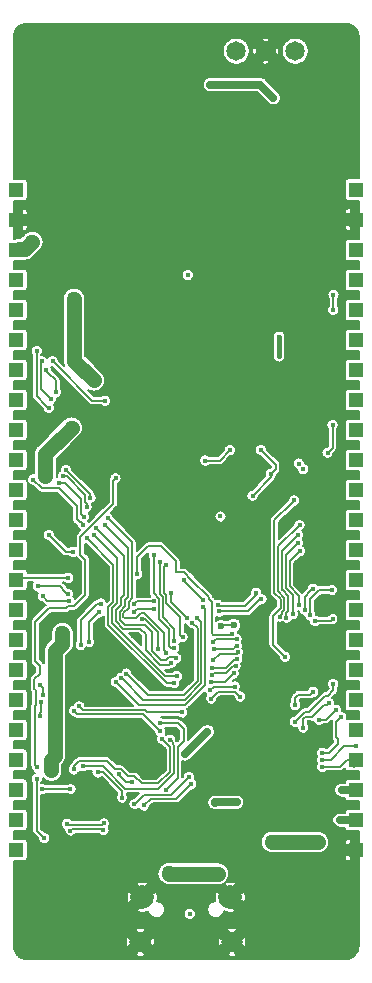
<source format=gbr>
G04 #@! TF.GenerationSoftware,KiCad,Pcbnew,(5.1.4)-1*
G04 #@! TF.CreationDate,2019-10-25T14:32:54-02:30*
G04 #@! TF.ProjectId,GeneralMCU,47656e65-7261-46c4-9d43-552e6b696361,rev?*
G04 #@! TF.SameCoordinates,Original*
G04 #@! TF.FileFunction,Copper,L2,Bot*
G04 #@! TF.FilePolarity,Positive*
%FSLAX46Y46*%
G04 Gerber Fmt 4.6, Leading zero omitted, Abs format (unit mm)*
G04 Created by KiCad (PCBNEW (5.1.4)-1) date 2019-10-25 14:32:54*
%MOMM*%
%LPD*%
G04 APERTURE LIST*
%ADD10R,1.270000X1.270000*%
%ADD11C,1.800000*%
%ADD12C,2.000000*%
%ADD13C,1.650000*%
%ADD14C,1.270000*%
%ADD15C,0.600000*%
%ADD16C,0.400000*%
%ADD17C,0.152400*%
%ADD18C,0.406400*%
%ADD19C,0.635000*%
%ADD20C,1.270000*%
%ADD21C,0.127000*%
G04 APERTURE END LIST*
D10*
X50625000Y-132740000D03*
X50625000Y-135280000D03*
X79375000Y-84480000D03*
X79375000Y-87020000D03*
X50625000Y-120080000D03*
X50625000Y-104840000D03*
X50625000Y-92140000D03*
X79375000Y-102300000D03*
X50625000Y-89600000D03*
X79375000Y-109920000D03*
X79375000Y-104840000D03*
X79375000Y-125160000D03*
X79375000Y-137860000D03*
X50625000Y-125160000D03*
X79375000Y-135320000D03*
X50625000Y-115000000D03*
X50625000Y-112460000D03*
X50625000Y-127700000D03*
X79375000Y-127700000D03*
X50625000Y-117540000D03*
X50625000Y-109920000D03*
X79375000Y-122620000D03*
X79375000Y-120080000D03*
X50625000Y-107380000D03*
X79375000Y-117540000D03*
X79375000Y-115000000D03*
X50625000Y-102300000D03*
X79375000Y-140400000D03*
X79375000Y-112460000D03*
X50625000Y-99760000D03*
X50625000Y-97220000D03*
X50625000Y-130240000D03*
X50625000Y-122620000D03*
X79375000Y-132780000D03*
X79375000Y-130240000D03*
X79375000Y-107380000D03*
X50625000Y-94680000D03*
X79375000Y-89600000D03*
X50625000Y-137860000D03*
X79375000Y-99760000D03*
X50625000Y-87060000D03*
X50625000Y-84520000D03*
X50625000Y-140400000D03*
X79375000Y-92140000D03*
X79375000Y-94680000D03*
X79375000Y-97220000D03*
D11*
X68875000Y-148200000D03*
X61125000Y-148200000D03*
D12*
X68725000Y-144400000D03*
X61275000Y-144400000D03*
D13*
X69250000Y-72750000D03*
X71750000Y-72750000D03*
X74250000Y-72750000D03*
D14*
X55150000Y-72125000D03*
X64225000Y-77400000D03*
X53275000Y-76200000D03*
X57700000Y-80625000D03*
D15*
X63425000Y-89625000D03*
D16*
X66000000Y-145800000D03*
D14*
X70925000Y-144650000D03*
X72775000Y-147550000D03*
X76000000Y-147475000D03*
D16*
X58725000Y-142650000D03*
X65300000Y-138050000D03*
X63625000Y-138475000D03*
X56200000Y-134750000D03*
X58000000Y-136400000D03*
X54950000Y-125450000D03*
X73075000Y-132125000D03*
X74525000Y-133600000D03*
X70250000Y-118025000D03*
X56975000Y-105375000D03*
X60775000Y-101600000D03*
X61625000Y-100950000D03*
X58550000Y-93725000D03*
X57325000Y-96400000D03*
X61175000Y-97000000D03*
X67350000Y-91725000D03*
X68750000Y-93050000D03*
X58760867Y-103516905D03*
X70075000Y-132225000D03*
X74875000Y-127825000D03*
X76449118Y-131455576D03*
X75404450Y-129595639D03*
X67275000Y-133925000D03*
X65850000Y-135325000D03*
X77150000Y-99100000D03*
X75325000Y-96675000D03*
X66200000Y-108700000D03*
X65375000Y-109575000D03*
X72100000Y-105975000D03*
X73675000Y-109900000D03*
X53975000Y-113375000D03*
X58389929Y-119100000D03*
X52683349Y-124132313D03*
X60480939Y-122252683D03*
X71892945Y-116250000D03*
X61250000Y-117825000D03*
X64253019Y-131053019D03*
X55964631Y-118433379D03*
D14*
X52725000Y-146300000D03*
D16*
X54375000Y-97850000D03*
X65500000Y-129725000D03*
X55175000Y-131375000D03*
X57200000Y-118850000D03*
X63500000Y-125250000D03*
D14*
X77300000Y-82150000D03*
D16*
X79350000Y-85825000D03*
X78125000Y-87000000D03*
X78475000Y-88325000D03*
X51650000Y-85800000D03*
X51975000Y-86850000D03*
X50950000Y-88200000D03*
X78250000Y-95800000D03*
X77850000Y-140400000D03*
X79150000Y-142100000D03*
X79200000Y-139125000D03*
X78425000Y-134075000D03*
X77750000Y-123175000D03*
X77550000Y-125125000D03*
X72375000Y-124850000D03*
X65500000Y-122375000D03*
X67825000Y-118800000D03*
X51975000Y-109850000D03*
X51925000Y-107075000D03*
X57650000Y-131700000D03*
X57050000Y-126800000D03*
X59175000Y-123500000D03*
X79375000Y-140400000D03*
X79375000Y-87020000D03*
X50625000Y-87060000D03*
X62775000Y-129650000D03*
X63325000Y-135281379D03*
D15*
X69275000Y-136350000D03*
X67425000Y-136375000D03*
X64875000Y-132275000D03*
X66800000Y-130375000D03*
D16*
X59575000Y-135950000D03*
X57500000Y-133825000D03*
D15*
X78170000Y-135320000D03*
D16*
X79375000Y-135320000D03*
X67900000Y-112150000D03*
X66466244Y-119229688D03*
X64834481Y-117540519D03*
D15*
X67025000Y-75600000D03*
X72375000Y-76700000D03*
D16*
X79375000Y-89600000D03*
X62575561Y-123401650D03*
X61275709Y-120865708D03*
X71375000Y-119150000D03*
X56775000Y-122775000D03*
X57650000Y-120225000D03*
X62275000Y-120025000D03*
X60575000Y-120275000D03*
X67775000Y-120200000D03*
X50625000Y-122620000D03*
X70925000Y-118625000D03*
X62241032Y-119325000D03*
X60571981Y-119578019D03*
X56075000Y-123050000D03*
X57775000Y-119525000D03*
X67672199Y-119639335D03*
X50625000Y-120080000D03*
X72175000Y-108550000D03*
X71325000Y-106525000D03*
X70625000Y-110400000D03*
X65062866Y-120750000D03*
X63714719Y-118614227D03*
X55025000Y-117350000D03*
X65519898Y-121154311D03*
X59938314Y-125453722D03*
X50625000Y-117540000D03*
X65955277Y-120786400D03*
X52425000Y-118075000D03*
X59496583Y-125813981D03*
X54978370Y-118720001D03*
X50625000Y-115000000D03*
X52850000Y-118900000D03*
X59053019Y-126171981D03*
X66397156Y-119795498D03*
X55090921Y-119278790D03*
X50625000Y-112460000D03*
X53975000Y-101650000D03*
X53118621Y-99778441D03*
X69263836Y-122518676D03*
X67271199Y-122821838D03*
X64691340Y-122365401D03*
X63303790Y-116250000D03*
X50625000Y-92140000D03*
X62750000Y-116050000D03*
X53525000Y-102200000D03*
X52796210Y-99025000D03*
X67336956Y-123388044D03*
X63996860Y-122697765D03*
X69291153Y-123097992D03*
X50625000Y-94680000D03*
X52350000Y-98150000D03*
X62250000Y-115400000D03*
X53363442Y-102975000D03*
X67291032Y-124336430D03*
X64001833Y-123267754D03*
X69390619Y-123659259D03*
X50625000Y-97220000D03*
X58350000Y-112275000D03*
X67190771Y-124958167D03*
X56893622Y-110567753D03*
X54829009Y-108219809D03*
X63300010Y-123689387D03*
X69325544Y-124225544D03*
X50625000Y-99760000D03*
X58150000Y-112875000D03*
X67175000Y-125550000D03*
X56571211Y-111362226D03*
X54587792Y-108736266D03*
X64161593Y-124160165D03*
X69178523Y-124828523D03*
X50625000Y-102300000D03*
X56325000Y-112175000D03*
X63726290Y-124528166D03*
X54251202Y-109304559D03*
X57390519Y-113165519D03*
X69021237Y-125441767D03*
X67066031Y-126177167D03*
X50625000Y-104840000D03*
X57175000Y-113700000D03*
X56275000Y-112850000D03*
X52050000Y-109025000D03*
X67053019Y-126871981D03*
X69128790Y-126552199D03*
X64250956Y-125650842D03*
X50625000Y-107380000D03*
X69575000Y-127400000D03*
X67125000Y-127575000D03*
X55425000Y-115150000D03*
X53375000Y-113724998D03*
X56578019Y-113978019D03*
X63999994Y-126250000D03*
X50625000Y-109920000D03*
X73375000Y-124025000D03*
X74150000Y-110800000D03*
X76975000Y-106750000D03*
X77400000Y-104425000D03*
X79375000Y-99760000D03*
X74600000Y-112875000D03*
X72928019Y-120628019D03*
X79375000Y-102300000D03*
X74475000Y-113714622D03*
X73489278Y-120727531D03*
X79375000Y-104840000D03*
X75500000Y-120525000D03*
X77325000Y-118375000D03*
X79375000Y-115000000D03*
X75050000Y-120075000D03*
X75725000Y-118275000D03*
X79375000Y-112460000D03*
X74584776Y-119673828D03*
X74644159Y-115071873D03*
X79375000Y-109920000D03*
X74450000Y-114400000D03*
X74030099Y-120417183D03*
X79375000Y-107380000D03*
X74225000Y-128150000D03*
X75750000Y-127000000D03*
X75891031Y-120989375D03*
X77403790Y-120863329D03*
X79375000Y-117540000D03*
X74200000Y-129525000D03*
X77450000Y-126350000D03*
X79375000Y-120080000D03*
X77100000Y-127950000D03*
X74900000Y-130025000D03*
X79375000Y-122620000D03*
X76275000Y-129356127D03*
X77675000Y-128525000D03*
X79375000Y-125160000D03*
X76525000Y-132150000D03*
X78125000Y-129150000D03*
X79375000Y-127700000D03*
X76506675Y-132742800D03*
X79350000Y-131624996D03*
X79375000Y-130240000D03*
X76525000Y-133350000D03*
X79375000Y-132780000D03*
X61425000Y-136625000D03*
X58000000Y-138725000D03*
X55200000Y-138750000D03*
X65433740Y-134795378D03*
X50625000Y-140400000D03*
X65225000Y-134225000D03*
X60625000Y-136500000D03*
X58025000Y-138150000D03*
X54925000Y-138175000D03*
X50625000Y-137860000D03*
X55200000Y-135225000D03*
X60425000Y-134600000D03*
X52796210Y-135229638D03*
X59284043Y-133990080D03*
X50625000Y-135280000D03*
X56225000Y-133300000D03*
X63647561Y-131066523D03*
X50625000Y-132740000D03*
X55475000Y-133575000D03*
X62950000Y-131000000D03*
X50625000Y-130240000D03*
X62800000Y-130325000D03*
X55500000Y-128599998D03*
X50625000Y-127700000D03*
X52650000Y-129050000D03*
X52700000Y-127875000D03*
X72875000Y-96925000D03*
X72850000Y-98600000D03*
X79375000Y-94680000D03*
X79375000Y-97220000D03*
D14*
X76160000Y-139715000D03*
X72275000Y-139700000D03*
X67700000Y-142400000D03*
X63525000Y-142375000D03*
X55500000Y-93725000D03*
X57175000Y-100625000D03*
X54525000Y-122025000D03*
X55315673Y-104636229D03*
X53081210Y-108734710D03*
X53573151Y-133661210D03*
D15*
X78015000Y-137860000D03*
D16*
X79375000Y-137860000D03*
X58125000Y-102350000D03*
X53688622Y-99000935D03*
X50625000Y-89600000D03*
D14*
X51975000Y-88900000D03*
D16*
X65125000Y-91725000D03*
X52975000Y-139375000D03*
X52350000Y-134350000D03*
X52400000Y-133375000D03*
X59025000Y-108925000D03*
X68700000Y-106550000D03*
X66600000Y-107425000D03*
X65300000Y-145800000D03*
X77450000Y-94650000D03*
X77475000Y-93375000D03*
X79375000Y-92140000D03*
X74900000Y-108150000D03*
X74525000Y-107675000D03*
D15*
X69041187Y-121356568D03*
X67948776Y-121460000D03*
D16*
X68888986Y-122089257D03*
X60850000Y-117050000D03*
X64673562Y-128748077D03*
X52599287Y-126419992D03*
X52886287Y-127306421D03*
X55940747Y-128235041D03*
X50625000Y-125160000D03*
X50625000Y-84520000D03*
X79375000Y-84480000D03*
D17*
X77850000Y-118100000D02*
X77850000Y-121075000D01*
X77850000Y-121075000D02*
X77475000Y-121450000D01*
X77475000Y-121450000D02*
X77475000Y-121700000D01*
X77800000Y-118000000D02*
X77800000Y-118050000D01*
X77800000Y-118050000D02*
X77850000Y-118100000D01*
D18*
X76880000Y-117080000D02*
X77600000Y-117800000D01*
X76650000Y-117080000D02*
X76880000Y-117080000D01*
D17*
X77600000Y-117800000D02*
X77800000Y-118000000D01*
X78857400Y-88325000D02*
X78475000Y-88325000D01*
X79375000Y-87020000D02*
X79375000Y-87807400D01*
X79375000Y-87807400D02*
X78857400Y-88325000D01*
X50625000Y-87060000D02*
X51765000Y-87060000D01*
X51765000Y-87060000D02*
X51975000Y-86850000D01*
X79375000Y-140400000D02*
X79375000Y-141875000D01*
X79375000Y-141875000D02*
X79150000Y-142100000D01*
X63699999Y-125050001D02*
X63500000Y-125250000D01*
X60250000Y-124500000D02*
X62500000Y-126750000D01*
X64306799Y-125050001D02*
X63699999Y-125050001D01*
X54950000Y-125450000D02*
X55900000Y-124500000D01*
X55900000Y-124500000D02*
X60250000Y-124500000D01*
X64750000Y-126250000D02*
X64750000Y-125493202D01*
X62500000Y-126750000D02*
X64250000Y-126750000D01*
X64250000Y-126750000D02*
X64750000Y-126250000D01*
X64750000Y-125493202D02*
X64306799Y-125050001D01*
X53975000Y-113375000D02*
X53975000Y-111850000D01*
X53975000Y-111850000D02*
X51975000Y-109850000D01*
X64800000Y-131200000D02*
X64294820Y-131705176D01*
X64800000Y-130125000D02*
X64800000Y-131200000D01*
X64325000Y-129650000D02*
X64800000Y-130125000D01*
X64294820Y-131705176D02*
X64294820Y-134311559D01*
X64294820Y-134311559D02*
X63524999Y-135081380D01*
X63524999Y-135081380D02*
X63325000Y-135281379D01*
X62775000Y-129650000D02*
X64325000Y-129650000D01*
D19*
X69275000Y-136350000D02*
X67450000Y-136350000D01*
X67450000Y-136350000D02*
X67425000Y-136375000D01*
X64875000Y-132275000D02*
X64900000Y-132275000D01*
X64900000Y-132275000D02*
X66800000Y-130375000D01*
D17*
X59575000Y-135400000D02*
X58000000Y-133825000D01*
X59575000Y-135950000D02*
X59575000Y-135400000D01*
X58000000Y-133825000D02*
X57500000Y-133825000D01*
D19*
X78170000Y-135320000D02*
X79375000Y-135320000D01*
D17*
X66466244Y-119229688D02*
X64834481Y-117597925D01*
X64834481Y-117597925D02*
X64834481Y-117540519D01*
D19*
X67025000Y-75600000D02*
X71275000Y-75600000D01*
X71275000Y-75600000D02*
X72375000Y-76700000D01*
D17*
X62575561Y-123401650D02*
X62575561Y-121962477D01*
X62575561Y-121962477D02*
X61478792Y-120865708D01*
X61478792Y-120865708D02*
X61275709Y-120865708D01*
X56775000Y-121100000D02*
X57650000Y-120225000D01*
X56775000Y-122775000D02*
X56775000Y-121100000D01*
X62275000Y-120025000D02*
X60850000Y-120025000D01*
X60600000Y-120275000D02*
X60575000Y-120275000D01*
X60850000Y-120025000D02*
X60600000Y-120275000D01*
X70200000Y-120200000D02*
X67775000Y-120200000D01*
X71375000Y-119150000D02*
X71250000Y-119150000D01*
X71250000Y-119150000D02*
X70200000Y-120200000D01*
X62241032Y-119325000D02*
X60825000Y-119325000D01*
X60825000Y-119325000D02*
X60771980Y-119378020D01*
X60771980Y-119378020D02*
X60571981Y-119578019D01*
X56075000Y-120942158D02*
X57492158Y-119525000D01*
X57492158Y-119525000D02*
X57775000Y-119525000D01*
X56075000Y-123050000D02*
X56075000Y-120942158D01*
X67757864Y-119725000D02*
X67672199Y-119639335D01*
X69975000Y-119725000D02*
X67757864Y-119725000D01*
X70925000Y-118625000D02*
X70925000Y-118775000D01*
X70925000Y-118775000D02*
X69975000Y-119725000D01*
X72175000Y-108550000D02*
X72575000Y-108150000D01*
X72575000Y-108150000D02*
X72575000Y-107775000D01*
X72575000Y-107775000D02*
X71325000Y-106525000D01*
X72175000Y-108550000D02*
X72175000Y-108850000D01*
X72175000Y-108850000D02*
X70625000Y-110400000D01*
X63714719Y-119401853D02*
X63714719Y-118897069D01*
X65062866Y-120750000D02*
X63714719Y-119401853D01*
X63714719Y-118897069D02*
X63714719Y-118614227D01*
X55025000Y-117350000D02*
X50815000Y-117350000D01*
X65975000Y-126125000D02*
X64850000Y-127250000D01*
X65975000Y-121609413D02*
X65975000Y-126125000D01*
X64850000Y-127250000D02*
X61734592Y-127250000D01*
X61734592Y-127250000D02*
X60138313Y-125653721D01*
X60138313Y-125653721D02*
X59938314Y-125453722D01*
X65519898Y-121154311D02*
X65975000Y-121609413D01*
X52425000Y-118075000D02*
X54333369Y-118075000D01*
X54333369Y-118075000D02*
X54778371Y-118520002D01*
X54778371Y-118520002D02*
X54978370Y-118720001D01*
X66297410Y-126258548D02*
X64880958Y-127675000D01*
X64880958Y-127675000D02*
X61357602Y-127675000D01*
X59696582Y-126013980D02*
X59496583Y-125813981D01*
X66297410Y-121128533D02*
X66297410Y-126258548D01*
X65955277Y-120786400D02*
X66297410Y-121128533D01*
X61357602Y-127675000D02*
X59696582Y-126013980D01*
X52850000Y-118900000D02*
X53228790Y-119278790D01*
X54808079Y-119278790D02*
X55090921Y-119278790D01*
X53228790Y-119278790D02*
X54808079Y-119278790D01*
X66619821Y-126392095D02*
X66619820Y-120018162D01*
X59053019Y-126171981D02*
X61006038Y-128125000D01*
X66597155Y-119995497D02*
X66397156Y-119795498D01*
X61006038Y-128125000D02*
X64886916Y-128125000D01*
X66619820Y-120018162D02*
X66597155Y-119995497D01*
X64886916Y-128125000D02*
X66619821Y-126392095D01*
X53318620Y-99978440D02*
X53118621Y-99778441D01*
X53975000Y-100634820D02*
X53318620Y-99978440D01*
X53975000Y-101650000D02*
X53975000Y-100634820D01*
X64691340Y-122365401D02*
X64491341Y-122165402D01*
X64491341Y-122165402D02*
X64491341Y-120669049D01*
X64491341Y-120669049D02*
X63332054Y-119509760D01*
X63332055Y-118843729D02*
X63103791Y-118615465D01*
X63103791Y-116449999D02*
X63303790Y-116250000D01*
X63103791Y-118615465D02*
X63103791Y-116449999D01*
X63332054Y-119509760D02*
X63332055Y-118843729D01*
X67543037Y-122550000D02*
X67271199Y-122821838D01*
X69263836Y-122518676D02*
X69232512Y-122550000D01*
X69232512Y-122550000D02*
X67543037Y-122550000D01*
X52672411Y-101347411D02*
X52672411Y-99360431D01*
X53525000Y-102200000D02*
X52672411Y-101347411D01*
X52725000Y-99307842D02*
X52725000Y-99025000D01*
X52672411Y-99360431D02*
X52725000Y-99307842D01*
X52725000Y-99025000D02*
X52796210Y-99025000D01*
X62750000Y-116050000D02*
X62750000Y-118717632D01*
X63043612Y-119677276D02*
X63043612Y-120688822D01*
X62750000Y-118717632D02*
X63009644Y-118977276D01*
X63009644Y-119643308D02*
X63043612Y-119677276D01*
X63043612Y-120688822D02*
X63996860Y-121642070D01*
X63009644Y-118977276D02*
X63009644Y-119643308D01*
X63996860Y-121642070D02*
X63996860Y-122414923D01*
X63996860Y-122414923D02*
X63996860Y-122697765D01*
X67336956Y-123388044D02*
X69001101Y-123388044D01*
X69001101Y-123388044D02*
X69091154Y-123297991D01*
X69091154Y-123297991D02*
X69291153Y-123097992D01*
X53163443Y-102775001D02*
X53363442Y-102975000D01*
X52350000Y-98150000D02*
X52350000Y-101961558D01*
X52350000Y-101961558D02*
X53163443Y-102775001D01*
X62721201Y-119810823D02*
X62721201Y-120822369D01*
X63550650Y-121651818D02*
X63550650Y-123099413D01*
X62721201Y-120822369D02*
X63550650Y-121651818D01*
X62250000Y-118673590D02*
X62687233Y-119110823D01*
X63550650Y-123099413D02*
X63718991Y-123267754D01*
X62250000Y-115400000D02*
X62250000Y-118673590D01*
X63718991Y-123267754D02*
X64001833Y-123267754D01*
X62687233Y-119776855D02*
X62721201Y-119810823D01*
X62687233Y-119110823D02*
X62687233Y-119776855D01*
X69283487Y-123766391D02*
X69390619Y-123659259D01*
X67861071Y-123766391D02*
X69283487Y-123766391D01*
X67291032Y-124336430D02*
X67861071Y-123766391D01*
X56893622Y-110567753D02*
X56893622Y-110284422D01*
X55029008Y-108419808D02*
X54829009Y-108219809D01*
X56893622Y-110284422D02*
X55029008Y-108419808D01*
X59788245Y-120746202D02*
X60764178Y-120746202D01*
X60125779Y-119363841D02*
X60125779Y-119901267D01*
X60402590Y-119087030D02*
X60125779Y-119363841D01*
X63100011Y-123489388D02*
X63300010Y-123689387D01*
X60125779Y-119901267D02*
X59687860Y-120339186D01*
X63100011Y-122030969D02*
X63100011Y-123489388D01*
X60764178Y-120746202D02*
X61162969Y-120347411D01*
X61416453Y-120347411D02*
X63100011Y-122030969D01*
X58350000Y-112275000D02*
X60402590Y-114327590D01*
X59687860Y-120645817D02*
X59788245Y-120746202D01*
X60402590Y-114327590D02*
X60402590Y-119087030D01*
X61162969Y-120347411D02*
X61416453Y-120347411D01*
X59687860Y-120339186D02*
X59687860Y-120645817D01*
X69121122Y-124225544D02*
X69325544Y-124225544D01*
X68388499Y-124958167D02*
X69121122Y-124225544D01*
X67190771Y-124958167D02*
X68388499Y-124958167D01*
X56447412Y-110955585D02*
X56447412Y-110313044D01*
X56447412Y-110313044D02*
X54870634Y-108736266D01*
X54870634Y-108736266D02*
X54587792Y-108736266D01*
X56571211Y-111362226D02*
X56571211Y-111079384D01*
X56571211Y-111079384D02*
X56447412Y-110955585D01*
X58150000Y-112875000D02*
X60080179Y-114805179D01*
X59365450Y-120901090D02*
X59786337Y-121321977D01*
X59365449Y-120205639D02*
X59365450Y-120901090D01*
X62109233Y-121952107D02*
X62109233Y-123566359D01*
X63512112Y-124081964D02*
X64083392Y-124081964D01*
X61479103Y-121321977D02*
X62109233Y-121952107D01*
X64083392Y-124081964D02*
X64161593Y-124160165D01*
X62109233Y-123566359D02*
X62844818Y-124301944D01*
X60080179Y-118953483D02*
X59803368Y-119230294D01*
X60080179Y-114805179D02*
X60080179Y-118953483D01*
X63292132Y-124301944D02*
X63512112Y-124081964D01*
X59786337Y-121321977D02*
X61479103Y-121321977D01*
X62844818Y-124301944D02*
X63292132Y-124301944D01*
X59803368Y-119230294D02*
X59803368Y-119767720D01*
X59803368Y-119767720D02*
X59365449Y-120205639D01*
X68974101Y-124828523D02*
X69178523Y-124828523D01*
X68402624Y-125400000D02*
X68974101Y-124828523D01*
X67175000Y-125550000D02*
X67325000Y-125400000D01*
X67325000Y-125400000D02*
X68402624Y-125400000D01*
X56325000Y-112175000D02*
X56125001Y-111975001D01*
X56125001Y-111975001D02*
X56125001Y-110700001D01*
X56125001Y-110700001D02*
X54729559Y-109304559D01*
X54729559Y-109304559D02*
X54534044Y-109304559D01*
X54534044Y-109304559D02*
X54251202Y-109304559D01*
X59480957Y-119634173D02*
X59480957Y-119096747D01*
X59744822Y-115519822D02*
X57590518Y-113365518D01*
X62815081Y-124728165D02*
X61569985Y-123483069D01*
X61569985Y-122144985D02*
X61069387Y-121644387D01*
X61069387Y-121644387D02*
X59652791Y-121644387D01*
X59652791Y-121644387D02*
X59043040Y-121034638D01*
X59043040Y-121034638D02*
X59043039Y-120072093D01*
X57590518Y-113365518D02*
X57390519Y-113165519D01*
X59043039Y-120072093D02*
X59480957Y-119634173D01*
X63526291Y-124728165D02*
X62815081Y-124728165D01*
X59480957Y-119096747D02*
X59744822Y-118832882D01*
X63726290Y-124528166D02*
X63526291Y-124728165D01*
X61569985Y-123483069D02*
X61569985Y-122144985D01*
X59744822Y-118832882D02*
X59744822Y-115519822D01*
X69021237Y-125441767D02*
X68285837Y-126177167D01*
X67348873Y-126177167D02*
X67066031Y-126177167D01*
X68285837Y-126177167D02*
X67348873Y-126177167D01*
X56075001Y-112650001D02*
X56000001Y-112650001D01*
X56275000Y-112850000D02*
X56075001Y-112650001D01*
X56000001Y-112650001D02*
X55725000Y-112375000D01*
X55725000Y-112375000D02*
X55725000Y-111250000D01*
X55725000Y-111250000D02*
X54225000Y-109750000D01*
X54225000Y-109750000D02*
X52775000Y-109750000D01*
X52775000Y-109750000D02*
X52050000Y-109025000D01*
X68845948Y-126552199D02*
X69128790Y-126552199D01*
X67372801Y-126552199D02*
X68845948Y-126552199D01*
X67053019Y-126871981D02*
X67372801Y-126552199D01*
X58720629Y-119938547D02*
X58720630Y-121168184D01*
X63968114Y-125650842D02*
X64250956Y-125650842D01*
X57175000Y-113700000D02*
X59158546Y-115683546D01*
X58720630Y-121168184D02*
X63248656Y-125696210D01*
X63248656Y-125696210D02*
X63922746Y-125696210D01*
X59158546Y-115683546D02*
X59158546Y-119500628D01*
X59158546Y-119500628D02*
X58720629Y-119938547D01*
X63922746Y-125696210D02*
X63968114Y-125650842D01*
X55425000Y-115150000D02*
X54800002Y-115150000D01*
X53574999Y-113924997D02*
X53375000Y-113724998D01*
X54800002Y-115150000D02*
X53574999Y-113924997D01*
X63717152Y-126250000D02*
X63999994Y-126250000D01*
X56578019Y-113978019D02*
X58836136Y-116236136D01*
X58836136Y-119367082D02*
X58398219Y-119805001D01*
X58836136Y-116236136D02*
X58836136Y-119367082D01*
X58398220Y-121301730D02*
X63346490Y-126250000D01*
X58398219Y-119805001D02*
X58398220Y-121301730D01*
X63346490Y-126250000D02*
X63717152Y-126250000D01*
X67700000Y-127000000D02*
X67125000Y-127575000D01*
X69575000Y-127400000D02*
X69175000Y-127000000D01*
X69175000Y-127000000D02*
X67700000Y-127000000D01*
X77400000Y-106325000D02*
X77400000Y-104425000D01*
X76975000Y-106750000D02*
X77400000Y-106325000D01*
X72464155Y-112485845D02*
X73950001Y-110999999D01*
X72464154Y-118614154D02*
X72464155Y-112485845D01*
X73000000Y-119150000D02*
X72464154Y-118614154D01*
X73000000Y-119925000D02*
X73000000Y-119150000D01*
X72350000Y-123000000D02*
X72350000Y-120575000D01*
X73375000Y-124025000D02*
X72350000Y-123000000D01*
X73950001Y-110999999D02*
X74150000Y-110800000D01*
X72350000Y-120575000D02*
X73000000Y-119925000D01*
X72786565Y-118480606D02*
X73322411Y-119016453D01*
X73322411Y-120058547D02*
X73128018Y-120252940D01*
X73128018Y-120252940D02*
X73128018Y-120428020D01*
X73322411Y-119016453D02*
X73322411Y-120058547D01*
X72786565Y-114688435D02*
X72786565Y-118480606D01*
X73128018Y-120428020D02*
X72928019Y-120628019D01*
X74600000Y-112875000D02*
X72786565Y-114688435D01*
X74475000Y-113714622D02*
X73108976Y-115080646D01*
X73108976Y-118347059D02*
X73161682Y-118399766D01*
X73489278Y-120444689D02*
X73489278Y-120727531D01*
X73489278Y-120347638D02*
X73489278Y-120444689D01*
X73644821Y-120192095D02*
X73489278Y-120347638D01*
X73644822Y-118882906D02*
X73644821Y-120192095D01*
X73161682Y-118399766D02*
X73644822Y-118882906D01*
X73108976Y-115080646D02*
X73108976Y-118347059D01*
X76272622Y-118375000D02*
X77325000Y-118375000D01*
X75500000Y-120525000D02*
X75500000Y-119147622D01*
X75500000Y-119147622D02*
X76272622Y-118375000D01*
X75525001Y-118474999D02*
X75725000Y-118275000D01*
X75050000Y-118950000D02*
X75525001Y-118474999D01*
X75050000Y-120075000D02*
X75050000Y-118950000D01*
X73753798Y-118079966D02*
X74584776Y-118910944D01*
X74584776Y-119390986D02*
X74584776Y-119673828D01*
X73753798Y-115962234D02*
X73753798Y-118079966D01*
X74644159Y-115071873D02*
X73753798Y-115962234D01*
X74584776Y-118910944D02*
X74584776Y-119390986D01*
X74030099Y-120134341D02*
X74030099Y-120417183D01*
X74030099Y-118812225D02*
X74030099Y-120134341D01*
X73431387Y-118213513D02*
X74030099Y-118812225D01*
X73431387Y-115418613D02*
X73431387Y-118213513D01*
X74450000Y-114400000D02*
X73431387Y-115418613D01*
X74225000Y-128150000D02*
X74225000Y-127500000D01*
X74225000Y-127500000D02*
X74475000Y-127250000D01*
X74475000Y-127250000D02*
X75500000Y-127250000D01*
X75500000Y-127250000D02*
X75750000Y-127000000D01*
X75891031Y-120989375D02*
X77277744Y-120989375D01*
X77277744Y-120989375D02*
X77403790Y-120863329D01*
X74200000Y-129525000D02*
X75025000Y-128700000D01*
X75025000Y-128700000D02*
X75300000Y-128700000D01*
X75300000Y-128700000D02*
X75425000Y-128700000D01*
X75425000Y-128700000D02*
X76775000Y-127350000D01*
X76775000Y-127350000D02*
X76975000Y-127350000D01*
X76975000Y-127350000D02*
X77450000Y-126875000D01*
X77450000Y-126875000D02*
X77450000Y-126350000D01*
X76900001Y-128149999D02*
X76650001Y-128149999D01*
X77100000Y-127950000D02*
X76900001Y-128149999D01*
X75190273Y-129149438D02*
X75189711Y-129150000D01*
X76650001Y-128149999D02*
X75650562Y-129149438D01*
X75650562Y-129149438D02*
X75190273Y-129149438D01*
X75189711Y-129150000D02*
X75075000Y-129150000D01*
X75075000Y-129150000D02*
X74900000Y-129325000D01*
X74900000Y-129325000D02*
X74900000Y-130025000D01*
X76275000Y-129356127D02*
X76843873Y-129356127D01*
X76843873Y-129356127D02*
X77675000Y-128525000D01*
X77700000Y-129575000D02*
X78125000Y-129150000D01*
X77700000Y-130850000D02*
X77700000Y-129575000D01*
X77825000Y-130975000D02*
X77700000Y-130850000D01*
X77825000Y-131425000D02*
X77825000Y-130975000D01*
X76525000Y-132150000D02*
X77100000Y-132150000D01*
X77100000Y-132150000D02*
X77825000Y-131425000D01*
X79350000Y-130265000D02*
X79375000Y-130240000D01*
X79067158Y-131624996D02*
X79350000Y-131624996D01*
X78375004Y-131624996D02*
X79067158Y-131624996D01*
X77257200Y-132742800D02*
X78375004Y-131624996D01*
X76506675Y-132742800D02*
X77257200Y-132742800D01*
X79787600Y-132780000D02*
X79217600Y-133350000D01*
X78587600Y-132780000D02*
X79375000Y-132780000D01*
X76525000Y-133350000D02*
X78017600Y-133350000D01*
X78017600Y-133350000D02*
X78587600Y-132780000D01*
X62000000Y-136050000D02*
X64179118Y-136050000D01*
X64179118Y-136050000D02*
X65433740Y-134795378D01*
X61425000Y-136625000D02*
X62000000Y-136050000D01*
X55325000Y-138625000D02*
X55200000Y-138750000D01*
X58000000Y-138725000D02*
X57900000Y-138625000D01*
X57900000Y-138625000D02*
X55325000Y-138625000D01*
X61397411Y-135727589D02*
X60824999Y-136300001D01*
X60824999Y-136300001D02*
X60625000Y-136500000D01*
X65225000Y-134225000D02*
X63722411Y-135727589D01*
X63722411Y-135727589D02*
X61397411Y-135727589D01*
X55025000Y-138275000D02*
X54925000Y-138175000D01*
X58025000Y-138150000D02*
X57900000Y-138275000D01*
X57900000Y-138275000D02*
X55025000Y-138275000D01*
X52800848Y-135225000D02*
X52796210Y-135229638D01*
X55200000Y-135225000D02*
X52800848Y-135225000D01*
X59484042Y-134190079D02*
X59284043Y-133990080D01*
X59893963Y-134600000D02*
X59484042Y-134190079D01*
X60425000Y-134600000D02*
X59893963Y-134600000D01*
X63847560Y-131266522D02*
X63647561Y-131066523D01*
X63847560Y-131441602D02*
X63847560Y-131266522D01*
X57930958Y-133300000D02*
X59830958Y-135200000D01*
X56225000Y-133300000D02*
X57930958Y-133300000D01*
X59830958Y-135200000D02*
X62655958Y-135200000D01*
X62655958Y-135200000D02*
X63972411Y-133883547D01*
X63972411Y-133883547D02*
X63972410Y-131566452D01*
X63972410Y-131566452D02*
X63847560Y-131441602D01*
X63650000Y-133750000D02*
X63650000Y-131700000D01*
X62650000Y-134750000D02*
X63650000Y-133750000D01*
X61225000Y-134750000D02*
X62650000Y-134750000D01*
X59450009Y-133525009D02*
X60075000Y-134150000D01*
X55475000Y-133575000D02*
X55475000Y-133292158D01*
X55917158Y-132850000D02*
X58275000Y-132850000D01*
X63650000Y-131700000D02*
X62950000Y-131000000D01*
X60625000Y-134150000D02*
X61225000Y-134750000D01*
X58275000Y-132850000D02*
X58950009Y-133525009D01*
X55475000Y-133292158D02*
X55917158Y-132850000D01*
X58950009Y-133525009D02*
X59450009Y-133525009D01*
X60075000Y-134150000D02*
X60625000Y-134150000D01*
X55699999Y-128799997D02*
X55500000Y-128599998D01*
X61375000Y-128900000D02*
X55800002Y-128900000D01*
X55800002Y-128900000D02*
X55699999Y-128799997D01*
X62800000Y-130325000D02*
X61375000Y-128900000D01*
X52650000Y-129050000D02*
X52650000Y-128767158D01*
X52650000Y-128767158D02*
X52700000Y-128717158D01*
X52700000Y-128717158D02*
X52700000Y-127875000D01*
D18*
X72875000Y-96925000D02*
X72875000Y-98575000D01*
X72875000Y-98575000D02*
X72850000Y-98600000D01*
D20*
X76160000Y-139715000D02*
X72290000Y-139715000D01*
X72290000Y-139715000D02*
X72275000Y-139700000D01*
X67700000Y-142400000D02*
X63550000Y-142400000D01*
X63550000Y-142400000D02*
X63525000Y-142375000D01*
X55500000Y-93725000D02*
X55500000Y-98950000D01*
X55500000Y-98950000D02*
X57175000Y-100625000D01*
X53081210Y-107836685D02*
X53081210Y-108734710D01*
X53081210Y-106870692D02*
X53081210Y-107836685D01*
X55315673Y-104636229D02*
X53081210Y-106870692D01*
X53891288Y-132445048D02*
X53573151Y-132763185D01*
X53573151Y-132763185D02*
X53573151Y-133661210D01*
X54525000Y-122923025D02*
X53891288Y-123556737D01*
X53891288Y-123556737D02*
X53891288Y-132445048D01*
X54525000Y-122025000D02*
X54525000Y-122923025D01*
D19*
X78015000Y-137860000D02*
X79375000Y-137860000D01*
D17*
X57037687Y-102350000D02*
X53888621Y-99200934D01*
X58125000Y-102350000D02*
X57037687Y-102350000D01*
X53888621Y-99200934D02*
X53688622Y-99000935D01*
D20*
X51340001Y-89534999D02*
X50880010Y-89534999D01*
X51975000Y-88900000D02*
X51340001Y-89534999D01*
D17*
X52975000Y-139375000D02*
X52350000Y-138750000D01*
X52350000Y-138750000D02*
X52350000Y-134350000D01*
X58825001Y-111099999D02*
X57212500Y-112712500D01*
X58825001Y-109124999D02*
X58825001Y-111099999D01*
X59025000Y-108925000D02*
X58825001Y-109124999D01*
X57212500Y-112712500D02*
X58450000Y-111475000D01*
X52225000Y-124425000D02*
X52225000Y-121075000D01*
X53375000Y-119925000D02*
X54800000Y-119925000D01*
X52200001Y-128142975D02*
X52253798Y-128089178D01*
X55000000Y-119725000D02*
X55525000Y-119725000D01*
X56025000Y-113900000D02*
X57212500Y-112712500D01*
X52400000Y-133375000D02*
X52200001Y-133175001D01*
X52200001Y-133175001D02*
X52200001Y-128142975D01*
X52253798Y-128089178D02*
X52253798Y-126828798D01*
X52253798Y-126828798D02*
X52150000Y-126725000D01*
X52150000Y-126725000D02*
X52150000Y-125925000D01*
X52150000Y-125925000D02*
X52600000Y-125475000D01*
X56025000Y-115375000D02*
X56025000Y-113900000D01*
X56475000Y-115825000D02*
X56025000Y-115375000D01*
X56475000Y-118775000D02*
X56475000Y-115825000D01*
X55525000Y-119725000D02*
X56475000Y-118775000D01*
X54800000Y-119925000D02*
X55000000Y-119725000D01*
X52600000Y-124800000D02*
X52225000Y-124425000D01*
X52225000Y-121075000D02*
X53375000Y-119925000D01*
X52600000Y-125475000D02*
X52600000Y-124800000D01*
X68700000Y-106550000D02*
X67825000Y-107425000D01*
X67825000Y-107425000D02*
X66600000Y-107425000D01*
X77450000Y-94650000D02*
X77450000Y-93400000D01*
X77450000Y-93400000D02*
X77475000Y-93375000D01*
X69041187Y-121356568D02*
X68052208Y-121356568D01*
X68052208Y-121356568D02*
X67948776Y-121460000D01*
X67550037Y-122154573D02*
X68823670Y-122154573D01*
X68823670Y-122154573D02*
X68888986Y-122089257D01*
X67550037Y-122154573D02*
X67279573Y-122154573D01*
X67279573Y-122154573D02*
X67150000Y-122025000D01*
X67150000Y-122025000D02*
X67150000Y-119375000D01*
X66912445Y-119137445D02*
X66912445Y-119015511D01*
X67150000Y-119375000D02*
X66912445Y-119137445D01*
X66912445Y-119015511D02*
X65450000Y-117553066D01*
X65450000Y-117553066D02*
X65450000Y-117525000D01*
X65450000Y-117525000D02*
X64800000Y-116875000D01*
X64800000Y-116875000D02*
X64150000Y-116875000D01*
X64150000Y-116875000D02*
X64150000Y-115950000D01*
X64150000Y-115950000D02*
X62850000Y-114650000D01*
X62850000Y-114650000D02*
X61800000Y-114650000D01*
X61800000Y-114650000D02*
X60850000Y-115600000D01*
X60850000Y-115600000D02*
X60850000Y-117050000D01*
X52886287Y-126706992D02*
X52799286Y-126619991D01*
X52799286Y-126619991D02*
X52599287Y-126419992D01*
X52886287Y-127306421D02*
X52886287Y-126706992D01*
X56140746Y-128435040D02*
X55940747Y-128235041D01*
X56283295Y-128577589D02*
X56140746Y-128435040D01*
X61508547Y-128577589D02*
X56283295Y-128577589D01*
X61679035Y-128748077D02*
X61508547Y-128577589D01*
X64673562Y-128748077D02*
X61679035Y-128748077D01*
D21*
G36*
X78714750Y-70440439D02*
G01*
X78921317Y-70502805D01*
X79111838Y-70604107D01*
X79279055Y-70740486D01*
X79416599Y-70906748D01*
X79519229Y-71096557D01*
X79583036Y-71302684D01*
X79607500Y-71535451D01*
X79607500Y-83525964D01*
X78740000Y-83525964D01*
X78677759Y-83532094D01*
X78617910Y-83550249D01*
X78562753Y-83579731D01*
X78514407Y-83619407D01*
X78474731Y-83667753D01*
X78445249Y-83722910D01*
X78427094Y-83782759D01*
X78420964Y-83845000D01*
X78420964Y-85115000D01*
X78427094Y-85177241D01*
X78445249Y-85237090D01*
X78474731Y-85292247D01*
X78514407Y-85340593D01*
X78562753Y-85380269D01*
X78617910Y-85409751D01*
X78677759Y-85427906D01*
X78740000Y-85434036D01*
X79607500Y-85434036D01*
X79607500Y-88645964D01*
X78740000Y-88645964D01*
X78677759Y-88652094D01*
X78617910Y-88670249D01*
X78562753Y-88699731D01*
X78514407Y-88739407D01*
X78474731Y-88787753D01*
X78445249Y-88842910D01*
X78427094Y-88902759D01*
X78420964Y-88965000D01*
X78420964Y-90235000D01*
X78427094Y-90297241D01*
X78445249Y-90357090D01*
X78474731Y-90412247D01*
X78514407Y-90460593D01*
X78562753Y-90500269D01*
X78617910Y-90529751D01*
X78677759Y-90547906D01*
X78740000Y-90554036D01*
X79607500Y-90554036D01*
X79607500Y-91185964D01*
X78740000Y-91185964D01*
X78677759Y-91192094D01*
X78617910Y-91210249D01*
X78562753Y-91239731D01*
X78514407Y-91279407D01*
X78474731Y-91327753D01*
X78445249Y-91382910D01*
X78427094Y-91442759D01*
X78420964Y-91505000D01*
X78420964Y-92775000D01*
X78427094Y-92837241D01*
X78445249Y-92897090D01*
X78474731Y-92952247D01*
X78514407Y-93000593D01*
X78562753Y-93040269D01*
X78617910Y-93069751D01*
X78677759Y-93087906D01*
X78740000Y-93094036D01*
X79607500Y-93094036D01*
X79607500Y-93725964D01*
X78740000Y-93725964D01*
X78677759Y-93732094D01*
X78617910Y-93750249D01*
X78562753Y-93779731D01*
X78514407Y-93819407D01*
X78474731Y-93867753D01*
X78445249Y-93922910D01*
X78427094Y-93982759D01*
X78420964Y-94045000D01*
X78420964Y-95315000D01*
X78427094Y-95377241D01*
X78445249Y-95437090D01*
X78474731Y-95492247D01*
X78514407Y-95540593D01*
X78562753Y-95580269D01*
X78617910Y-95609751D01*
X78677759Y-95627906D01*
X78740000Y-95634036D01*
X79607500Y-95634036D01*
X79607500Y-96265964D01*
X78740000Y-96265964D01*
X78677759Y-96272094D01*
X78617910Y-96290249D01*
X78562753Y-96319731D01*
X78514407Y-96359407D01*
X78474731Y-96407753D01*
X78445249Y-96462910D01*
X78427094Y-96522759D01*
X78420964Y-96585000D01*
X78420964Y-97855000D01*
X78427094Y-97917241D01*
X78445249Y-97977090D01*
X78474731Y-98032247D01*
X78514407Y-98080593D01*
X78562753Y-98120269D01*
X78617910Y-98149751D01*
X78677759Y-98167906D01*
X78740000Y-98174036D01*
X79607500Y-98174036D01*
X79607500Y-98805964D01*
X78740000Y-98805964D01*
X78677759Y-98812094D01*
X78617910Y-98830249D01*
X78562753Y-98859731D01*
X78514407Y-98899407D01*
X78474731Y-98947753D01*
X78445249Y-99002910D01*
X78427094Y-99062759D01*
X78420964Y-99125000D01*
X78420964Y-100395000D01*
X78427094Y-100457241D01*
X78445249Y-100517090D01*
X78474731Y-100572247D01*
X78514407Y-100620593D01*
X78562753Y-100660269D01*
X78617910Y-100689751D01*
X78677759Y-100707906D01*
X78740000Y-100714036D01*
X79607500Y-100714036D01*
X79607500Y-101345964D01*
X78740000Y-101345964D01*
X78677759Y-101352094D01*
X78617910Y-101370249D01*
X78562753Y-101399731D01*
X78514407Y-101439407D01*
X78474731Y-101487753D01*
X78445249Y-101542910D01*
X78427094Y-101602759D01*
X78420964Y-101665000D01*
X78420964Y-102935000D01*
X78427094Y-102997241D01*
X78445249Y-103057090D01*
X78474731Y-103112247D01*
X78514407Y-103160593D01*
X78562753Y-103200269D01*
X78617910Y-103229751D01*
X78677759Y-103247906D01*
X78740000Y-103254036D01*
X79607500Y-103254036D01*
X79607500Y-103885964D01*
X78740000Y-103885964D01*
X78677759Y-103892094D01*
X78617910Y-103910249D01*
X78562753Y-103939731D01*
X78514407Y-103979407D01*
X78474731Y-104027753D01*
X78445249Y-104082910D01*
X78427094Y-104142759D01*
X78420964Y-104205000D01*
X78420964Y-105475000D01*
X78427094Y-105537241D01*
X78445249Y-105597090D01*
X78474731Y-105652247D01*
X78514407Y-105700593D01*
X78562753Y-105740269D01*
X78617910Y-105769751D01*
X78677759Y-105787906D01*
X78740000Y-105794036D01*
X79607500Y-105794036D01*
X79607500Y-106425964D01*
X78740000Y-106425964D01*
X78677759Y-106432094D01*
X78617910Y-106450249D01*
X78562753Y-106479731D01*
X78514407Y-106519407D01*
X78474731Y-106567753D01*
X78445249Y-106622910D01*
X78427094Y-106682759D01*
X78420964Y-106745000D01*
X78420964Y-108015000D01*
X78427094Y-108077241D01*
X78445249Y-108137090D01*
X78474731Y-108192247D01*
X78514407Y-108240593D01*
X78562753Y-108280269D01*
X78617910Y-108309751D01*
X78677759Y-108327906D01*
X78740000Y-108334036D01*
X79607500Y-108334036D01*
X79607500Y-108965964D01*
X78740000Y-108965964D01*
X78677759Y-108972094D01*
X78617910Y-108990249D01*
X78562753Y-109019731D01*
X78514407Y-109059407D01*
X78474731Y-109107753D01*
X78445249Y-109162910D01*
X78427094Y-109222759D01*
X78420964Y-109285000D01*
X78420964Y-110555000D01*
X78427094Y-110617241D01*
X78445249Y-110677090D01*
X78474731Y-110732247D01*
X78514407Y-110780593D01*
X78562753Y-110820269D01*
X78617910Y-110849751D01*
X78677759Y-110867906D01*
X78740000Y-110874036D01*
X79607501Y-110874036D01*
X79607501Y-111505964D01*
X78740000Y-111505964D01*
X78677759Y-111512094D01*
X78617910Y-111530249D01*
X78562753Y-111559731D01*
X78514407Y-111599407D01*
X78474731Y-111647753D01*
X78445249Y-111702910D01*
X78427094Y-111762759D01*
X78420964Y-111825000D01*
X78420964Y-113095000D01*
X78427094Y-113157241D01*
X78445249Y-113217090D01*
X78474731Y-113272247D01*
X78514407Y-113320593D01*
X78562753Y-113360269D01*
X78617910Y-113389751D01*
X78677759Y-113407906D01*
X78740000Y-113414036D01*
X79607501Y-113414036D01*
X79607501Y-114045964D01*
X78740000Y-114045964D01*
X78677759Y-114052094D01*
X78617910Y-114070249D01*
X78562753Y-114099731D01*
X78514407Y-114139407D01*
X78474731Y-114187753D01*
X78445249Y-114242910D01*
X78427094Y-114302759D01*
X78420964Y-114365000D01*
X78420964Y-115635000D01*
X78427094Y-115697241D01*
X78445249Y-115757090D01*
X78474731Y-115812247D01*
X78514407Y-115860593D01*
X78562753Y-115900269D01*
X78617910Y-115929751D01*
X78677759Y-115947906D01*
X78740000Y-115954036D01*
X79607501Y-115954036D01*
X79607501Y-116585964D01*
X78740000Y-116585964D01*
X78677759Y-116592094D01*
X78617910Y-116610249D01*
X78562753Y-116639731D01*
X78514407Y-116679407D01*
X78474731Y-116727753D01*
X78445249Y-116782910D01*
X78427094Y-116842759D01*
X78420964Y-116905000D01*
X78420964Y-118175000D01*
X78427094Y-118237241D01*
X78445249Y-118297090D01*
X78474731Y-118352247D01*
X78514407Y-118400593D01*
X78562753Y-118440269D01*
X78617910Y-118469751D01*
X78677759Y-118487906D01*
X78740000Y-118494036D01*
X79607501Y-118494036D01*
X79607501Y-119125964D01*
X78740000Y-119125964D01*
X78677759Y-119132094D01*
X78617910Y-119150249D01*
X78562753Y-119179731D01*
X78514407Y-119219407D01*
X78474731Y-119267753D01*
X78445249Y-119322910D01*
X78427094Y-119382759D01*
X78420964Y-119445000D01*
X78420964Y-120715000D01*
X78427094Y-120777241D01*
X78445249Y-120837090D01*
X78474731Y-120892247D01*
X78514407Y-120940593D01*
X78562753Y-120980269D01*
X78617910Y-121009751D01*
X78677759Y-121027906D01*
X78740000Y-121034036D01*
X79607501Y-121034036D01*
X79607501Y-121665964D01*
X78740000Y-121665964D01*
X78677759Y-121672094D01*
X78617910Y-121690249D01*
X78562753Y-121719731D01*
X78514407Y-121759407D01*
X78474731Y-121807753D01*
X78445249Y-121862910D01*
X78427094Y-121922759D01*
X78420964Y-121985000D01*
X78420964Y-123255000D01*
X78427094Y-123317241D01*
X78445249Y-123377090D01*
X78474731Y-123432247D01*
X78514407Y-123480593D01*
X78562753Y-123520269D01*
X78617910Y-123549751D01*
X78677759Y-123567906D01*
X78740000Y-123574036D01*
X79607501Y-123574036D01*
X79607501Y-124205964D01*
X78740000Y-124205964D01*
X78677759Y-124212094D01*
X78617910Y-124230249D01*
X78562753Y-124259731D01*
X78514407Y-124299407D01*
X78474731Y-124347753D01*
X78445249Y-124402910D01*
X78427094Y-124462759D01*
X78420964Y-124525000D01*
X78420964Y-125795000D01*
X78427094Y-125857241D01*
X78445249Y-125917090D01*
X78474731Y-125972247D01*
X78514407Y-126020593D01*
X78562753Y-126060269D01*
X78617910Y-126089751D01*
X78677759Y-126107906D01*
X78740000Y-126114036D01*
X79607501Y-126114036D01*
X79607501Y-126745964D01*
X78740000Y-126745964D01*
X78677759Y-126752094D01*
X78617910Y-126770249D01*
X78562753Y-126799731D01*
X78514407Y-126839407D01*
X78474731Y-126887753D01*
X78445249Y-126942910D01*
X78427094Y-127002759D01*
X78420964Y-127065000D01*
X78420964Y-128335000D01*
X78427094Y-128397241D01*
X78445249Y-128457090D01*
X78474731Y-128512247D01*
X78514407Y-128560593D01*
X78562753Y-128600269D01*
X78617910Y-128629751D01*
X78677759Y-128647906D01*
X78740000Y-128654036D01*
X79607501Y-128654036D01*
X79607501Y-129285964D01*
X78740000Y-129285964D01*
X78677759Y-129292094D01*
X78618883Y-129309954D01*
X78622613Y-129300949D01*
X78642500Y-129200969D01*
X78642500Y-129099031D01*
X78622613Y-128999051D01*
X78583603Y-128904872D01*
X78526969Y-128820113D01*
X78454887Y-128748031D01*
X78370128Y-128691397D01*
X78275949Y-128652387D01*
X78181054Y-128633512D01*
X78192500Y-128575969D01*
X78192500Y-128474031D01*
X78172613Y-128374051D01*
X78133603Y-128279872D01*
X78076969Y-128195113D01*
X78004887Y-128123031D01*
X77920128Y-128066397D01*
X77825949Y-128027387D01*
X77725969Y-128007500D01*
X77624031Y-128007500D01*
X77615878Y-128009122D01*
X77617500Y-128000969D01*
X77617500Y-127899031D01*
X77597613Y-127799051D01*
X77558603Y-127704872D01*
X77501969Y-127620113D01*
X77429887Y-127548031D01*
X77372254Y-127509522D01*
X77714721Y-127167055D01*
X77729734Y-127154734D01*
X77742058Y-127139718D01*
X77778933Y-127094787D01*
X77802353Y-127050969D01*
X77815490Y-127026391D01*
X77838003Y-126952179D01*
X77843700Y-126894333D01*
X77843700Y-126894323D01*
X77845603Y-126875001D01*
X77843700Y-126855678D01*
X77843700Y-126688156D01*
X77851969Y-126679887D01*
X77908603Y-126595128D01*
X77947613Y-126500949D01*
X77967500Y-126400969D01*
X77967500Y-126299031D01*
X77947613Y-126199051D01*
X77908603Y-126104872D01*
X77851969Y-126020113D01*
X77779887Y-125948031D01*
X77695128Y-125891397D01*
X77600949Y-125852387D01*
X77500969Y-125832500D01*
X77399031Y-125832500D01*
X77299051Y-125852387D01*
X77204872Y-125891397D01*
X77120113Y-125948031D01*
X77048031Y-126020113D01*
X76991397Y-126104872D01*
X76952387Y-126199051D01*
X76932500Y-126299031D01*
X76932500Y-126400969D01*
X76952387Y-126500949D01*
X76991397Y-126595128D01*
X77048031Y-126679887D01*
X77056300Y-126688156D01*
X77056300Y-126711924D01*
X76811925Y-126956300D01*
X76794322Y-126956300D01*
X76774999Y-126954397D01*
X76755677Y-126956300D01*
X76755667Y-126956300D01*
X76697821Y-126961997D01*
X76623609Y-126984510D01*
X76574419Y-127010802D01*
X76555214Y-127021067D01*
X76510282Y-127057942D01*
X76510279Y-127057945D01*
X76495266Y-127070266D01*
X76482944Y-127085280D01*
X75261925Y-128306300D01*
X75044322Y-128306300D01*
X75024999Y-128304397D01*
X75005677Y-128306300D01*
X75005667Y-128306300D01*
X74947821Y-128311997D01*
X74873609Y-128334510D01*
X74820756Y-128362760D01*
X74805214Y-128371067D01*
X74760282Y-128407942D01*
X74760279Y-128407945D01*
X74745266Y-128420266D01*
X74732944Y-128435280D01*
X74160725Y-129007500D01*
X74149031Y-129007500D01*
X74049051Y-129027387D01*
X73954872Y-129066397D01*
X73870113Y-129123031D01*
X73798031Y-129195113D01*
X73741397Y-129279872D01*
X73702387Y-129374051D01*
X73682500Y-129474031D01*
X73682500Y-129575969D01*
X73702387Y-129675949D01*
X73741397Y-129770128D01*
X73798031Y-129854887D01*
X73870113Y-129926969D01*
X73954872Y-129983603D01*
X74049051Y-130022613D01*
X74149031Y-130042500D01*
X74250969Y-130042500D01*
X74350949Y-130022613D01*
X74382500Y-130009544D01*
X74382500Y-130075969D01*
X74402387Y-130175949D01*
X74441397Y-130270128D01*
X74498031Y-130354887D01*
X74570113Y-130426969D01*
X74654872Y-130483603D01*
X74749051Y-130522613D01*
X74849031Y-130542500D01*
X74950969Y-130542500D01*
X75050949Y-130522613D01*
X75145128Y-130483603D01*
X75229887Y-130426969D01*
X75301969Y-130354887D01*
X75358603Y-130270128D01*
X75397613Y-130175949D01*
X75417500Y-130075969D01*
X75417500Y-129974031D01*
X75397613Y-129874051D01*
X75358603Y-129779872D01*
X75301969Y-129695113D01*
X75293700Y-129686844D01*
X75293700Y-129543138D01*
X75631240Y-129543138D01*
X75650562Y-129545041D01*
X75669884Y-129543138D01*
X75669895Y-129543138D01*
X75727741Y-129537441D01*
X75783019Y-129520672D01*
X75816397Y-129601255D01*
X75873031Y-129686014D01*
X75945113Y-129758096D01*
X76029872Y-129814730D01*
X76124051Y-129853740D01*
X76224031Y-129873627D01*
X76325969Y-129873627D01*
X76425949Y-129853740D01*
X76520128Y-129814730D01*
X76604887Y-129758096D01*
X76613156Y-129749827D01*
X76824551Y-129749827D01*
X76843873Y-129751730D01*
X76863195Y-129749827D01*
X76863206Y-129749827D01*
X76921052Y-129744130D01*
X76995264Y-129721617D01*
X77063659Y-129685060D01*
X77123607Y-129635861D01*
X77135933Y-129620842D01*
X77336054Y-129420721D01*
X77334510Y-129423610D01*
X77319215Y-129474031D01*
X77316522Y-129482910D01*
X77311998Y-129497822D01*
X77304397Y-129575000D01*
X77306301Y-129594332D01*
X77306300Y-130830677D01*
X77304397Y-130850000D01*
X77306300Y-130869322D01*
X77306300Y-130869332D01*
X77311997Y-130927178D01*
X77334510Y-131001390D01*
X77371067Y-131069785D01*
X77420266Y-131129734D01*
X77431300Y-131138790D01*
X77431300Y-131261924D01*
X76936925Y-131756300D01*
X76863156Y-131756300D01*
X76854887Y-131748031D01*
X76770128Y-131691397D01*
X76675949Y-131652387D01*
X76575969Y-131632500D01*
X76474031Y-131632500D01*
X76374051Y-131652387D01*
X76279872Y-131691397D01*
X76195113Y-131748031D01*
X76123031Y-131820113D01*
X76066397Y-131904872D01*
X76027387Y-131999051D01*
X76007500Y-132099031D01*
X76007500Y-132200969D01*
X76027387Y-132300949D01*
X76066397Y-132395128D01*
X76091493Y-132432687D01*
X76048072Y-132497672D01*
X76009062Y-132591851D01*
X75989175Y-132691831D01*
X75989175Y-132793769D01*
X76009062Y-132893749D01*
X76048072Y-132987928D01*
X76096304Y-133060113D01*
X76066397Y-133104872D01*
X76027387Y-133199051D01*
X76007500Y-133299031D01*
X76007500Y-133400969D01*
X76027387Y-133500949D01*
X76066397Y-133595128D01*
X76123031Y-133679887D01*
X76195113Y-133751969D01*
X76279872Y-133808603D01*
X76374051Y-133847613D01*
X76474031Y-133867500D01*
X76575969Y-133867500D01*
X76675949Y-133847613D01*
X76770128Y-133808603D01*
X76854887Y-133751969D01*
X76863156Y-133743700D01*
X77998278Y-133743700D01*
X78017600Y-133745603D01*
X78036922Y-133743700D01*
X78036933Y-133743700D01*
X78094779Y-133738003D01*
X78168991Y-133715490D01*
X78237386Y-133678933D01*
X78297334Y-133629734D01*
X78309660Y-133614715D01*
X78431758Y-133492617D01*
X78445249Y-133537090D01*
X78474731Y-133592247D01*
X78514407Y-133640593D01*
X78562753Y-133680269D01*
X78617910Y-133709751D01*
X78677759Y-133727906D01*
X78740000Y-133734036D01*
X79127348Y-133734036D01*
X79140422Y-133738002D01*
X79217600Y-133745603D01*
X79294778Y-133738002D01*
X79307852Y-133734036D01*
X79607501Y-133734036D01*
X79607501Y-134365964D01*
X78740000Y-134365964D01*
X78677759Y-134372094D01*
X78617910Y-134390249D01*
X78562753Y-134419731D01*
X78514407Y-134459407D01*
X78474731Y-134507753D01*
X78445249Y-134562910D01*
X78427094Y-134622759D01*
X78420964Y-134685000D01*
X78138808Y-134685000D01*
X78045518Y-134694188D01*
X77925820Y-134730498D01*
X77815506Y-134789463D01*
X77718815Y-134868815D01*
X77639463Y-134965506D01*
X77580498Y-135075820D01*
X77544188Y-135195518D01*
X77531928Y-135320000D01*
X77544188Y-135444482D01*
X77580498Y-135564180D01*
X77639463Y-135674494D01*
X77718815Y-135771185D01*
X77815506Y-135850537D01*
X77925820Y-135909502D01*
X78045518Y-135945812D01*
X78138808Y-135955000D01*
X78420964Y-135955000D01*
X78427094Y-136017241D01*
X78445249Y-136077090D01*
X78474731Y-136132247D01*
X78514407Y-136180593D01*
X78562753Y-136220269D01*
X78617910Y-136249751D01*
X78677759Y-136267906D01*
X78740000Y-136274036D01*
X79607501Y-136274036D01*
X79607501Y-136905964D01*
X78740000Y-136905964D01*
X78677759Y-136912094D01*
X78617910Y-136930249D01*
X78562753Y-136959731D01*
X78514407Y-136999407D01*
X78474731Y-137047753D01*
X78445249Y-137102910D01*
X78427094Y-137162759D01*
X78420964Y-137225000D01*
X77983808Y-137225000D01*
X77890518Y-137234188D01*
X77770820Y-137270498D01*
X77660506Y-137329463D01*
X77563815Y-137408815D01*
X77484463Y-137505506D01*
X77425498Y-137615820D01*
X77389188Y-137735518D01*
X77376928Y-137860000D01*
X77389188Y-137984482D01*
X77425498Y-138104180D01*
X77484463Y-138214494D01*
X77563815Y-138311185D01*
X77660506Y-138390537D01*
X77770820Y-138449502D01*
X77890518Y-138485812D01*
X77983808Y-138495000D01*
X78420964Y-138495000D01*
X78427094Y-138557241D01*
X78445249Y-138617090D01*
X78474731Y-138672247D01*
X78514407Y-138720593D01*
X78562753Y-138760269D01*
X78617910Y-138789751D01*
X78677759Y-138807906D01*
X78740000Y-138814036D01*
X79607501Y-138814036D01*
X79607501Y-148480791D01*
X79584562Y-148714749D01*
X79522195Y-148921318D01*
X79420892Y-149111841D01*
X79284514Y-149279055D01*
X79118252Y-149416599D01*
X78928444Y-149519228D01*
X78722315Y-149583036D01*
X78489549Y-149607500D01*
X51519198Y-149607500D01*
X51285251Y-149584562D01*
X51078682Y-149522195D01*
X50888159Y-149420892D01*
X50720945Y-149284514D01*
X50697684Y-149256396D01*
X60685909Y-149256396D01*
X60806373Y-149381170D01*
X61042930Y-149420635D01*
X61282640Y-149413192D01*
X61443627Y-149381170D01*
X61564091Y-149256396D01*
X68435909Y-149256396D01*
X68556373Y-149381170D01*
X68792930Y-149420635D01*
X69032640Y-149413192D01*
X69193627Y-149381170D01*
X69314091Y-149256396D01*
X68875000Y-148817304D01*
X68435909Y-149256396D01*
X61564091Y-149256396D01*
X61125000Y-148817304D01*
X60685909Y-149256396D01*
X50697684Y-149256396D01*
X50583401Y-149118252D01*
X50480772Y-148928444D01*
X50416964Y-148722315D01*
X50392500Y-148489549D01*
X50392500Y-148117930D01*
X59904365Y-148117930D01*
X59911808Y-148357640D01*
X59943830Y-148518627D01*
X60068604Y-148639091D01*
X60507696Y-148200000D01*
X61742304Y-148200000D01*
X62181396Y-148639091D01*
X62306170Y-148518627D01*
X62345635Y-148282070D01*
X62340539Y-148117930D01*
X67654365Y-148117930D01*
X67661808Y-148357640D01*
X67693830Y-148518627D01*
X67818604Y-148639091D01*
X68257696Y-148200000D01*
X69492304Y-148200000D01*
X69931396Y-148639091D01*
X70056170Y-148518627D01*
X70095635Y-148282070D01*
X70088192Y-148042360D01*
X70056170Y-147881373D01*
X69931396Y-147760909D01*
X69492304Y-148200000D01*
X68257696Y-148200000D01*
X67818604Y-147760909D01*
X67693830Y-147881373D01*
X67654365Y-148117930D01*
X62340539Y-148117930D01*
X62338192Y-148042360D01*
X62306170Y-147881373D01*
X62181396Y-147760909D01*
X61742304Y-148200000D01*
X60507696Y-148200000D01*
X60068604Y-147760909D01*
X59943830Y-147881373D01*
X59904365Y-148117930D01*
X50392500Y-148117930D01*
X50392500Y-147143604D01*
X60685909Y-147143604D01*
X61125000Y-147582696D01*
X61564091Y-147143604D01*
X68435909Y-147143604D01*
X68875000Y-147582696D01*
X69314091Y-147143604D01*
X69193627Y-147018830D01*
X68957070Y-146979365D01*
X68717360Y-146986808D01*
X68556373Y-147018830D01*
X68435909Y-147143604D01*
X61564091Y-147143604D01*
X61443627Y-147018830D01*
X61207070Y-146979365D01*
X60967360Y-146986808D01*
X60806373Y-147018830D01*
X60685909Y-147143604D01*
X50392500Y-147143604D01*
X50392500Y-145532742D01*
X60759562Y-145532742D01*
X60893495Y-145667714D01*
X61148144Y-145717783D01*
X61407669Y-145717211D01*
X61656505Y-145667714D01*
X61785826Y-145537390D01*
X61810073Y-145659287D01*
X61864159Y-145789864D01*
X61942681Y-145907380D01*
X62042620Y-146007319D01*
X62160136Y-146085841D01*
X62290713Y-146139927D01*
X62429332Y-146167500D01*
X62570668Y-146167500D01*
X62709287Y-146139927D01*
X62839864Y-146085841D01*
X62957380Y-146007319D01*
X63057319Y-145907380D01*
X63135841Y-145789864D01*
X63152754Y-145749031D01*
X64782500Y-145749031D01*
X64782500Y-145850969D01*
X64802387Y-145950949D01*
X64841397Y-146045128D01*
X64898031Y-146129887D01*
X64970113Y-146201969D01*
X65054872Y-146258603D01*
X65149051Y-146297613D01*
X65249031Y-146317500D01*
X65350969Y-146317500D01*
X65450949Y-146297613D01*
X65545128Y-146258603D01*
X65629887Y-146201969D01*
X65701969Y-146129887D01*
X65758603Y-146045128D01*
X65797613Y-145950949D01*
X65817500Y-145850969D01*
X65817500Y-145749031D01*
X65797613Y-145649051D01*
X65758603Y-145554872D01*
X65701969Y-145470113D01*
X65629887Y-145398031D01*
X65601902Y-145379332D01*
X66782500Y-145379332D01*
X66782500Y-145520668D01*
X66810073Y-145659287D01*
X66864159Y-145789864D01*
X66942681Y-145907380D01*
X67042620Y-146007319D01*
X67160136Y-146085841D01*
X67290713Y-146139927D01*
X67429332Y-146167500D01*
X67570668Y-146167500D01*
X67709287Y-146139927D01*
X67839864Y-146085841D01*
X67957380Y-146007319D01*
X68057319Y-145907380D01*
X68135841Y-145789864D01*
X68189927Y-145659287D01*
X68214174Y-145537390D01*
X68343495Y-145667714D01*
X68598144Y-145717783D01*
X68857669Y-145717211D01*
X69106505Y-145667714D01*
X69240438Y-145532742D01*
X68725000Y-145017304D01*
X68710858Y-145031447D01*
X68093554Y-144414143D01*
X68107696Y-144400000D01*
X69342304Y-144400000D01*
X69857742Y-144915438D01*
X69992714Y-144781505D01*
X70042783Y-144526856D01*
X70042211Y-144267331D01*
X69992714Y-144018495D01*
X69857742Y-143884562D01*
X69342304Y-144400000D01*
X68107696Y-144400000D01*
X67592258Y-143884562D01*
X67457286Y-144018495D01*
X67407217Y-144273144D01*
X67407789Y-144532669D01*
X67447538Y-144732500D01*
X67429332Y-144732500D01*
X67290713Y-144760073D01*
X67160136Y-144814159D01*
X67042620Y-144892681D01*
X66942681Y-144992620D01*
X66864159Y-145110136D01*
X66810073Y-145240713D01*
X66782500Y-145379332D01*
X65601902Y-145379332D01*
X65545128Y-145341397D01*
X65450949Y-145302387D01*
X65350969Y-145282500D01*
X65249031Y-145282500D01*
X65149051Y-145302387D01*
X65054872Y-145341397D01*
X64970113Y-145398031D01*
X64898031Y-145470113D01*
X64841397Y-145554872D01*
X64802387Y-145649051D01*
X64782500Y-145749031D01*
X63152754Y-145749031D01*
X63189927Y-145659287D01*
X63217500Y-145520668D01*
X63217500Y-145379332D01*
X63189927Y-145240713D01*
X63135841Y-145110136D01*
X63057319Y-144992620D01*
X62957380Y-144892681D01*
X62839864Y-144814159D01*
X62709287Y-144760073D01*
X62570668Y-144732500D01*
X62552349Y-144732500D01*
X62592783Y-144526856D01*
X62592211Y-144267331D01*
X62542714Y-144018495D01*
X62407742Y-143884562D01*
X61892304Y-144400000D01*
X61906447Y-144414143D01*
X61289143Y-145031447D01*
X61275000Y-145017304D01*
X60759562Y-145532742D01*
X50392500Y-145532742D01*
X50392500Y-144273144D01*
X59957217Y-144273144D01*
X59957789Y-144532669D01*
X60007286Y-144781505D01*
X60142258Y-144915438D01*
X60657696Y-144400000D01*
X60142258Y-143884562D01*
X60007286Y-144018495D01*
X59957217Y-144273144D01*
X50392500Y-144273144D01*
X50392500Y-143267258D01*
X60759562Y-143267258D01*
X61275000Y-143782696D01*
X61790438Y-143267258D01*
X61656505Y-143132286D01*
X61401856Y-143082217D01*
X61142331Y-143082789D01*
X60893495Y-143132286D01*
X60759562Y-143267258D01*
X50392500Y-143267258D01*
X50392500Y-142375000D01*
X62567892Y-142375000D01*
X62572500Y-142421785D01*
X62572500Y-142468813D01*
X62581675Y-142514940D01*
X62586283Y-142561722D01*
X62599928Y-142606702D01*
X62609104Y-142652834D01*
X62627106Y-142696295D01*
X62640749Y-142741269D01*
X62662902Y-142782716D01*
X62680905Y-142826178D01*
X62707039Y-142865290D01*
X62729194Y-142906740D01*
X62759013Y-142943074D01*
X62785145Y-142982184D01*
X62843397Y-143040436D01*
X62873222Y-143076778D01*
X62909564Y-143106603D01*
X62917816Y-143114855D01*
X62927521Y-143121339D01*
X63018259Y-143195806D01*
X63183731Y-143284252D01*
X63363277Y-143338717D01*
X63503215Y-143352500D01*
X63549999Y-143357108D01*
X63596784Y-143352500D01*
X67793813Y-143352500D01*
X67839940Y-143343325D01*
X67886723Y-143338717D01*
X67931707Y-143325071D01*
X67977834Y-143315896D01*
X68021288Y-143297897D01*
X68066269Y-143284252D01*
X68098063Y-143267258D01*
X68209562Y-143267258D01*
X68725000Y-143782696D01*
X69240438Y-143267258D01*
X69106505Y-143132286D01*
X68851856Y-143082217D01*
X68592331Y-143082789D01*
X68343495Y-143132286D01*
X68209562Y-143267258D01*
X68098063Y-143267258D01*
X68107723Y-143262095D01*
X68151178Y-143244095D01*
X68190285Y-143217965D01*
X68231741Y-143195806D01*
X68268080Y-143165983D01*
X68307184Y-143139855D01*
X68340436Y-143106603D01*
X68376778Y-143076778D01*
X68406603Y-143040436D01*
X68439855Y-143007184D01*
X68465983Y-142968080D01*
X68495806Y-142931741D01*
X68517965Y-142890285D01*
X68544095Y-142851178D01*
X68562095Y-142807723D01*
X68584252Y-142766269D01*
X68597897Y-142721288D01*
X68615896Y-142677834D01*
X68625071Y-142631707D01*
X68638717Y-142586723D01*
X68643325Y-142539940D01*
X68652500Y-142493813D01*
X68652500Y-142446785D01*
X68657108Y-142400000D01*
X68652500Y-142353215D01*
X68652500Y-142306187D01*
X68643325Y-142260060D01*
X68638717Y-142213277D01*
X68625071Y-142168293D01*
X68615896Y-142122166D01*
X68597897Y-142078712D01*
X68584252Y-142033731D01*
X68562095Y-141992277D01*
X68544095Y-141948822D01*
X68517965Y-141909715D01*
X68495806Y-141868259D01*
X68465983Y-141831920D01*
X68439855Y-141792816D01*
X68406602Y-141759563D01*
X68376778Y-141723222D01*
X68340436Y-141693397D01*
X68307184Y-141660145D01*
X68268080Y-141634017D01*
X68231741Y-141604194D01*
X68190285Y-141582035D01*
X68151178Y-141555905D01*
X68107723Y-141537905D01*
X68066269Y-141515748D01*
X68021288Y-141502103D01*
X67977834Y-141484104D01*
X67931707Y-141474929D01*
X67886723Y-141461283D01*
X67839940Y-141456675D01*
X67793813Y-141447500D01*
X63748699Y-141447500D01*
X63711722Y-141436283D01*
X63664940Y-141431675D01*
X63618813Y-141422500D01*
X63571785Y-141422500D01*
X63525000Y-141417892D01*
X63478215Y-141422500D01*
X63431187Y-141422500D01*
X63385060Y-141431675D01*
X63338278Y-141436283D01*
X63293298Y-141449928D01*
X63247166Y-141459104D01*
X63203705Y-141477106D01*
X63158731Y-141490749D01*
X63117284Y-141512902D01*
X63073822Y-141530905D01*
X63034710Y-141557039D01*
X62993260Y-141579194D01*
X62956927Y-141609012D01*
X62917816Y-141635145D01*
X62884555Y-141668406D01*
X62848223Y-141698223D01*
X62818406Y-141734555D01*
X62785145Y-141767816D01*
X62759012Y-141806927D01*
X62729194Y-141843260D01*
X62707039Y-141884710D01*
X62680905Y-141923822D01*
X62662902Y-141967284D01*
X62640749Y-142008731D01*
X62627106Y-142053705D01*
X62609104Y-142097166D01*
X62599928Y-142143298D01*
X62586283Y-142188278D01*
X62581675Y-142235060D01*
X62572500Y-142281187D01*
X62572500Y-142328215D01*
X62567892Y-142375000D01*
X50392500Y-142375000D01*
X50392500Y-141354036D01*
X51260000Y-141354036D01*
X51322241Y-141347906D01*
X51382090Y-141329751D01*
X51437247Y-141300269D01*
X51485593Y-141260593D01*
X51525269Y-141212247D01*
X51554751Y-141157090D01*
X51572906Y-141097241D01*
X51579036Y-141035000D01*
X78420964Y-141035000D01*
X78427094Y-141097241D01*
X78445249Y-141157090D01*
X78474731Y-141212247D01*
X78514407Y-141260593D01*
X78562753Y-141300269D01*
X78617910Y-141329751D01*
X78677759Y-141347906D01*
X78740000Y-141354036D01*
X78859125Y-141352500D01*
X78938500Y-141273125D01*
X78938500Y-140836500D01*
X78501875Y-140836500D01*
X78422500Y-140915875D01*
X78420964Y-141035000D01*
X51579036Y-141035000D01*
X51579036Y-139765000D01*
X51572906Y-139702759D01*
X51554751Y-139642910D01*
X51525269Y-139587753D01*
X51485593Y-139539407D01*
X51437247Y-139499731D01*
X51382090Y-139470249D01*
X51322241Y-139452094D01*
X51260000Y-139445964D01*
X50392500Y-139445964D01*
X50392500Y-138814036D01*
X51260000Y-138814036D01*
X51322241Y-138807906D01*
X51382090Y-138789751D01*
X51437247Y-138760269D01*
X51485593Y-138720593D01*
X51525269Y-138672247D01*
X51554751Y-138617090D01*
X51572906Y-138557241D01*
X51579036Y-138495000D01*
X51579036Y-137225000D01*
X51572906Y-137162759D01*
X51554751Y-137102910D01*
X51525269Y-137047753D01*
X51485593Y-136999407D01*
X51437247Y-136959731D01*
X51382090Y-136930249D01*
X51322241Y-136912094D01*
X51260000Y-136905964D01*
X50392500Y-136905964D01*
X50392500Y-136234036D01*
X51260000Y-136234036D01*
X51322241Y-136227906D01*
X51382090Y-136209751D01*
X51437247Y-136180269D01*
X51485593Y-136140593D01*
X51525269Y-136092247D01*
X51554751Y-136037090D01*
X51572906Y-135977241D01*
X51579036Y-135915000D01*
X51579036Y-134645000D01*
X51572906Y-134582759D01*
X51554751Y-134522910D01*
X51525269Y-134467753D01*
X51485593Y-134419407D01*
X51437247Y-134379731D01*
X51382090Y-134350249D01*
X51322241Y-134332094D01*
X51260000Y-134325964D01*
X50392500Y-134325964D01*
X50392500Y-133694036D01*
X51260000Y-133694036D01*
X51322241Y-133687906D01*
X51382090Y-133669751D01*
X51437247Y-133640269D01*
X51485593Y-133600593D01*
X51525269Y-133552247D01*
X51554751Y-133497090D01*
X51572906Y-133437241D01*
X51579036Y-133375000D01*
X51579036Y-132105000D01*
X51572906Y-132042759D01*
X51554751Y-131982910D01*
X51525269Y-131927753D01*
X51485593Y-131879407D01*
X51437247Y-131839731D01*
X51382090Y-131810249D01*
X51322241Y-131792094D01*
X51260000Y-131785964D01*
X50392500Y-131785964D01*
X50392500Y-131194036D01*
X51260000Y-131194036D01*
X51322241Y-131187906D01*
X51382090Y-131169751D01*
X51437247Y-131140269D01*
X51485593Y-131100593D01*
X51525269Y-131052247D01*
X51554751Y-130997090D01*
X51572906Y-130937241D01*
X51579036Y-130875000D01*
X51579036Y-129605000D01*
X51572906Y-129542759D01*
X51554751Y-129482910D01*
X51525269Y-129427753D01*
X51485593Y-129379407D01*
X51437247Y-129339731D01*
X51382090Y-129310249D01*
X51322241Y-129292094D01*
X51260000Y-129285964D01*
X50392500Y-129285964D01*
X50392500Y-128654036D01*
X51260000Y-128654036D01*
X51322241Y-128647906D01*
X51382090Y-128629751D01*
X51437247Y-128600269D01*
X51485593Y-128560593D01*
X51525269Y-128512247D01*
X51554751Y-128457090D01*
X51572906Y-128397241D01*
X51579036Y-128335000D01*
X51579036Y-127065000D01*
X51572906Y-127002759D01*
X51554751Y-126942910D01*
X51525269Y-126887753D01*
X51485593Y-126839407D01*
X51437247Y-126799731D01*
X51382090Y-126770249D01*
X51322241Y-126752094D01*
X51260000Y-126745964D01*
X50392500Y-126745964D01*
X50392500Y-126114036D01*
X51260000Y-126114036D01*
X51322241Y-126107906D01*
X51382090Y-126089751D01*
X51437247Y-126060269D01*
X51485593Y-126020593D01*
X51525269Y-125972247D01*
X51554751Y-125917090D01*
X51572906Y-125857241D01*
X51579036Y-125795000D01*
X51579036Y-124525000D01*
X51572906Y-124462759D01*
X51554751Y-124402910D01*
X51525269Y-124347753D01*
X51485593Y-124299407D01*
X51437247Y-124259731D01*
X51382090Y-124230249D01*
X51322241Y-124212094D01*
X51260000Y-124205964D01*
X50392500Y-124205964D01*
X50392500Y-123574036D01*
X51260000Y-123574036D01*
X51322241Y-123567906D01*
X51382090Y-123549751D01*
X51437247Y-123520269D01*
X51485593Y-123480593D01*
X51525269Y-123432247D01*
X51554751Y-123377090D01*
X51572906Y-123317241D01*
X51579036Y-123255000D01*
X51579036Y-121985000D01*
X51572906Y-121922759D01*
X51554751Y-121862910D01*
X51525269Y-121807753D01*
X51485593Y-121759407D01*
X51437247Y-121719731D01*
X51382090Y-121690249D01*
X51322241Y-121672094D01*
X51260000Y-121665964D01*
X50392500Y-121665964D01*
X50392500Y-121034036D01*
X51260000Y-121034036D01*
X51322241Y-121027906D01*
X51382090Y-121009751D01*
X51437247Y-120980269D01*
X51485593Y-120940593D01*
X51525269Y-120892247D01*
X51554751Y-120837090D01*
X51572906Y-120777241D01*
X51579036Y-120715000D01*
X51579036Y-119445000D01*
X51572906Y-119382759D01*
X51554751Y-119322910D01*
X51525269Y-119267753D01*
X51485593Y-119219407D01*
X51437247Y-119179731D01*
X51382090Y-119150249D01*
X51322241Y-119132094D01*
X51260000Y-119125964D01*
X50392500Y-119125964D01*
X50392500Y-118494036D01*
X51260000Y-118494036D01*
X51322241Y-118487906D01*
X51382090Y-118469751D01*
X51437247Y-118440269D01*
X51485593Y-118400593D01*
X51525269Y-118352247D01*
X51554751Y-118297090D01*
X51572906Y-118237241D01*
X51579036Y-118175000D01*
X51579036Y-117743700D01*
X52024444Y-117743700D01*
X52023031Y-117745113D01*
X51966397Y-117829872D01*
X51927387Y-117924051D01*
X51907500Y-118024031D01*
X51907500Y-118125969D01*
X51927387Y-118225949D01*
X51966397Y-118320128D01*
X52023031Y-118404887D01*
X52095113Y-118476969D01*
X52179872Y-118533603D01*
X52274051Y-118572613D01*
X52374031Y-118592500D01*
X52433073Y-118592500D01*
X52391397Y-118654872D01*
X52352387Y-118749051D01*
X52332500Y-118849031D01*
X52332500Y-118950969D01*
X52352387Y-119050949D01*
X52391397Y-119145128D01*
X52448031Y-119229887D01*
X52520113Y-119301969D01*
X52604872Y-119358603D01*
X52699051Y-119397613D01*
X52799031Y-119417500D01*
X52810724Y-119417500D01*
X52936734Y-119543510D01*
X52949056Y-119558524D01*
X52964069Y-119570845D01*
X52964072Y-119570848D01*
X52999712Y-119600097D01*
X53009004Y-119607723D01*
X53077399Y-119644280D01*
X53092352Y-119648816D01*
X53082944Y-119660280D01*
X51960280Y-120782945D01*
X51945267Y-120795266D01*
X51932946Y-120810279D01*
X51932942Y-120810283D01*
X51896067Y-120855215D01*
X51859510Y-120923610D01*
X51847601Y-120962868D01*
X51836998Y-120997821D01*
X51835099Y-121017099D01*
X51829397Y-121075000D01*
X51831301Y-121094332D01*
X51831300Y-124405677D01*
X51829397Y-124425000D01*
X51831300Y-124444322D01*
X51831300Y-124444332D01*
X51836997Y-124502178D01*
X51859510Y-124576390D01*
X51896067Y-124644785D01*
X51945266Y-124704734D01*
X51960285Y-124717060D01*
X52206301Y-124963076D01*
X52206300Y-125311924D01*
X51885280Y-125632945D01*
X51870267Y-125645266D01*
X51857946Y-125660279D01*
X51857942Y-125660283D01*
X51821067Y-125705215D01*
X51784510Y-125773610D01*
X51772264Y-125813981D01*
X51761998Y-125847821D01*
X51760509Y-125862945D01*
X51754397Y-125925000D01*
X51756301Y-125944332D01*
X51756300Y-126705677D01*
X51754397Y-126725000D01*
X51756300Y-126744322D01*
X51756300Y-126744332D01*
X51761997Y-126802178D01*
X51784510Y-126876390D01*
X51821067Y-126944785D01*
X51860099Y-126992345D01*
X51860098Y-127943714D01*
X51834511Y-127991585D01*
X51824087Y-128025949D01*
X51811999Y-128065796D01*
X51808396Y-128102385D01*
X51804398Y-128142975D01*
X51806302Y-128162307D01*
X51806301Y-133155679D01*
X51804398Y-133175001D01*
X51806301Y-133194323D01*
X51806301Y-133194333D01*
X51811998Y-133252179D01*
X51834511Y-133326391D01*
X51871068Y-133394786D01*
X51882500Y-133408716D01*
X51882500Y-133425969D01*
X51902387Y-133525949D01*
X51941397Y-133620128D01*
X51998031Y-133704887D01*
X52070113Y-133776969D01*
X52154872Y-133833603D01*
X52199841Y-133852230D01*
X52199051Y-133852387D01*
X52104872Y-133891397D01*
X52020113Y-133948031D01*
X51948031Y-134020113D01*
X51891397Y-134104872D01*
X51852387Y-134199051D01*
X51832500Y-134299031D01*
X51832500Y-134400969D01*
X51852387Y-134500949D01*
X51891397Y-134595128D01*
X51948031Y-134679887D01*
X51956301Y-134688157D01*
X51956300Y-138730677D01*
X51954397Y-138750000D01*
X51956300Y-138769322D01*
X51956300Y-138769332D01*
X51961997Y-138827178D01*
X51984510Y-138901390D01*
X52021067Y-138969785D01*
X52070266Y-139029734D01*
X52085283Y-139042058D01*
X52457500Y-139414276D01*
X52457500Y-139425969D01*
X52477387Y-139525949D01*
X52516397Y-139620128D01*
X52573031Y-139704887D01*
X52645113Y-139776969D01*
X52729872Y-139833603D01*
X52824051Y-139872613D01*
X52924031Y-139892500D01*
X53025969Y-139892500D01*
X53125949Y-139872613D01*
X53220128Y-139833603D01*
X53304887Y-139776969D01*
X53376969Y-139704887D01*
X53380234Y-139700000D01*
X71317892Y-139700000D01*
X71322500Y-139746785D01*
X71322500Y-139793813D01*
X71331675Y-139839940D01*
X71336283Y-139886722D01*
X71349928Y-139931702D01*
X71359104Y-139977834D01*
X71377106Y-140021295D01*
X71390749Y-140066269D01*
X71412902Y-140107716D01*
X71430905Y-140151178D01*
X71457039Y-140190290D01*
X71479194Y-140231740D01*
X71509013Y-140268074D01*
X71535145Y-140307184D01*
X71583397Y-140355436D01*
X71613222Y-140391778D01*
X71649562Y-140421601D01*
X71667816Y-140439855D01*
X71689280Y-140454197D01*
X71758259Y-140510806D01*
X71923731Y-140599252D01*
X72103277Y-140653717D01*
X72243215Y-140667500D01*
X72289999Y-140672108D01*
X72336784Y-140667500D01*
X76253813Y-140667500D01*
X76299940Y-140658325D01*
X76346723Y-140653717D01*
X76391707Y-140640071D01*
X76437834Y-140630896D01*
X76481288Y-140612897D01*
X76526269Y-140599252D01*
X76567723Y-140577095D01*
X76611178Y-140559095D01*
X76650285Y-140532965D01*
X76691741Y-140510806D01*
X76728080Y-140480983D01*
X76767184Y-140454855D01*
X76800438Y-140421601D01*
X76836778Y-140391778D01*
X76866603Y-140355436D01*
X76899855Y-140322184D01*
X76925983Y-140283080D01*
X76955806Y-140246741D01*
X76977965Y-140205285D01*
X77004095Y-140166178D01*
X77022095Y-140122723D01*
X77044252Y-140081269D01*
X77057897Y-140036288D01*
X77075896Y-139992834D01*
X77085071Y-139946707D01*
X77098717Y-139901723D01*
X77103325Y-139854940D01*
X77112500Y-139808813D01*
X77112500Y-139765000D01*
X78420964Y-139765000D01*
X78422500Y-139884125D01*
X78501875Y-139963500D01*
X78938500Y-139963500D01*
X78938500Y-139526875D01*
X78859125Y-139447500D01*
X78740000Y-139445964D01*
X78677759Y-139452094D01*
X78617910Y-139470249D01*
X78562753Y-139499731D01*
X78514407Y-139539407D01*
X78474731Y-139587753D01*
X78445249Y-139642910D01*
X78427094Y-139702759D01*
X78420964Y-139765000D01*
X77112500Y-139765000D01*
X77112500Y-139761785D01*
X77117108Y-139715000D01*
X77112500Y-139668215D01*
X77112500Y-139621187D01*
X77103325Y-139575060D01*
X77098717Y-139528277D01*
X77085071Y-139483293D01*
X77075896Y-139437166D01*
X77057897Y-139393712D01*
X77044252Y-139348731D01*
X77022095Y-139307277D01*
X77004095Y-139263822D01*
X76977965Y-139224715D01*
X76955806Y-139183259D01*
X76925983Y-139146920D01*
X76899855Y-139107816D01*
X76866602Y-139074563D01*
X76836778Y-139038222D01*
X76800436Y-139008397D01*
X76767184Y-138975145D01*
X76728080Y-138949017D01*
X76691741Y-138919194D01*
X76650285Y-138897035D01*
X76611178Y-138870905D01*
X76567723Y-138852905D01*
X76526269Y-138830748D01*
X76481288Y-138817103D01*
X76437834Y-138799104D01*
X76391707Y-138789929D01*
X76346723Y-138776283D01*
X76299940Y-138771675D01*
X76253813Y-138762500D01*
X72465734Y-138762500D01*
X72461722Y-138761283D01*
X72414940Y-138756675D01*
X72368813Y-138747500D01*
X72321785Y-138747500D01*
X72275000Y-138742892D01*
X72228215Y-138747500D01*
X72181187Y-138747500D01*
X72135060Y-138756675D01*
X72088278Y-138761283D01*
X72043298Y-138774928D01*
X71997166Y-138784104D01*
X71953705Y-138802106D01*
X71908731Y-138815749D01*
X71867284Y-138837902D01*
X71823822Y-138855905D01*
X71784710Y-138882039D01*
X71743260Y-138904194D01*
X71706927Y-138934012D01*
X71667816Y-138960145D01*
X71634555Y-138993406D01*
X71598223Y-139023223D01*
X71568406Y-139059555D01*
X71535145Y-139092816D01*
X71509012Y-139131927D01*
X71479194Y-139168260D01*
X71457039Y-139209710D01*
X71430905Y-139248822D01*
X71412902Y-139292284D01*
X71390749Y-139333731D01*
X71377106Y-139378705D01*
X71359104Y-139422166D01*
X71349928Y-139468298D01*
X71336283Y-139513278D01*
X71331675Y-139560060D01*
X71322500Y-139606187D01*
X71322500Y-139653215D01*
X71317892Y-139700000D01*
X53380234Y-139700000D01*
X53433603Y-139620128D01*
X53472613Y-139525949D01*
X53492500Y-139425969D01*
X53492500Y-139324031D01*
X53472613Y-139224051D01*
X53433603Y-139129872D01*
X53376969Y-139045113D01*
X53304887Y-138973031D01*
X53220128Y-138916397D01*
X53125949Y-138877387D01*
X53025969Y-138857500D01*
X53014276Y-138857500D01*
X52743700Y-138586925D01*
X52743700Y-138124031D01*
X54407500Y-138124031D01*
X54407500Y-138225969D01*
X54427387Y-138325949D01*
X54466397Y-138420128D01*
X54523031Y-138504887D01*
X54595113Y-138576969D01*
X54679872Y-138633603D01*
X54694324Y-138639589D01*
X54682500Y-138699031D01*
X54682500Y-138800969D01*
X54702387Y-138900949D01*
X54741397Y-138995128D01*
X54798031Y-139079887D01*
X54870113Y-139151969D01*
X54954872Y-139208603D01*
X55049051Y-139247613D01*
X55149031Y-139267500D01*
X55250969Y-139267500D01*
X55350949Y-139247613D01*
X55445128Y-139208603D01*
X55529887Y-139151969D01*
X55601969Y-139079887D01*
X55642853Y-139018700D01*
X57573852Y-139018700D01*
X57598031Y-139054887D01*
X57670113Y-139126969D01*
X57754872Y-139183603D01*
X57849051Y-139222613D01*
X57949031Y-139242500D01*
X58050969Y-139242500D01*
X58150949Y-139222613D01*
X58245128Y-139183603D01*
X58329887Y-139126969D01*
X58401969Y-139054887D01*
X58458603Y-138970128D01*
X58497613Y-138875949D01*
X58517500Y-138775969D01*
X58517500Y-138674031D01*
X58497613Y-138574051D01*
X58458603Y-138479872D01*
X58442791Y-138456208D01*
X58483603Y-138395128D01*
X58522613Y-138300949D01*
X58542500Y-138200969D01*
X58542500Y-138099031D01*
X58522613Y-137999051D01*
X58483603Y-137904872D01*
X58426969Y-137820113D01*
X58354887Y-137748031D01*
X58270128Y-137691397D01*
X58175949Y-137652387D01*
X58075969Y-137632500D01*
X57974031Y-137632500D01*
X57874051Y-137652387D01*
X57779872Y-137691397D01*
X57695113Y-137748031D01*
X57623031Y-137820113D01*
X57582147Y-137881300D01*
X55351148Y-137881300D01*
X55326969Y-137845113D01*
X55254887Y-137773031D01*
X55170128Y-137716397D01*
X55075949Y-137677387D01*
X54975969Y-137657500D01*
X54874031Y-137657500D01*
X54774051Y-137677387D01*
X54679872Y-137716397D01*
X54595113Y-137773031D01*
X54523031Y-137845113D01*
X54466397Y-137929872D01*
X54427387Y-138024051D01*
X54407500Y-138124031D01*
X52743700Y-138124031D01*
X52743700Y-135746831D01*
X52745241Y-135747138D01*
X52847179Y-135747138D01*
X52947159Y-135727251D01*
X53041338Y-135688241D01*
X53126097Y-135631607D01*
X53139004Y-135618700D01*
X54861844Y-135618700D01*
X54870113Y-135626969D01*
X54954872Y-135683603D01*
X55049051Y-135722613D01*
X55149031Y-135742500D01*
X55250969Y-135742500D01*
X55350949Y-135722613D01*
X55445128Y-135683603D01*
X55529887Y-135626969D01*
X55601969Y-135554887D01*
X55658603Y-135470128D01*
X55697613Y-135375949D01*
X55717500Y-135275969D01*
X55717500Y-135174031D01*
X55697613Y-135074051D01*
X55658603Y-134979872D01*
X55601969Y-134895113D01*
X55529887Y-134823031D01*
X55445128Y-134766397D01*
X55350949Y-134727387D01*
X55250969Y-134707500D01*
X55149031Y-134707500D01*
X55049051Y-134727387D01*
X54954872Y-134766397D01*
X54870113Y-134823031D01*
X54861844Y-134831300D01*
X53129728Y-134831300D01*
X53126097Y-134827669D01*
X53041338Y-134771035D01*
X52947159Y-134732025D01*
X52847179Y-134712138D01*
X52745241Y-134712138D01*
X52743700Y-134712445D01*
X52743700Y-134688156D01*
X52751969Y-134679887D01*
X52808603Y-134595128D01*
X52847613Y-134500949D01*
X52867500Y-134400969D01*
X52867500Y-134302805D01*
X52896374Y-134337988D01*
X52932710Y-134367808D01*
X52965967Y-134401065D01*
X53005076Y-134427197D01*
X53041411Y-134457016D01*
X53082862Y-134479172D01*
X53121973Y-134505305D01*
X53165433Y-134523306D01*
X53206883Y-134545462D01*
X53251861Y-134559106D01*
X53295317Y-134577106D01*
X53341447Y-134586282D01*
X53386429Y-134599927D01*
X53433211Y-134604535D01*
X53479338Y-134613710D01*
X53526366Y-134613710D01*
X53573151Y-134618318D01*
X53619936Y-134613710D01*
X53666964Y-134613710D01*
X53713091Y-134604535D01*
X53759874Y-134599927D01*
X53804858Y-134586281D01*
X53850985Y-134577106D01*
X53894439Y-134559107D01*
X53939420Y-134545462D01*
X53980874Y-134523305D01*
X54024329Y-134505305D01*
X54063436Y-134479175D01*
X54104892Y-134457016D01*
X54141231Y-134427193D01*
X54180335Y-134401065D01*
X54213587Y-134367813D01*
X54249929Y-134337988D01*
X54279754Y-134301646D01*
X54313006Y-134268394D01*
X54339134Y-134229290D01*
X54368957Y-134192951D01*
X54391116Y-134151495D01*
X54417246Y-134112388D01*
X54435246Y-134068933D01*
X54457403Y-134027479D01*
X54471048Y-133982498D01*
X54489047Y-133939044D01*
X54498222Y-133892917D01*
X54511868Y-133847933D01*
X54516476Y-133801150D01*
X54525651Y-133755023D01*
X54525651Y-133157722D01*
X54531714Y-133151659D01*
X54568066Y-133121826D01*
X54687094Y-132976789D01*
X54775540Y-132811317D01*
X54830005Y-132631771D01*
X54843788Y-132491833D01*
X54848396Y-132445048D01*
X54843788Y-132398263D01*
X54843788Y-123951275D01*
X55165431Y-123629632D01*
X55201778Y-123599803D01*
X55320806Y-123454766D01*
X55409252Y-123289294D01*
X55463717Y-123109748D01*
X55468798Y-123058157D01*
X55482108Y-122923026D01*
X55477500Y-122876241D01*
X55477500Y-121931187D01*
X55468325Y-121885060D01*
X55463717Y-121838277D01*
X55450071Y-121793293D01*
X55440896Y-121747166D01*
X55422897Y-121703712D01*
X55409252Y-121658731D01*
X55387095Y-121617277D01*
X55369095Y-121573822D01*
X55342965Y-121534715D01*
X55320806Y-121493259D01*
X55290983Y-121456920D01*
X55264855Y-121417816D01*
X55231603Y-121384564D01*
X55201778Y-121348222D01*
X55165436Y-121318397D01*
X55132184Y-121285145D01*
X55093080Y-121259017D01*
X55056741Y-121229194D01*
X55015286Y-121207036D01*
X54976178Y-121180905D01*
X54932720Y-121162904D01*
X54891268Y-121140748D01*
X54846290Y-121127104D01*
X54802834Y-121109104D01*
X54756704Y-121099928D01*
X54711722Y-121086283D01*
X54664940Y-121081675D01*
X54618813Y-121072500D01*
X54571785Y-121072500D01*
X54525000Y-121067892D01*
X54478215Y-121072500D01*
X54431187Y-121072500D01*
X54385060Y-121081675D01*
X54338277Y-121086283D01*
X54293293Y-121099929D01*
X54247166Y-121109104D01*
X54203712Y-121127103D01*
X54158731Y-121140748D01*
X54117277Y-121162905D01*
X54073822Y-121180905D01*
X54034715Y-121207035D01*
X53993259Y-121229194D01*
X53956920Y-121259017D01*
X53917816Y-121285145D01*
X53884564Y-121318397D01*
X53848222Y-121348222D01*
X53818397Y-121384564D01*
X53785145Y-121417816D01*
X53759017Y-121456920D01*
X53729194Y-121493259D01*
X53707036Y-121534714D01*
X53680905Y-121573822D01*
X53662904Y-121617280D01*
X53640748Y-121658732D01*
X53627104Y-121703710D01*
X53609104Y-121747166D01*
X53599928Y-121793296D01*
X53586283Y-121838278D01*
X53581675Y-121885059D01*
X53572500Y-121931187D01*
X53572500Y-122528487D01*
X53250857Y-122850130D01*
X53214510Y-122879959D01*
X53095482Y-123024996D01*
X53007036Y-123190469D01*
X52967986Y-123319198D01*
X52952571Y-123370015D01*
X52934180Y-123556737D01*
X52938788Y-123603522D01*
X52938788Y-124598652D01*
X52928933Y-124580214D01*
X52926110Y-124576774D01*
X52892058Y-124535282D01*
X52892055Y-124535279D01*
X52879734Y-124520266D01*
X52864720Y-124507944D01*
X52618700Y-124261925D01*
X52618700Y-121238075D01*
X53538076Y-120318700D01*
X54780678Y-120318700D01*
X54800000Y-120320603D01*
X54819322Y-120318700D01*
X54819333Y-120318700D01*
X54877179Y-120313003D01*
X54951391Y-120290490D01*
X55019786Y-120253933D01*
X55079734Y-120204734D01*
X55092060Y-120189715D01*
X55163075Y-120118700D01*
X55505678Y-120118700D01*
X55525000Y-120120603D01*
X55544322Y-120118700D01*
X55544333Y-120118700D01*
X55602179Y-120113003D01*
X55676391Y-120090490D01*
X55744786Y-120053933D01*
X55804734Y-120004734D01*
X55817060Y-119989715D01*
X56739721Y-119067054D01*
X56754734Y-119054734D01*
X56767582Y-119039080D01*
X56803933Y-118994786D01*
X56840490Y-118926391D01*
X56863003Y-118852179D01*
X56864816Y-118833766D01*
X56868700Y-118794333D01*
X56868700Y-118794325D01*
X56870603Y-118775000D01*
X56868700Y-118755675D01*
X56868700Y-115844322D01*
X56870603Y-115824999D01*
X56868700Y-115805677D01*
X56868700Y-115805667D01*
X56863003Y-115747821D01*
X56840490Y-115673609D01*
X56803933Y-115605214D01*
X56795374Y-115594785D01*
X56767058Y-115560282D01*
X56767055Y-115560279D01*
X56754734Y-115545266D01*
X56739720Y-115532944D01*
X56418700Y-115211925D01*
X56418700Y-114472165D01*
X56427070Y-114475632D01*
X56527050Y-114495519D01*
X56538744Y-114495519D01*
X58442436Y-116399212D01*
X58442437Y-119204006D01*
X58272549Y-119373895D01*
X58233603Y-119279872D01*
X58176969Y-119195113D01*
X58104887Y-119123031D01*
X58020128Y-119066397D01*
X57925949Y-119027387D01*
X57825969Y-119007500D01*
X57724031Y-119007500D01*
X57624051Y-119027387D01*
X57529872Y-119066397D01*
X57445113Y-119123031D01*
X57432913Y-119135231D01*
X57414979Y-119136997D01*
X57349776Y-119156777D01*
X57340767Y-119159510D01*
X57272372Y-119196067D01*
X57227440Y-119232942D01*
X57227437Y-119232945D01*
X57212424Y-119245266D01*
X57200102Y-119260280D01*
X55810280Y-120650103D01*
X55795267Y-120662424D01*
X55782946Y-120677437D01*
X55782942Y-120677441D01*
X55746067Y-120722373D01*
X55709510Y-120790768D01*
X55696007Y-120835283D01*
X55686998Y-120864979D01*
X55681572Y-120920077D01*
X55679397Y-120942158D01*
X55681301Y-120961490D01*
X55681300Y-122711844D01*
X55673031Y-122720113D01*
X55616397Y-122804872D01*
X55577387Y-122899051D01*
X55557500Y-122999031D01*
X55557500Y-123100969D01*
X55577387Y-123200949D01*
X55616397Y-123295128D01*
X55673031Y-123379887D01*
X55745113Y-123451969D01*
X55829872Y-123508603D01*
X55924051Y-123547613D01*
X56024031Y-123567500D01*
X56125969Y-123567500D01*
X56225949Y-123547613D01*
X56320128Y-123508603D01*
X56404887Y-123451969D01*
X56476969Y-123379887D01*
X56533603Y-123295128D01*
X56554809Y-123243932D01*
X56624051Y-123272613D01*
X56724031Y-123292500D01*
X56825969Y-123292500D01*
X56925949Y-123272613D01*
X57020128Y-123233603D01*
X57104887Y-123176969D01*
X57176969Y-123104887D01*
X57233603Y-123020128D01*
X57272613Y-122925949D01*
X57292500Y-122825969D01*
X57292500Y-122724031D01*
X57272613Y-122624051D01*
X57233603Y-122529872D01*
X57176969Y-122445113D01*
X57168700Y-122436844D01*
X57168700Y-121263075D01*
X57689276Y-120742500D01*
X57700969Y-120742500D01*
X57800949Y-120722613D01*
X57895128Y-120683603D01*
X57979887Y-120626969D01*
X58004520Y-120602336D01*
X58004521Y-121282398D01*
X58002617Y-121301730D01*
X58004521Y-121321062D01*
X58004521Y-121321063D01*
X58010218Y-121378909D01*
X58013470Y-121389628D01*
X58032730Y-121453120D01*
X58069287Y-121521515D01*
X58106162Y-121566447D01*
X58106166Y-121566451D01*
X58118487Y-121581464D01*
X58133500Y-121593785D01*
X63054434Y-126514720D01*
X63066756Y-126529734D01*
X63081769Y-126542055D01*
X63081772Y-126542058D01*
X63120218Y-126573610D01*
X63126704Y-126578933D01*
X63195099Y-126615490D01*
X63269311Y-126638003D01*
X63327157Y-126643700D01*
X63327165Y-126643700D01*
X63346490Y-126645603D01*
X63365815Y-126643700D01*
X63661838Y-126643700D01*
X63670107Y-126651969D01*
X63754866Y-126708603D01*
X63849045Y-126747613D01*
X63949025Y-126767500D01*
X64050963Y-126767500D01*
X64150943Y-126747613D01*
X64245122Y-126708603D01*
X64329881Y-126651969D01*
X64401963Y-126579887D01*
X64458597Y-126495128D01*
X64497607Y-126400949D01*
X64517494Y-126300969D01*
X64517494Y-126199031D01*
X64499253Y-126107327D01*
X64580843Y-126052811D01*
X64652925Y-125980729D01*
X64709559Y-125895970D01*
X64748569Y-125801791D01*
X64768456Y-125701811D01*
X64768456Y-125599873D01*
X64748569Y-125499893D01*
X64709559Y-125405714D01*
X64652925Y-125320955D01*
X64580843Y-125248873D01*
X64496084Y-125192239D01*
X64401905Y-125153229D01*
X64301925Y-125133342D01*
X64199987Y-125133342D01*
X64100007Y-125153229D01*
X64005828Y-125192239D01*
X63921069Y-125248873D01*
X63908869Y-125261073D01*
X63890935Y-125262839D01*
X63816723Y-125285352D01*
X63784622Y-125302510D01*
X63411732Y-125302510D01*
X63231087Y-125121865D01*
X63506969Y-125121865D01*
X63526291Y-125123768D01*
X63545613Y-125121865D01*
X63545624Y-125121865D01*
X63603470Y-125116168D01*
X63677682Y-125093655D01*
X63746077Y-125057098D01*
X63760007Y-125045666D01*
X63777259Y-125045666D01*
X63877239Y-125025779D01*
X63971418Y-124986769D01*
X64056177Y-124930135D01*
X64128259Y-124858053D01*
X64184893Y-124773294D01*
X64223903Y-124679115D01*
X64224670Y-124675257D01*
X64312542Y-124657778D01*
X64406721Y-124618768D01*
X64491480Y-124562134D01*
X64563562Y-124490052D01*
X64620196Y-124405293D01*
X64659206Y-124311114D01*
X64679093Y-124211134D01*
X64679093Y-124109196D01*
X64659206Y-124009216D01*
X64620196Y-123915037D01*
X64563562Y-123830278D01*
X64491480Y-123758196D01*
X64406721Y-123701562D01*
X64331006Y-123670200D01*
X64331720Y-123669723D01*
X64403802Y-123597641D01*
X64460436Y-123512882D01*
X64499446Y-123418703D01*
X64519333Y-123318723D01*
X64519333Y-123216785D01*
X64499446Y-123116805D01*
X64460436Y-123022626D01*
X64431312Y-122979038D01*
X64455463Y-122942893D01*
X64494473Y-122848714D01*
X64495340Y-122844354D01*
X64540391Y-122863014D01*
X64640371Y-122882901D01*
X64742309Y-122882901D01*
X64842289Y-122863014D01*
X64936468Y-122824004D01*
X65021227Y-122767370D01*
X65093309Y-122695288D01*
X65149943Y-122610529D01*
X65188953Y-122516350D01*
X65208840Y-122416370D01*
X65208840Y-122314432D01*
X65188953Y-122214452D01*
X65149943Y-122120273D01*
X65093309Y-122035514D01*
X65021227Y-121963432D01*
X64936468Y-121906798D01*
X64885041Y-121885496D01*
X64885041Y-121236481D01*
X64911917Y-121247613D01*
X65011897Y-121267500D01*
X65014774Y-121267500D01*
X65022285Y-121305260D01*
X65061295Y-121399439D01*
X65117929Y-121484198D01*
X65190011Y-121556280D01*
X65274770Y-121612914D01*
X65368949Y-121651924D01*
X65468929Y-121671811D01*
X65480622Y-121671811D01*
X65581300Y-121772489D01*
X65581301Y-125961923D01*
X64686925Y-126856300D01*
X61897668Y-126856300D01*
X60455814Y-125414447D01*
X60455814Y-125402753D01*
X60435927Y-125302773D01*
X60396917Y-125208594D01*
X60340283Y-125123835D01*
X60268201Y-125051753D01*
X60183442Y-124995119D01*
X60089263Y-124956109D01*
X59989283Y-124936222D01*
X59887345Y-124936222D01*
X59787365Y-124956109D01*
X59693186Y-124995119D01*
X59608427Y-125051753D01*
X59536345Y-125123835D01*
X59479711Y-125208594D01*
X59443100Y-125296981D01*
X59345634Y-125316368D01*
X59251455Y-125355378D01*
X59166696Y-125412012D01*
X59094614Y-125484094D01*
X59037980Y-125568853D01*
X59002512Y-125654481D01*
X59002050Y-125654481D01*
X58902070Y-125674368D01*
X58807891Y-125713378D01*
X58723132Y-125770012D01*
X58651050Y-125842094D01*
X58594416Y-125926853D01*
X58555406Y-126021032D01*
X58535519Y-126121012D01*
X58535519Y-126222950D01*
X58555406Y-126322930D01*
X58594416Y-126417109D01*
X58651050Y-126501868D01*
X58723132Y-126573950D01*
X58807891Y-126630584D01*
X58902070Y-126669594D01*
X59002050Y-126689481D01*
X59013744Y-126689481D01*
X60508151Y-128183889D01*
X56458211Y-128183889D01*
X56438360Y-128084092D01*
X56399350Y-127989913D01*
X56342716Y-127905154D01*
X56270634Y-127833072D01*
X56185875Y-127776438D01*
X56091696Y-127737428D01*
X55991716Y-127717541D01*
X55889778Y-127717541D01*
X55789798Y-127737428D01*
X55695619Y-127776438D01*
X55610860Y-127833072D01*
X55538778Y-127905154D01*
X55482144Y-127989913D01*
X55443324Y-128083633D01*
X55349051Y-128102385D01*
X55254872Y-128141395D01*
X55170113Y-128198029D01*
X55098031Y-128270111D01*
X55041397Y-128354870D01*
X55002387Y-128449049D01*
X54982500Y-128549029D01*
X54982500Y-128650967D01*
X55002387Y-128750947D01*
X55041397Y-128845126D01*
X55098031Y-128929885D01*
X55170113Y-129001967D01*
X55254872Y-129058601D01*
X55349051Y-129097611D01*
X55449031Y-129117498D01*
X55460725Y-129117498D01*
X55507942Y-129164715D01*
X55520268Y-129179734D01*
X55580216Y-129228933D01*
X55648611Y-129265490D01*
X55722823Y-129288003D01*
X55780669Y-129293700D01*
X55780677Y-129293700D01*
X55800002Y-129295603D01*
X55819327Y-129293700D01*
X61211925Y-129293700D01*
X62282500Y-130364276D01*
X62282500Y-130375969D01*
X62302387Y-130475949D01*
X62341397Y-130570128D01*
X62398031Y-130654887D01*
X62470113Y-130726969D01*
X62497717Y-130745413D01*
X62491397Y-130754872D01*
X62452387Y-130849051D01*
X62432500Y-130949031D01*
X62432500Y-131050969D01*
X62452387Y-131150949D01*
X62491397Y-131245128D01*
X62548031Y-131329887D01*
X62620113Y-131401969D01*
X62704872Y-131458603D01*
X62799051Y-131497613D01*
X62899031Y-131517500D01*
X62910725Y-131517500D01*
X63256301Y-131863077D01*
X63256300Y-133586924D01*
X62486925Y-134356300D01*
X61388076Y-134356300D01*
X60917060Y-133885285D01*
X60904734Y-133870266D01*
X60844786Y-133821067D01*
X60776391Y-133784510D01*
X60702179Y-133761997D01*
X60644333Y-133756300D01*
X60644322Y-133756300D01*
X60625000Y-133754397D01*
X60605678Y-133756300D01*
X60238076Y-133756300D01*
X59742069Y-133260294D01*
X59729743Y-133245275D01*
X59669795Y-133196076D01*
X59601400Y-133159519D01*
X59527188Y-133137006D01*
X59469342Y-133131309D01*
X59469331Y-133131309D01*
X59450009Y-133129406D01*
X59430687Y-133131309D01*
X59113085Y-133131309D01*
X58567060Y-132585285D01*
X58554734Y-132570266D01*
X58494786Y-132521067D01*
X58426391Y-132484510D01*
X58352179Y-132461997D01*
X58294333Y-132456300D01*
X58294322Y-132456300D01*
X58275000Y-132454397D01*
X58255678Y-132456300D01*
X55936483Y-132456300D01*
X55917158Y-132454397D01*
X55897833Y-132456300D01*
X55897825Y-132456300D01*
X55839979Y-132461997D01*
X55765767Y-132484510D01*
X55697372Y-132521067D01*
X55652440Y-132557942D01*
X55652437Y-132557945D01*
X55637424Y-132570266D01*
X55625102Y-132585280D01*
X55210280Y-133000103D01*
X55195267Y-133012424D01*
X55182946Y-133027437D01*
X55182942Y-133027441D01*
X55146067Y-133072373D01*
X55139167Y-133085283D01*
X55109510Y-133140767D01*
X55086997Y-133214979D01*
X55085231Y-133232913D01*
X55073031Y-133245113D01*
X55016397Y-133329872D01*
X54977387Y-133424051D01*
X54957500Y-133524031D01*
X54957500Y-133625969D01*
X54977387Y-133725949D01*
X55016397Y-133820128D01*
X55073031Y-133904887D01*
X55145113Y-133976969D01*
X55229872Y-134033603D01*
X55324051Y-134072613D01*
X55424031Y-134092500D01*
X55525969Y-134092500D01*
X55625949Y-134072613D01*
X55720128Y-134033603D01*
X55804887Y-133976969D01*
X55876969Y-133904887D01*
X55933603Y-133820128D01*
X55963593Y-133747726D01*
X55979872Y-133758603D01*
X56074051Y-133797613D01*
X56174031Y-133817500D01*
X56275969Y-133817500D01*
X56375949Y-133797613D01*
X56470128Y-133758603D01*
X56554887Y-133701969D01*
X56563156Y-133693700D01*
X56998479Y-133693700D01*
X56982500Y-133774031D01*
X56982500Y-133875969D01*
X57002387Y-133975949D01*
X57041397Y-134070128D01*
X57098031Y-134154887D01*
X57170113Y-134226969D01*
X57254872Y-134283603D01*
X57349051Y-134322613D01*
X57449031Y-134342500D01*
X57550969Y-134342500D01*
X57650949Y-134322613D01*
X57745128Y-134283603D01*
X57829887Y-134226969D01*
X57837540Y-134219316D01*
X59181301Y-135563077D01*
X59181301Y-135611843D01*
X59173031Y-135620113D01*
X59116397Y-135704872D01*
X59077387Y-135799051D01*
X59057500Y-135899031D01*
X59057500Y-136000969D01*
X59077387Y-136100949D01*
X59116397Y-136195128D01*
X59173031Y-136279887D01*
X59245113Y-136351969D01*
X59329872Y-136408603D01*
X59424051Y-136447613D01*
X59524031Y-136467500D01*
X59625969Y-136467500D01*
X59725949Y-136447613D01*
X59820128Y-136408603D01*
X59904887Y-136351969D01*
X59976969Y-136279887D01*
X60033603Y-136195128D01*
X60072613Y-136100949D01*
X60092500Y-136000969D01*
X60092500Y-135899031D01*
X60072613Y-135799051D01*
X60033603Y-135704872D01*
X59976969Y-135620113D01*
X59968700Y-135611844D01*
X59968700Y-135593700D01*
X60974524Y-135593700D01*
X60585725Y-135982500D01*
X60574031Y-135982500D01*
X60474051Y-136002387D01*
X60379872Y-136041397D01*
X60295113Y-136098031D01*
X60223031Y-136170113D01*
X60166397Y-136254872D01*
X60127387Y-136349051D01*
X60107500Y-136449031D01*
X60107500Y-136550969D01*
X60127387Y-136650949D01*
X60166397Y-136745128D01*
X60223031Y-136829887D01*
X60295113Y-136901969D01*
X60379872Y-136958603D01*
X60474051Y-136997613D01*
X60574031Y-137017500D01*
X60675969Y-137017500D01*
X60775949Y-136997613D01*
X60870128Y-136958603D01*
X60954887Y-136901969D01*
X60974540Y-136882316D01*
X61023031Y-136954887D01*
X61095113Y-137026969D01*
X61179872Y-137083603D01*
X61274051Y-137122613D01*
X61374031Y-137142500D01*
X61475969Y-137142500D01*
X61575949Y-137122613D01*
X61670128Y-137083603D01*
X61754887Y-137026969D01*
X61826969Y-136954887D01*
X61883603Y-136870128D01*
X61922613Y-136775949D01*
X61942500Y-136675969D01*
X61942500Y-136664275D01*
X62163076Y-136443700D01*
X64159796Y-136443700D01*
X64179118Y-136445603D01*
X64198440Y-136443700D01*
X64198451Y-136443700D01*
X64256297Y-136438003D01*
X64330509Y-136415490D01*
X64398904Y-136378933D01*
X64403696Y-136375000D01*
X66786929Y-136375000D01*
X66799189Y-136499481D01*
X66835498Y-136619179D01*
X66894463Y-136729493D01*
X66973815Y-136826185D01*
X67070507Y-136905537D01*
X67180821Y-136964502D01*
X67300519Y-137000811D01*
X67425000Y-137013071D01*
X67549481Y-137000811D01*
X67601604Y-136985000D01*
X69306192Y-136985000D01*
X69399482Y-136975812D01*
X69519180Y-136939502D01*
X69629494Y-136880537D01*
X69726185Y-136801185D01*
X69805537Y-136704494D01*
X69864502Y-136594180D01*
X69900812Y-136474482D01*
X69913072Y-136350000D01*
X69900812Y-136225518D01*
X69864502Y-136105820D01*
X69805537Y-135995506D01*
X69726185Y-135898815D01*
X69629494Y-135819463D01*
X69519180Y-135760498D01*
X69399482Y-135724188D01*
X69306192Y-135715000D01*
X67481180Y-135715000D01*
X67449999Y-135711929D01*
X67418818Y-135715000D01*
X67418808Y-135715000D01*
X67325518Y-135724188D01*
X67205820Y-135760498D01*
X67095506Y-135819463D01*
X66998815Y-135898815D01*
X66978926Y-135923050D01*
X66953932Y-135948044D01*
X66894463Y-136020507D01*
X66835498Y-136130821D01*
X66799189Y-136250519D01*
X66786929Y-136375000D01*
X64403696Y-136375000D01*
X64458852Y-136329734D01*
X64471178Y-136314715D01*
X65473016Y-135312878D01*
X65484709Y-135312878D01*
X65584689Y-135292991D01*
X65678868Y-135253981D01*
X65763627Y-135197347D01*
X65835709Y-135125265D01*
X65892343Y-135040506D01*
X65931353Y-134946327D01*
X65951240Y-134846347D01*
X65951240Y-134744409D01*
X65931353Y-134644429D01*
X65892343Y-134550250D01*
X65835709Y-134465491D01*
X65763627Y-134393409D01*
X65724359Y-134367171D01*
X65742500Y-134275969D01*
X65742500Y-134174031D01*
X65722613Y-134074051D01*
X65683603Y-133979872D01*
X65626969Y-133895113D01*
X65554887Y-133823031D01*
X65470128Y-133766397D01*
X65375949Y-133727387D01*
X65275969Y-133707500D01*
X65174031Y-133707500D01*
X65074051Y-133727387D01*
X64979872Y-133766397D01*
X64895113Y-133823031D01*
X64823031Y-133895113D01*
X64766397Y-133979872D01*
X64727387Y-134074051D01*
X64707500Y-134174031D01*
X64707500Y-134185724D01*
X64688520Y-134204704D01*
X64688520Y-132882005D01*
X64750518Y-132900812D01*
X64843808Y-132910000D01*
X64868819Y-132910000D01*
X64900000Y-132913071D01*
X64931181Y-132910000D01*
X64931192Y-132910000D01*
X65024482Y-132900812D01*
X65144180Y-132864502D01*
X65254494Y-132805537D01*
X65351185Y-132726185D01*
X65371074Y-132701950D01*
X67271069Y-130801957D01*
X67330538Y-130729494D01*
X67389502Y-130619180D01*
X67425811Y-130499482D01*
X67438072Y-130375000D01*
X67425811Y-130250519D01*
X67389502Y-130130821D01*
X67330538Y-130020506D01*
X67251185Y-129923815D01*
X67154494Y-129844462D01*
X67044179Y-129785498D01*
X66924481Y-129749189D01*
X66800000Y-129736928D01*
X66675518Y-129749189D01*
X66555820Y-129785498D01*
X66445506Y-129844462D01*
X66373043Y-129903931D01*
X65193700Y-131083275D01*
X65193700Y-130144322D01*
X65195603Y-130124999D01*
X65193700Y-130105677D01*
X65193700Y-130105667D01*
X65188003Y-130047821D01*
X65165490Y-129973609D01*
X65138456Y-129923031D01*
X65128933Y-129905213D01*
X65092058Y-129860282D01*
X65092055Y-129860279D01*
X65079734Y-129845266D01*
X65064721Y-129832945D01*
X64617060Y-129385285D01*
X64604734Y-129370266D01*
X64544786Y-129321067D01*
X64476391Y-129284510D01*
X64402179Y-129261997D01*
X64344333Y-129256300D01*
X64344322Y-129256300D01*
X64325000Y-129254397D01*
X64305678Y-129256300D01*
X63113156Y-129256300D01*
X63104887Y-129248031D01*
X63020128Y-129191397D01*
X62925949Y-129152387D01*
X62872608Y-129141777D01*
X64335406Y-129141777D01*
X64343675Y-129150046D01*
X64428434Y-129206680D01*
X64522613Y-129245690D01*
X64622593Y-129265577D01*
X64724531Y-129265577D01*
X64824511Y-129245690D01*
X64918690Y-129206680D01*
X65003449Y-129150046D01*
X65075531Y-129077964D01*
X65132165Y-128993205D01*
X65171175Y-128899026D01*
X65191062Y-128799046D01*
X65191062Y-128697108D01*
X65171175Y-128597128D01*
X65132165Y-128502949D01*
X65101332Y-128456803D01*
X65106702Y-128453933D01*
X65166650Y-128404734D01*
X65178976Y-128389715D01*
X65469660Y-128099031D01*
X73707500Y-128099031D01*
X73707500Y-128200969D01*
X73727387Y-128300949D01*
X73766397Y-128395128D01*
X73823031Y-128479887D01*
X73895113Y-128551969D01*
X73979872Y-128608603D01*
X74074051Y-128647613D01*
X74174031Y-128667500D01*
X74275969Y-128667500D01*
X74375949Y-128647613D01*
X74470128Y-128608603D01*
X74554887Y-128551969D01*
X74626969Y-128479887D01*
X74683603Y-128395128D01*
X74722613Y-128300949D01*
X74742500Y-128200969D01*
X74742500Y-128099031D01*
X74722613Y-127999051D01*
X74683603Y-127904872D01*
X74626969Y-127820113D01*
X74618700Y-127811844D01*
X74618700Y-127663075D01*
X74638075Y-127643700D01*
X75480678Y-127643700D01*
X75500000Y-127645603D01*
X75519322Y-127643700D01*
X75519333Y-127643700D01*
X75577179Y-127638003D01*
X75651391Y-127615490D01*
X75719786Y-127578933D01*
X75779734Y-127529734D01*
X75789774Y-127517500D01*
X75800969Y-127517500D01*
X75900949Y-127497613D01*
X75995128Y-127458603D01*
X76079887Y-127401969D01*
X76151969Y-127329887D01*
X76208603Y-127245128D01*
X76247613Y-127150949D01*
X76267500Y-127050969D01*
X76267500Y-126949031D01*
X76247613Y-126849051D01*
X76208603Y-126754872D01*
X76151969Y-126670113D01*
X76079887Y-126598031D01*
X75995128Y-126541397D01*
X75900949Y-126502387D01*
X75800969Y-126482500D01*
X75699031Y-126482500D01*
X75599051Y-126502387D01*
X75504872Y-126541397D01*
X75420113Y-126598031D01*
X75348031Y-126670113D01*
X75291397Y-126754872D01*
X75252387Y-126849051D01*
X75250945Y-126856300D01*
X74494322Y-126856300D01*
X74474999Y-126854397D01*
X74455677Y-126856300D01*
X74455667Y-126856300D01*
X74397821Y-126861997D01*
X74323609Y-126884510D01*
X74323239Y-126884708D01*
X74255213Y-126921067D01*
X74248256Y-126926777D01*
X74195266Y-126970266D01*
X74182942Y-126985283D01*
X73960280Y-127207945D01*
X73945267Y-127220266D01*
X73932946Y-127235279D01*
X73932942Y-127235283D01*
X73896067Y-127280215D01*
X73859510Y-127348610D01*
X73850781Y-127377387D01*
X73836998Y-127422821D01*
X73833808Y-127455214D01*
X73829397Y-127500000D01*
X73831301Y-127519332D01*
X73831301Y-127811843D01*
X73823031Y-127820113D01*
X73766397Y-127904872D01*
X73727387Y-127999051D01*
X73707500Y-128099031D01*
X65469660Y-128099031D01*
X66553806Y-127014886D01*
X66555406Y-127022930D01*
X66594416Y-127117109D01*
X66651050Y-127201868D01*
X66711521Y-127262339D01*
X66666397Y-127329872D01*
X66627387Y-127424051D01*
X66607500Y-127524031D01*
X66607500Y-127625969D01*
X66627387Y-127725949D01*
X66666397Y-127820128D01*
X66723031Y-127904887D01*
X66795113Y-127976969D01*
X66879872Y-128033603D01*
X66974051Y-128072613D01*
X67074031Y-128092500D01*
X67175969Y-128092500D01*
X67275949Y-128072613D01*
X67370128Y-128033603D01*
X67454887Y-127976969D01*
X67526969Y-127904887D01*
X67583603Y-127820128D01*
X67622613Y-127725949D01*
X67642500Y-127625969D01*
X67642500Y-127614275D01*
X67863076Y-127393700D01*
X69011925Y-127393700D01*
X69057500Y-127439275D01*
X69057500Y-127450969D01*
X69077387Y-127550949D01*
X69116397Y-127645128D01*
X69173031Y-127729887D01*
X69245113Y-127801969D01*
X69329872Y-127858603D01*
X69424051Y-127897613D01*
X69524031Y-127917500D01*
X69625969Y-127917500D01*
X69725949Y-127897613D01*
X69820128Y-127858603D01*
X69904887Y-127801969D01*
X69976969Y-127729887D01*
X70033603Y-127645128D01*
X70072613Y-127550949D01*
X70092500Y-127450969D01*
X70092500Y-127349031D01*
X70072613Y-127249051D01*
X70033603Y-127154872D01*
X69976969Y-127070113D01*
X69904887Y-126998031D01*
X69820128Y-126941397D01*
X69725949Y-126902387D01*
X69625969Y-126882500D01*
X69614275Y-126882500D01*
X69564045Y-126832270D01*
X69587393Y-126797327D01*
X69626403Y-126703148D01*
X69646290Y-126603168D01*
X69646290Y-126501230D01*
X69626403Y-126401250D01*
X69587393Y-126307071D01*
X69530759Y-126222312D01*
X69458677Y-126150230D01*
X69373918Y-126093596D01*
X69279739Y-126054586D01*
X69179759Y-126034699D01*
X69077821Y-126034699D01*
X68977841Y-126054586D01*
X68956251Y-126063529D01*
X69060513Y-125959267D01*
X69072206Y-125959267D01*
X69172186Y-125939380D01*
X69266365Y-125900370D01*
X69351124Y-125843736D01*
X69423206Y-125771654D01*
X69479840Y-125686895D01*
X69518850Y-125592716D01*
X69538737Y-125492736D01*
X69538737Y-125390798D01*
X69518850Y-125290818D01*
X69497016Y-125238105D01*
X69508410Y-125230492D01*
X69580492Y-125158410D01*
X69637126Y-125073651D01*
X69676136Y-124979472D01*
X69696023Y-124879492D01*
X69696023Y-124777554D01*
X69676136Y-124677574D01*
X69655407Y-124627529D01*
X69655431Y-124627513D01*
X69727513Y-124555431D01*
X69784147Y-124470672D01*
X69823157Y-124376493D01*
X69843044Y-124276513D01*
X69843044Y-124174575D01*
X69823157Y-124074595D01*
X69789176Y-123992558D01*
X69792588Y-123989146D01*
X69849222Y-123904387D01*
X69888232Y-123810208D01*
X69908119Y-123710228D01*
X69908119Y-123608290D01*
X69888232Y-123508310D01*
X69849222Y-123414131D01*
X69792588Y-123329372D01*
X69766328Y-123303112D01*
X69788766Y-123248941D01*
X69808653Y-123148961D01*
X69808653Y-123047023D01*
X69788766Y-122947043D01*
X69749756Y-122852864D01*
X69706344Y-122787893D01*
X69722439Y-122763804D01*
X69761449Y-122669625D01*
X69781336Y-122569645D01*
X69781336Y-122467707D01*
X69761449Y-122367727D01*
X69722439Y-122273548D01*
X69665805Y-122188789D01*
X69593723Y-122116707D01*
X69508964Y-122060073D01*
X69414785Y-122021063D01*
X69402577Y-122018635D01*
X69386599Y-121938308D01*
X69363930Y-121883580D01*
X69434820Y-121836212D01*
X69520831Y-121750201D01*
X69588409Y-121649064D01*
X69634957Y-121536686D01*
X69658687Y-121417386D01*
X69658687Y-121295750D01*
X69634957Y-121176450D01*
X69588409Y-121064072D01*
X69520831Y-120962935D01*
X69434820Y-120876924D01*
X69333683Y-120809346D01*
X69221305Y-120762798D01*
X69102005Y-120739068D01*
X68980369Y-120739068D01*
X68861069Y-120762798D01*
X68748691Y-120809346D01*
X68647554Y-120876924D01*
X68561610Y-120962868D01*
X68316237Y-120962868D01*
X68241272Y-120912778D01*
X68128894Y-120866230D01*
X68009594Y-120842500D01*
X67887958Y-120842500D01*
X67768658Y-120866230D01*
X67656280Y-120912778D01*
X67555143Y-120980356D01*
X67543700Y-120991799D01*
X67543700Y-120664331D01*
X67624051Y-120697613D01*
X67724031Y-120717500D01*
X67825969Y-120717500D01*
X67925949Y-120697613D01*
X68020128Y-120658603D01*
X68104887Y-120601969D01*
X68113156Y-120593700D01*
X70180678Y-120593700D01*
X70200000Y-120595603D01*
X70219322Y-120593700D01*
X70219333Y-120593700D01*
X70277179Y-120588003D01*
X70320042Y-120575000D01*
X71954397Y-120575000D01*
X71956301Y-120594332D01*
X71956300Y-122980677D01*
X71954397Y-123000000D01*
X71956300Y-123019322D01*
X71956300Y-123019332D01*
X71961997Y-123077178D01*
X71984510Y-123151390D01*
X72021067Y-123219785D01*
X72070266Y-123279734D01*
X72085285Y-123292060D01*
X72857500Y-124064276D01*
X72857500Y-124075969D01*
X72877387Y-124175949D01*
X72916397Y-124270128D01*
X72973031Y-124354887D01*
X73045113Y-124426969D01*
X73129872Y-124483603D01*
X73224051Y-124522613D01*
X73324031Y-124542500D01*
X73425969Y-124542500D01*
X73525949Y-124522613D01*
X73620128Y-124483603D01*
X73704887Y-124426969D01*
X73776969Y-124354887D01*
X73833603Y-124270128D01*
X73872613Y-124175949D01*
X73892500Y-124075969D01*
X73892500Y-123974031D01*
X73872613Y-123874051D01*
X73833603Y-123779872D01*
X73776969Y-123695113D01*
X73704887Y-123623031D01*
X73620128Y-123566397D01*
X73525949Y-123527387D01*
X73425969Y-123507500D01*
X73414276Y-123507500D01*
X72743700Y-122836925D01*
X72743700Y-121111810D01*
X72777070Y-121125632D01*
X72877050Y-121145519D01*
X72978988Y-121145519D01*
X73078968Y-121125632D01*
X73133101Y-121103210D01*
X73159391Y-121129500D01*
X73244150Y-121186134D01*
X73338329Y-121225144D01*
X73438309Y-121245031D01*
X73540247Y-121245031D01*
X73640227Y-121225144D01*
X73734406Y-121186134D01*
X73819165Y-121129500D01*
X73891247Y-121057418D01*
X73947881Y-120972659D01*
X73964792Y-120931831D01*
X73979130Y-120934683D01*
X74081068Y-120934683D01*
X74181048Y-120914796D01*
X74275227Y-120875786D01*
X74359986Y-120819152D01*
X74432068Y-120747070D01*
X74488702Y-120662311D01*
X74527712Y-120568132D01*
X74547599Y-120468152D01*
X74547599Y-120366214D01*
X74527712Y-120266234D01*
X74493352Y-120183281D01*
X74533807Y-120191328D01*
X74545501Y-120191328D01*
X74552387Y-120225949D01*
X74591397Y-120320128D01*
X74648031Y-120404887D01*
X74720113Y-120476969D01*
X74804872Y-120533603D01*
X74899051Y-120572613D01*
X74985243Y-120589757D01*
X75002387Y-120675949D01*
X75041397Y-120770128D01*
X75098031Y-120854887D01*
X75170113Y-120926969D01*
X75254872Y-120983603D01*
X75349051Y-121022613D01*
X75373531Y-121027482D01*
X75373531Y-121040344D01*
X75393418Y-121140324D01*
X75432428Y-121234503D01*
X75489062Y-121319262D01*
X75561144Y-121391344D01*
X75645903Y-121447978D01*
X75740082Y-121486988D01*
X75840062Y-121506875D01*
X75942000Y-121506875D01*
X76041980Y-121486988D01*
X76136159Y-121447978D01*
X76220918Y-121391344D01*
X76229187Y-121383075D01*
X77258422Y-121383075D01*
X77277744Y-121384978D01*
X77297066Y-121383075D01*
X77297077Y-121383075D01*
X77341913Y-121378659D01*
X77352821Y-121380829D01*
X77454759Y-121380829D01*
X77554739Y-121360942D01*
X77648918Y-121321932D01*
X77733677Y-121265298D01*
X77805759Y-121193216D01*
X77862393Y-121108457D01*
X77901403Y-121014278D01*
X77921290Y-120914298D01*
X77921290Y-120812360D01*
X77901403Y-120712380D01*
X77862393Y-120618201D01*
X77805759Y-120533442D01*
X77733677Y-120461360D01*
X77648918Y-120404726D01*
X77554739Y-120365716D01*
X77454759Y-120345829D01*
X77352821Y-120345829D01*
X77252841Y-120365716D01*
X77158662Y-120404726D01*
X77073903Y-120461360D01*
X77001821Y-120533442D01*
X76960238Y-120595675D01*
X76229187Y-120595675D01*
X76220918Y-120587406D01*
X76136159Y-120530772D01*
X76041980Y-120491762D01*
X76017500Y-120486893D01*
X76017500Y-120474031D01*
X75997613Y-120374051D01*
X75958603Y-120279872D01*
X75901969Y-120195113D01*
X75893700Y-120186844D01*
X75893700Y-119310697D01*
X76435698Y-118768700D01*
X76986844Y-118768700D01*
X76995113Y-118776969D01*
X77079872Y-118833603D01*
X77174051Y-118872613D01*
X77274031Y-118892500D01*
X77375969Y-118892500D01*
X77475949Y-118872613D01*
X77570128Y-118833603D01*
X77654887Y-118776969D01*
X77726969Y-118704887D01*
X77783603Y-118620128D01*
X77822613Y-118525949D01*
X77842500Y-118425969D01*
X77842500Y-118324031D01*
X77822613Y-118224051D01*
X77783603Y-118129872D01*
X77726969Y-118045113D01*
X77654887Y-117973031D01*
X77570128Y-117916397D01*
X77475949Y-117877387D01*
X77375969Y-117857500D01*
X77274031Y-117857500D01*
X77174051Y-117877387D01*
X77079872Y-117916397D01*
X76995113Y-117973031D01*
X76986844Y-117981300D01*
X76291947Y-117981300D01*
X76272622Y-117979397D01*
X76253297Y-117981300D01*
X76253289Y-117981300D01*
X76195443Y-117986997D01*
X76161779Y-117997209D01*
X76126969Y-117945113D01*
X76054887Y-117873031D01*
X75970128Y-117816397D01*
X75875949Y-117777387D01*
X75775969Y-117757500D01*
X75674031Y-117757500D01*
X75574051Y-117777387D01*
X75479872Y-117816397D01*
X75395113Y-117873031D01*
X75323031Y-117945113D01*
X75266397Y-118029872D01*
X75227387Y-118124051D01*
X75207500Y-118224031D01*
X75207500Y-118235724D01*
X74836916Y-118606308D01*
X74147498Y-117916891D01*
X74147498Y-116125309D01*
X74683435Y-115589373D01*
X74695128Y-115589373D01*
X74795108Y-115569486D01*
X74889287Y-115530476D01*
X74974046Y-115473842D01*
X75046128Y-115401760D01*
X75102762Y-115317001D01*
X75141772Y-115222822D01*
X75161659Y-115122842D01*
X75161659Y-115020904D01*
X75141772Y-114920924D01*
X75102762Y-114826745D01*
X75046128Y-114741986D01*
X74974046Y-114669904D01*
X74914751Y-114630285D01*
X74947613Y-114550949D01*
X74967500Y-114450969D01*
X74967500Y-114349031D01*
X74947613Y-114249051D01*
X74908603Y-114154872D01*
X74851969Y-114070113D01*
X74851667Y-114069811D01*
X74876969Y-114044509D01*
X74933603Y-113959750D01*
X74972613Y-113865571D01*
X74992500Y-113765591D01*
X74992500Y-113663653D01*
X74972613Y-113563673D01*
X74933603Y-113469494D01*
X74876969Y-113384735D01*
X74831487Y-113339253D01*
X74845128Y-113333603D01*
X74929887Y-113276969D01*
X75001969Y-113204887D01*
X75058603Y-113120128D01*
X75097613Y-113025949D01*
X75117500Y-112925969D01*
X75117500Y-112824031D01*
X75097613Y-112724051D01*
X75058603Y-112629872D01*
X75001969Y-112545113D01*
X74929887Y-112473031D01*
X74845128Y-112416397D01*
X74750949Y-112377387D01*
X74650969Y-112357500D01*
X74549031Y-112357500D01*
X74449051Y-112377387D01*
X74354872Y-112416397D01*
X74270113Y-112473031D01*
X74198031Y-112545113D01*
X74141397Y-112629872D01*
X74102387Y-112724051D01*
X74082500Y-112824031D01*
X74082500Y-112835724D01*
X72857854Y-114060370D01*
X72857855Y-112648920D01*
X74189276Y-111317500D01*
X74200969Y-111317500D01*
X74300949Y-111297613D01*
X74395128Y-111258603D01*
X74479887Y-111201969D01*
X74551969Y-111129887D01*
X74608603Y-111045128D01*
X74647613Y-110950949D01*
X74667500Y-110850969D01*
X74667500Y-110749031D01*
X74647613Y-110649051D01*
X74608603Y-110554872D01*
X74551969Y-110470113D01*
X74479887Y-110398031D01*
X74395128Y-110341397D01*
X74300949Y-110302387D01*
X74200969Y-110282500D01*
X74099031Y-110282500D01*
X73999051Y-110302387D01*
X73904872Y-110341397D01*
X73820113Y-110398031D01*
X73748031Y-110470113D01*
X73691397Y-110554872D01*
X73652387Y-110649051D01*
X73632500Y-110749031D01*
X73632500Y-110760724D01*
X72199435Y-112193790D01*
X72184422Y-112206111D01*
X72172101Y-112221124D01*
X72172097Y-112221128D01*
X72135222Y-112266060D01*
X72098665Y-112334455D01*
X72091540Y-112357943D01*
X72076153Y-112408666D01*
X72072301Y-112447783D01*
X72068552Y-112485845D01*
X72070456Y-112505177D01*
X72070454Y-118594831D01*
X72068551Y-118614154D01*
X72070454Y-118633476D01*
X72070454Y-118633486D01*
X72076151Y-118691332D01*
X72095679Y-118755704D01*
X72098664Y-118765544D01*
X72135221Y-118833939D01*
X72170530Y-118876962D01*
X72184420Y-118893887D01*
X72199433Y-118906208D01*
X72606301Y-119313077D01*
X72606300Y-119761924D01*
X72085280Y-120282945D01*
X72070267Y-120295266D01*
X72057946Y-120310279D01*
X72057942Y-120310283D01*
X72021067Y-120355215D01*
X71984510Y-120423610D01*
X71972251Y-120464022D01*
X71961998Y-120497821D01*
X71956776Y-120550841D01*
X71954397Y-120575000D01*
X70320042Y-120575000D01*
X70351391Y-120565490D01*
X70419786Y-120528933D01*
X70479734Y-120479734D01*
X70492060Y-120464715D01*
X71295042Y-119661734D01*
X71324031Y-119667500D01*
X71425969Y-119667500D01*
X71525949Y-119647613D01*
X71620128Y-119608603D01*
X71704887Y-119551969D01*
X71776969Y-119479887D01*
X71833603Y-119395128D01*
X71872613Y-119300949D01*
X71892500Y-119200969D01*
X71892500Y-119099031D01*
X71872613Y-118999051D01*
X71833603Y-118904872D01*
X71776969Y-118820113D01*
X71704887Y-118748031D01*
X71620128Y-118691397D01*
X71525949Y-118652387D01*
X71442500Y-118635788D01*
X71442500Y-118574031D01*
X71422613Y-118474051D01*
X71383603Y-118379872D01*
X71326969Y-118295113D01*
X71254887Y-118223031D01*
X71170128Y-118166397D01*
X71075949Y-118127387D01*
X70975969Y-118107500D01*
X70874031Y-118107500D01*
X70774051Y-118127387D01*
X70679872Y-118166397D01*
X70595113Y-118223031D01*
X70523031Y-118295113D01*
X70466397Y-118379872D01*
X70427387Y-118474051D01*
X70407500Y-118574031D01*
X70407500Y-118675969D01*
X70417414Y-118725810D01*
X69811925Y-119331300D01*
X68088769Y-119331300D01*
X68074168Y-119309448D01*
X68002086Y-119237366D01*
X67917327Y-119180732D01*
X67823148Y-119141722D01*
X67723168Y-119121835D01*
X67621230Y-119121835D01*
X67521250Y-119141722D01*
X67480699Y-119158519D01*
X67478933Y-119155214D01*
X67429734Y-119095266D01*
X67414715Y-119082940D01*
X67303762Y-118971987D01*
X67300448Y-118938333D01*
X67300171Y-118937418D01*
X67277935Y-118864120D01*
X67241378Y-118795725D01*
X67204503Y-118750793D01*
X67204500Y-118750790D01*
X67192179Y-118735777D01*
X67177165Y-118723455D01*
X65801909Y-117348200D01*
X65778933Y-117305214D01*
X65742058Y-117260282D01*
X65742054Y-117260278D01*
X65729734Y-117245266D01*
X65714720Y-117232944D01*
X65092060Y-116610285D01*
X65079734Y-116595266D01*
X65019786Y-116546067D01*
X64951391Y-116509510D01*
X64877179Y-116486997D01*
X64819333Y-116481300D01*
X64819322Y-116481300D01*
X64800000Y-116479397D01*
X64780678Y-116481300D01*
X64543700Y-116481300D01*
X64543700Y-115969325D01*
X64545603Y-115950000D01*
X64543700Y-115930675D01*
X64543700Y-115930667D01*
X64538003Y-115872821D01*
X64515490Y-115798609D01*
X64478933Y-115730214D01*
X64462894Y-115710671D01*
X64442058Y-115685282D01*
X64442055Y-115685279D01*
X64429734Y-115670266D01*
X64414720Y-115657944D01*
X63142060Y-114385285D01*
X63129734Y-114370266D01*
X63069786Y-114321067D01*
X63001391Y-114284510D01*
X62927179Y-114261997D01*
X62869333Y-114256300D01*
X62869322Y-114256300D01*
X62850000Y-114254397D01*
X62830678Y-114256300D01*
X61819325Y-114256300D01*
X61800000Y-114254397D01*
X61780675Y-114256300D01*
X61780667Y-114256300D01*
X61722821Y-114261997D01*
X61648609Y-114284510D01*
X61580214Y-114321067D01*
X61535282Y-114357942D01*
X61535279Y-114357945D01*
X61520266Y-114370266D01*
X61507944Y-114385280D01*
X60796290Y-115096935D01*
X60796290Y-114346915D01*
X60798193Y-114327590D01*
X60796290Y-114308265D01*
X60796290Y-114308257D01*
X60790593Y-114250411D01*
X60768080Y-114176199D01*
X60731523Y-114107804D01*
X60724898Y-114099731D01*
X60694648Y-114062872D01*
X60694645Y-114062869D01*
X60682324Y-114047856D01*
X60667312Y-114035536D01*
X58867500Y-112235725D01*
X58867500Y-112224031D01*
X58847613Y-112124051D01*
X58837250Y-112099031D01*
X67382500Y-112099031D01*
X67382500Y-112200969D01*
X67402387Y-112300949D01*
X67441397Y-112395128D01*
X67498031Y-112479887D01*
X67570113Y-112551969D01*
X67654872Y-112608603D01*
X67749051Y-112647613D01*
X67849031Y-112667500D01*
X67950969Y-112667500D01*
X68050949Y-112647613D01*
X68145128Y-112608603D01*
X68229887Y-112551969D01*
X68301969Y-112479887D01*
X68358603Y-112395128D01*
X68397613Y-112300949D01*
X68417500Y-112200969D01*
X68417500Y-112099031D01*
X68397613Y-111999051D01*
X68358603Y-111904872D01*
X68301969Y-111820113D01*
X68229887Y-111748031D01*
X68145128Y-111691397D01*
X68050949Y-111652387D01*
X67950969Y-111632500D01*
X67849031Y-111632500D01*
X67749051Y-111652387D01*
X67654872Y-111691397D01*
X67570113Y-111748031D01*
X67498031Y-111820113D01*
X67441397Y-111904872D01*
X67402387Y-111999051D01*
X67382500Y-112099031D01*
X58837250Y-112099031D01*
X58808603Y-112029872D01*
X58751969Y-111945113D01*
X58679887Y-111873031D01*
X58637240Y-111844536D01*
X59089721Y-111392055D01*
X59104735Y-111379733D01*
X59153934Y-111319785D01*
X59190491Y-111251390D01*
X59213004Y-111177178D01*
X59218701Y-111119332D01*
X59218701Y-111119324D01*
X59220604Y-111099999D01*
X59218701Y-111080674D01*
X59218701Y-110349031D01*
X70107500Y-110349031D01*
X70107500Y-110450969D01*
X70127387Y-110550949D01*
X70166397Y-110645128D01*
X70223031Y-110729887D01*
X70295113Y-110801969D01*
X70379872Y-110858603D01*
X70474051Y-110897613D01*
X70574031Y-110917500D01*
X70675969Y-110917500D01*
X70775949Y-110897613D01*
X70870128Y-110858603D01*
X70954887Y-110801969D01*
X71026969Y-110729887D01*
X71083603Y-110645128D01*
X71122613Y-110550949D01*
X71142500Y-110450969D01*
X71142500Y-110439275D01*
X72439720Y-109142056D01*
X72454734Y-109129734D01*
X72474487Y-109105666D01*
X72503933Y-109069786D01*
X72540490Y-109001391D01*
X72548918Y-108973608D01*
X72563003Y-108927179D01*
X72566644Y-108890212D01*
X72576969Y-108879887D01*
X72633603Y-108795128D01*
X72672613Y-108700949D01*
X72692500Y-108600969D01*
X72692500Y-108589276D01*
X72839721Y-108442055D01*
X72854734Y-108429734D01*
X72867058Y-108414718D01*
X72903933Y-108369787D01*
X72926318Y-108327906D01*
X72940490Y-108301391D01*
X72963003Y-108227179D01*
X72968700Y-108169333D01*
X72968700Y-108169323D01*
X72970603Y-108150001D01*
X72968700Y-108130678D01*
X72968700Y-107794322D01*
X72970603Y-107775000D01*
X72968700Y-107755677D01*
X72968700Y-107755667D01*
X72963003Y-107697821D01*
X72940619Y-107624031D01*
X74007500Y-107624031D01*
X74007500Y-107725969D01*
X74027387Y-107825949D01*
X74066397Y-107920128D01*
X74123031Y-108004887D01*
X74195113Y-108076969D01*
X74279872Y-108133603D01*
X74374051Y-108172613D01*
X74382500Y-108174294D01*
X74382500Y-108200969D01*
X74402387Y-108300949D01*
X74441397Y-108395128D01*
X74498031Y-108479887D01*
X74570113Y-108551969D01*
X74654872Y-108608603D01*
X74749051Y-108647613D01*
X74849031Y-108667500D01*
X74950969Y-108667500D01*
X75050949Y-108647613D01*
X75145128Y-108608603D01*
X75229887Y-108551969D01*
X75301969Y-108479887D01*
X75358603Y-108395128D01*
X75397613Y-108300949D01*
X75417500Y-108200969D01*
X75417500Y-108099031D01*
X75397613Y-107999051D01*
X75358603Y-107904872D01*
X75301969Y-107820113D01*
X75229887Y-107748031D01*
X75145128Y-107691397D01*
X75050949Y-107652387D01*
X75042500Y-107650706D01*
X75042500Y-107624031D01*
X75022613Y-107524051D01*
X74983603Y-107429872D01*
X74926969Y-107345113D01*
X74854887Y-107273031D01*
X74770128Y-107216397D01*
X74675949Y-107177387D01*
X74575969Y-107157500D01*
X74474031Y-107157500D01*
X74374051Y-107177387D01*
X74279872Y-107216397D01*
X74195113Y-107273031D01*
X74123031Y-107345113D01*
X74066397Y-107429872D01*
X74027387Y-107524051D01*
X74007500Y-107624031D01*
X72940619Y-107624031D01*
X72940490Y-107623609D01*
X72903933Y-107555214D01*
X72854734Y-107495266D01*
X72839720Y-107482944D01*
X72055807Y-106699031D01*
X76457500Y-106699031D01*
X76457500Y-106800969D01*
X76477387Y-106900949D01*
X76516397Y-106995128D01*
X76573031Y-107079887D01*
X76645113Y-107151969D01*
X76729872Y-107208603D01*
X76824051Y-107247613D01*
X76924031Y-107267500D01*
X77025969Y-107267500D01*
X77125949Y-107247613D01*
X77220128Y-107208603D01*
X77304887Y-107151969D01*
X77376969Y-107079887D01*
X77433603Y-106995128D01*
X77472613Y-106900949D01*
X77492500Y-106800969D01*
X77492500Y-106789276D01*
X77664721Y-106617055D01*
X77679734Y-106604734D01*
X77703342Y-106575969D01*
X77728933Y-106544786D01*
X77765490Y-106476391D01*
X77788003Y-106402179D01*
X77790773Y-106374051D01*
X77793700Y-106344333D01*
X77793700Y-106344325D01*
X77795603Y-106325000D01*
X77793700Y-106305675D01*
X77793700Y-104763156D01*
X77801969Y-104754887D01*
X77858603Y-104670128D01*
X77897613Y-104575949D01*
X77917500Y-104475969D01*
X77917500Y-104374031D01*
X77897613Y-104274051D01*
X77858603Y-104179872D01*
X77801969Y-104095113D01*
X77729887Y-104023031D01*
X77645128Y-103966397D01*
X77550949Y-103927387D01*
X77450969Y-103907500D01*
X77349031Y-103907500D01*
X77249051Y-103927387D01*
X77154872Y-103966397D01*
X77070113Y-104023031D01*
X76998031Y-104095113D01*
X76941397Y-104179872D01*
X76902387Y-104274051D01*
X76882500Y-104374031D01*
X76882500Y-104475969D01*
X76902387Y-104575949D01*
X76941397Y-104670128D01*
X76998031Y-104754887D01*
X77006301Y-104763157D01*
X77006300Y-106161924D01*
X76935724Y-106232500D01*
X76924031Y-106232500D01*
X76824051Y-106252387D01*
X76729872Y-106291397D01*
X76645113Y-106348031D01*
X76573031Y-106420113D01*
X76516397Y-106504872D01*
X76477387Y-106599051D01*
X76457500Y-106699031D01*
X72055807Y-106699031D01*
X71842500Y-106485725D01*
X71842500Y-106474031D01*
X71822613Y-106374051D01*
X71783603Y-106279872D01*
X71726969Y-106195113D01*
X71654887Y-106123031D01*
X71570128Y-106066397D01*
X71475949Y-106027387D01*
X71375969Y-106007500D01*
X71274031Y-106007500D01*
X71174051Y-106027387D01*
X71079872Y-106066397D01*
X70995113Y-106123031D01*
X70923031Y-106195113D01*
X70866397Y-106279872D01*
X70827387Y-106374051D01*
X70807500Y-106474031D01*
X70807500Y-106575969D01*
X70827387Y-106675949D01*
X70866397Y-106770128D01*
X70923031Y-106854887D01*
X70995113Y-106926969D01*
X71079872Y-106983603D01*
X71174051Y-107022613D01*
X71274031Y-107042500D01*
X71285725Y-107042500D01*
X72181300Y-107938076D01*
X72181300Y-107986924D01*
X72135724Y-108032500D01*
X72124031Y-108032500D01*
X72024051Y-108052387D01*
X71929872Y-108091397D01*
X71845113Y-108148031D01*
X71773031Y-108220113D01*
X71716397Y-108304872D01*
X71677387Y-108399051D01*
X71657500Y-108499031D01*
X71657500Y-108600969D01*
X71677387Y-108700949D01*
X71703715Y-108764510D01*
X70585725Y-109882500D01*
X70574031Y-109882500D01*
X70474051Y-109902387D01*
X70379872Y-109941397D01*
X70295113Y-109998031D01*
X70223031Y-110070113D01*
X70166397Y-110154872D01*
X70127387Y-110249051D01*
X70107500Y-110349031D01*
X59218701Y-110349031D01*
X59218701Y-109404905D01*
X59270128Y-109383603D01*
X59354887Y-109326969D01*
X59426969Y-109254887D01*
X59483603Y-109170128D01*
X59522613Y-109075949D01*
X59542500Y-108975969D01*
X59542500Y-108874031D01*
X59522613Y-108774051D01*
X59483603Y-108679872D01*
X59426969Y-108595113D01*
X59354887Y-108523031D01*
X59270128Y-108466397D01*
X59175949Y-108427387D01*
X59075969Y-108407500D01*
X58974031Y-108407500D01*
X58874051Y-108427387D01*
X58779872Y-108466397D01*
X58695113Y-108523031D01*
X58623031Y-108595113D01*
X58566397Y-108679872D01*
X58527387Y-108774051D01*
X58507500Y-108874031D01*
X58507500Y-108891284D01*
X58496068Y-108905214D01*
X58459511Y-108973609D01*
X58436998Y-109047821D01*
X58431301Y-109105667D01*
X58431301Y-109105677D01*
X58429398Y-109124999D01*
X58431301Y-109144322D01*
X58431302Y-110936922D01*
X58185282Y-111182942D01*
X57551828Y-111816397D01*
X56947787Y-112420437D01*
X56742316Y-112625908D01*
X56733603Y-112604872D01*
X56690897Y-112540959D01*
X56726969Y-112504887D01*
X56783603Y-112420128D01*
X56822613Y-112325949D01*
X56842500Y-112225969D01*
X56842500Y-112124031D01*
X56822613Y-112024051D01*
X56783603Y-111929872D01*
X56733633Y-111855087D01*
X56816339Y-111820829D01*
X56901098Y-111764195D01*
X56973180Y-111692113D01*
X57029814Y-111607354D01*
X57068824Y-111513175D01*
X57088711Y-111413195D01*
X57088711Y-111311257D01*
X57068824Y-111211277D01*
X57029814Y-111117098D01*
X57001034Y-111074026D01*
X57044571Y-111065366D01*
X57138750Y-111026356D01*
X57223509Y-110969722D01*
X57295591Y-110897640D01*
X57352225Y-110812881D01*
X57391235Y-110718702D01*
X57411122Y-110618722D01*
X57411122Y-110516784D01*
X57391235Y-110416804D01*
X57352225Y-110322625D01*
X57295591Y-110237866D01*
X57283445Y-110225720D01*
X57281625Y-110207243D01*
X57259112Y-110133031D01*
X57242094Y-110101192D01*
X57222555Y-110064635D01*
X57185680Y-110019704D01*
X57185677Y-110019701D01*
X57173356Y-110004688D01*
X57158342Y-109992366D01*
X55346509Y-108180534D01*
X55346509Y-108168840D01*
X55326622Y-108068860D01*
X55287612Y-107974681D01*
X55230978Y-107889922D01*
X55158896Y-107817840D01*
X55074137Y-107761206D01*
X54979958Y-107722196D01*
X54879978Y-107702309D01*
X54778040Y-107702309D01*
X54678060Y-107722196D01*
X54583881Y-107761206D01*
X54499122Y-107817840D01*
X54427040Y-107889922D01*
X54370406Y-107974681D01*
X54331396Y-108068860D01*
X54311509Y-108168840D01*
X54311509Y-108270778D01*
X54316373Y-108295230D01*
X54257905Y-108334297D01*
X54185823Y-108406379D01*
X54129189Y-108491138D01*
X54090179Y-108585317D01*
X54070292Y-108685297D01*
X54070292Y-108787235D01*
X54076195Y-108816911D01*
X54032412Y-108835046D01*
X54033710Y-108828523D01*
X54033710Y-107374031D01*
X66082500Y-107374031D01*
X66082500Y-107475969D01*
X66102387Y-107575949D01*
X66141397Y-107670128D01*
X66198031Y-107754887D01*
X66270113Y-107826969D01*
X66354872Y-107883603D01*
X66449051Y-107922613D01*
X66549031Y-107942500D01*
X66650969Y-107942500D01*
X66750949Y-107922613D01*
X66845128Y-107883603D01*
X66929887Y-107826969D01*
X66938156Y-107818700D01*
X67805678Y-107818700D01*
X67825000Y-107820603D01*
X67844322Y-107818700D01*
X67844333Y-107818700D01*
X67902179Y-107813003D01*
X67976391Y-107790490D01*
X68044786Y-107753933D01*
X68104734Y-107704734D01*
X68117060Y-107689715D01*
X68739276Y-107067500D01*
X68750969Y-107067500D01*
X68850949Y-107047613D01*
X68945128Y-107008603D01*
X69029887Y-106951969D01*
X69101969Y-106879887D01*
X69158603Y-106795128D01*
X69197613Y-106700949D01*
X69217500Y-106600969D01*
X69217500Y-106499031D01*
X69197613Y-106399051D01*
X69158603Y-106304872D01*
X69101969Y-106220113D01*
X69029887Y-106148031D01*
X68945128Y-106091397D01*
X68850949Y-106052387D01*
X68750969Y-106032500D01*
X68649031Y-106032500D01*
X68549051Y-106052387D01*
X68454872Y-106091397D01*
X68370113Y-106148031D01*
X68298031Y-106220113D01*
X68241397Y-106304872D01*
X68202387Y-106399051D01*
X68182500Y-106499031D01*
X68182500Y-106510724D01*
X67661925Y-107031300D01*
X66938156Y-107031300D01*
X66929887Y-107023031D01*
X66845128Y-106966397D01*
X66750949Y-106927387D01*
X66650969Y-106907500D01*
X66549031Y-106907500D01*
X66449051Y-106927387D01*
X66354872Y-106966397D01*
X66270113Y-107023031D01*
X66198031Y-107095113D01*
X66141397Y-107179872D01*
X66102387Y-107274051D01*
X66082500Y-107374031D01*
X54033710Y-107374031D01*
X54033710Y-107265230D01*
X56022274Y-105276667D01*
X56055528Y-105243413D01*
X56081659Y-105204305D01*
X56111479Y-105167969D01*
X56133635Y-105126518D01*
X56159768Y-105087407D01*
X56177769Y-105043948D01*
X56199924Y-105002499D01*
X56213568Y-104957521D01*
X56231569Y-104914063D01*
X56240745Y-104867934D01*
X56254390Y-104822952D01*
X56258998Y-104776169D01*
X56268173Y-104730042D01*
X56268173Y-104683014D01*
X56272781Y-104636229D01*
X56268173Y-104589444D01*
X56268173Y-104542416D01*
X56258998Y-104496289D01*
X56254390Y-104449507D01*
X56240745Y-104404527D01*
X56231569Y-104358395D01*
X56213567Y-104314934D01*
X56199924Y-104269960D01*
X56177771Y-104228513D01*
X56159768Y-104185051D01*
X56133634Y-104145939D01*
X56111479Y-104104489D01*
X56081661Y-104068156D01*
X56055528Y-104029045D01*
X56022267Y-103995784D01*
X55992450Y-103959452D01*
X55956118Y-103929635D01*
X55922857Y-103896374D01*
X55883746Y-103870241D01*
X55847413Y-103840423D01*
X55805963Y-103818268D01*
X55766851Y-103792134D01*
X55723389Y-103774131D01*
X55681942Y-103751978D01*
X55636968Y-103738335D01*
X55593507Y-103720333D01*
X55547375Y-103711157D01*
X55502395Y-103697512D01*
X55455613Y-103692904D01*
X55409486Y-103683729D01*
X55362458Y-103683729D01*
X55315673Y-103679121D01*
X55268888Y-103683729D01*
X55221860Y-103683729D01*
X55175733Y-103692904D01*
X55128950Y-103697512D01*
X55083968Y-103711157D01*
X55037839Y-103720333D01*
X54994381Y-103738334D01*
X54949403Y-103751978D01*
X54907954Y-103774133D01*
X54864495Y-103792134D01*
X54825384Y-103818267D01*
X54783933Y-103840423D01*
X54747597Y-103870243D01*
X54708489Y-103896374D01*
X54675235Y-103929628D01*
X52440779Y-106164085D01*
X52404432Y-106193914D01*
X52285404Y-106338951D01*
X52196958Y-106504424D01*
X52151605Y-106653933D01*
X52142493Y-106683970D01*
X52124102Y-106870692D01*
X52128710Y-106917477D01*
X52128711Y-107789892D01*
X52128710Y-107789901D01*
X52128710Y-108513018D01*
X52100969Y-108507500D01*
X51999031Y-108507500D01*
X51899051Y-108527387D01*
X51804872Y-108566397D01*
X51720113Y-108623031D01*
X51648031Y-108695113D01*
X51591397Y-108779872D01*
X51552387Y-108874051D01*
X51532500Y-108974031D01*
X51532500Y-109075969D01*
X51546855Y-109148138D01*
X51525269Y-109107753D01*
X51485593Y-109059407D01*
X51437247Y-109019731D01*
X51382090Y-108990249D01*
X51322241Y-108972094D01*
X51260000Y-108965964D01*
X50392500Y-108965964D01*
X50392500Y-108334036D01*
X51260000Y-108334036D01*
X51322241Y-108327906D01*
X51382090Y-108309751D01*
X51437247Y-108280269D01*
X51485593Y-108240593D01*
X51525269Y-108192247D01*
X51554751Y-108137090D01*
X51572906Y-108077241D01*
X51579036Y-108015000D01*
X51579036Y-106745000D01*
X51572906Y-106682759D01*
X51554751Y-106622910D01*
X51525269Y-106567753D01*
X51485593Y-106519407D01*
X51437247Y-106479731D01*
X51382090Y-106450249D01*
X51322241Y-106432094D01*
X51260000Y-106425964D01*
X50392500Y-106425964D01*
X50392500Y-105794036D01*
X51260000Y-105794036D01*
X51322241Y-105787906D01*
X51382090Y-105769751D01*
X51437247Y-105740269D01*
X51485593Y-105700593D01*
X51525269Y-105652247D01*
X51554751Y-105597090D01*
X51572906Y-105537241D01*
X51579036Y-105475000D01*
X51579036Y-104205000D01*
X51572906Y-104142759D01*
X51554751Y-104082910D01*
X51525269Y-104027753D01*
X51485593Y-103979407D01*
X51437247Y-103939731D01*
X51382090Y-103910249D01*
X51322241Y-103892094D01*
X51260000Y-103885964D01*
X50392500Y-103885964D01*
X50392500Y-103254036D01*
X51260000Y-103254036D01*
X51322241Y-103247906D01*
X51382090Y-103229751D01*
X51437247Y-103200269D01*
X51485593Y-103160593D01*
X51525269Y-103112247D01*
X51554751Y-103057090D01*
X51572906Y-102997241D01*
X51579036Y-102935000D01*
X51579036Y-101665000D01*
X51572906Y-101602759D01*
X51554751Y-101542910D01*
X51525269Y-101487753D01*
X51485593Y-101439407D01*
X51437247Y-101399731D01*
X51382090Y-101370249D01*
X51322241Y-101352094D01*
X51260000Y-101345964D01*
X50392500Y-101345964D01*
X50392500Y-100714036D01*
X51260000Y-100714036D01*
X51322241Y-100707906D01*
X51382090Y-100689751D01*
X51437247Y-100660269D01*
X51485593Y-100620593D01*
X51525269Y-100572247D01*
X51554751Y-100517090D01*
X51572906Y-100457241D01*
X51579036Y-100395000D01*
X51579036Y-99125000D01*
X51572906Y-99062759D01*
X51554751Y-99002910D01*
X51525269Y-98947753D01*
X51485593Y-98899407D01*
X51437247Y-98859731D01*
X51382090Y-98830249D01*
X51322241Y-98812094D01*
X51260000Y-98805964D01*
X50392500Y-98805964D01*
X50392500Y-98174036D01*
X51260000Y-98174036D01*
X51322241Y-98167906D01*
X51382090Y-98149751D01*
X51437247Y-98120269D01*
X51463125Y-98099031D01*
X51832500Y-98099031D01*
X51832500Y-98200969D01*
X51852387Y-98300949D01*
X51891397Y-98395128D01*
X51948031Y-98479887D01*
X51956300Y-98488156D01*
X51956301Y-101942226D01*
X51954397Y-101961558D01*
X51961998Y-102038736D01*
X51984510Y-102112948D01*
X52021067Y-102181343D01*
X52057942Y-102226275D01*
X52057946Y-102226279D01*
X52070267Y-102241292D01*
X52085280Y-102253613D01*
X52845942Y-103014276D01*
X52845942Y-103025969D01*
X52865829Y-103125949D01*
X52904839Y-103220128D01*
X52961473Y-103304887D01*
X53033555Y-103376969D01*
X53118314Y-103433603D01*
X53212493Y-103472613D01*
X53312473Y-103492500D01*
X53414411Y-103492500D01*
X53514391Y-103472613D01*
X53608570Y-103433603D01*
X53693329Y-103376969D01*
X53765411Y-103304887D01*
X53822045Y-103220128D01*
X53861055Y-103125949D01*
X53880942Y-103025969D01*
X53880942Y-102924031D01*
X53861055Y-102824051D01*
X53822045Y-102729872D01*
X53773098Y-102656618D01*
X53854887Y-102601969D01*
X53926969Y-102529887D01*
X53983603Y-102445128D01*
X54022613Y-102350949D01*
X54042500Y-102250969D01*
X54042500Y-102164212D01*
X54125949Y-102147613D01*
X54220128Y-102108603D01*
X54304887Y-102051969D01*
X54376969Y-101979887D01*
X54433603Y-101895128D01*
X54472613Y-101800949D01*
X54492500Y-101700969D01*
X54492500Y-101599031D01*
X54472613Y-101499051D01*
X54433603Y-101404872D01*
X54376969Y-101320113D01*
X54368700Y-101311844D01*
X54368700Y-100654142D01*
X54370603Y-100634819D01*
X54368700Y-100615497D01*
X54368700Y-100615487D01*
X54363003Y-100557641D01*
X54340490Y-100483429D01*
X54303933Y-100415034D01*
X54254734Y-100355086D01*
X54239720Y-100342764D01*
X53636121Y-99739166D01*
X53636121Y-99727472D01*
X53616234Y-99627492D01*
X53577224Y-99533313D01*
X53556497Y-99502292D01*
X53637653Y-99518435D01*
X53649347Y-99518435D01*
X56745631Y-102614720D01*
X56757953Y-102629734D01*
X56772966Y-102642055D01*
X56772969Y-102642058D01*
X56776692Y-102645113D01*
X56817901Y-102678933D01*
X56886296Y-102715490D01*
X56960508Y-102738003D01*
X57018354Y-102743700D01*
X57018362Y-102743700D01*
X57037687Y-102745603D01*
X57057012Y-102743700D01*
X57786844Y-102743700D01*
X57795113Y-102751969D01*
X57879872Y-102808603D01*
X57974051Y-102847613D01*
X58074031Y-102867500D01*
X58175969Y-102867500D01*
X58275949Y-102847613D01*
X58370128Y-102808603D01*
X58454887Y-102751969D01*
X58526969Y-102679887D01*
X58583603Y-102595128D01*
X58622613Y-102500949D01*
X58642500Y-102400969D01*
X58642500Y-102299031D01*
X58622613Y-102199051D01*
X58583603Y-102104872D01*
X58526969Y-102020113D01*
X58454887Y-101948031D01*
X58370128Y-101891397D01*
X58275949Y-101852387D01*
X58175969Y-101832500D01*
X58074031Y-101832500D01*
X57974051Y-101852387D01*
X57879872Y-101891397D01*
X57795113Y-101948031D01*
X57786844Y-101956300D01*
X57200763Y-101956300D01*
X56692889Y-101448426D01*
X56723822Y-101469095D01*
X56767275Y-101487094D01*
X56808730Y-101509252D01*
X56853714Y-101522898D01*
X56897166Y-101540896D01*
X56943295Y-101550072D01*
X56988278Y-101563717D01*
X57035060Y-101568325D01*
X57081187Y-101577500D01*
X57128215Y-101577500D01*
X57175000Y-101582108D01*
X57221785Y-101577500D01*
X57268813Y-101577500D01*
X57314940Y-101568325D01*
X57361722Y-101563717D01*
X57406704Y-101550072D01*
X57452834Y-101540896D01*
X57496288Y-101522897D01*
X57541269Y-101509252D01*
X57582722Y-101487095D01*
X57626178Y-101469095D01*
X57665288Y-101442963D01*
X57706740Y-101420806D01*
X57743073Y-101390988D01*
X57782184Y-101364855D01*
X57815445Y-101331594D01*
X57851777Y-101301777D01*
X57881594Y-101265445D01*
X57914855Y-101232184D01*
X57940988Y-101193073D01*
X57970806Y-101156740D01*
X57992963Y-101115288D01*
X58019095Y-101076178D01*
X58037095Y-101032722D01*
X58059252Y-100991269D01*
X58072897Y-100946288D01*
X58090896Y-100902834D01*
X58100072Y-100856704D01*
X58113717Y-100811722D01*
X58118325Y-100764940D01*
X58127500Y-100718813D01*
X58127500Y-100671785D01*
X58132108Y-100625000D01*
X58127500Y-100578215D01*
X58127500Y-100531187D01*
X58118325Y-100485060D01*
X58113717Y-100438278D01*
X58100072Y-100393295D01*
X58090896Y-100347166D01*
X58072898Y-100303714D01*
X58059252Y-100258730D01*
X58037094Y-100217275D01*
X58019095Y-100173822D01*
X57992963Y-100134713D01*
X57970806Y-100093260D01*
X57940986Y-100056924D01*
X57914855Y-100017816D01*
X57782184Y-99885145D01*
X56497039Y-98600000D01*
X72326781Y-98600000D01*
X72336835Y-98702075D01*
X72366610Y-98800227D01*
X72414960Y-98890684D01*
X72480029Y-98969971D01*
X72559316Y-99035040D01*
X72649773Y-99083390D01*
X72747925Y-99113165D01*
X72850000Y-99123219D01*
X72952075Y-99113165D01*
X73050227Y-99083390D01*
X73140684Y-99035040D01*
X73200106Y-98986274D01*
X73225097Y-98961283D01*
X73244972Y-98944972D01*
X73310041Y-98865685D01*
X73358391Y-98775227D01*
X73388165Y-98677075D01*
X73395700Y-98600575D01*
X73398219Y-98575001D01*
X73395700Y-98549426D01*
X73395700Y-96899425D01*
X73388165Y-96822925D01*
X73358391Y-96724773D01*
X73310041Y-96634315D01*
X73244972Y-96555028D01*
X73165685Y-96489959D01*
X73075226Y-96441609D01*
X72977074Y-96411835D01*
X72875000Y-96401781D01*
X72772925Y-96411835D01*
X72674773Y-96441609D01*
X72584315Y-96489959D01*
X72505028Y-96555028D01*
X72439959Y-96634315D01*
X72391609Y-96724774D01*
X72361835Y-96822926D01*
X72354300Y-96899426D01*
X72354301Y-98440349D01*
X72336835Y-98497925D01*
X72326781Y-98600000D01*
X56497039Y-98600000D01*
X56452500Y-98555462D01*
X56452500Y-94599031D01*
X76932500Y-94599031D01*
X76932500Y-94700969D01*
X76952387Y-94800949D01*
X76991397Y-94895128D01*
X77048031Y-94979887D01*
X77120113Y-95051969D01*
X77204872Y-95108603D01*
X77299051Y-95147613D01*
X77399031Y-95167500D01*
X77500969Y-95167500D01*
X77600949Y-95147613D01*
X77695128Y-95108603D01*
X77779887Y-95051969D01*
X77851969Y-94979887D01*
X77908603Y-94895128D01*
X77947613Y-94800949D01*
X77967500Y-94700969D01*
X77967500Y-94599031D01*
X77947613Y-94499051D01*
X77908603Y-94404872D01*
X77851969Y-94320113D01*
X77843700Y-94311844D01*
X77843700Y-93738156D01*
X77876969Y-93704887D01*
X77933603Y-93620128D01*
X77972613Y-93525949D01*
X77992500Y-93425969D01*
X77992500Y-93324031D01*
X77972613Y-93224051D01*
X77933603Y-93129872D01*
X77876969Y-93045113D01*
X77804887Y-92973031D01*
X77720128Y-92916397D01*
X77625949Y-92877387D01*
X77525969Y-92857500D01*
X77424031Y-92857500D01*
X77324051Y-92877387D01*
X77229872Y-92916397D01*
X77145113Y-92973031D01*
X77073031Y-93045113D01*
X77016397Y-93129872D01*
X76977387Y-93224051D01*
X76957500Y-93324031D01*
X76957500Y-93425969D01*
X76977387Y-93525949D01*
X77016397Y-93620128D01*
X77056301Y-93679848D01*
X77056300Y-94311844D01*
X77048031Y-94320113D01*
X76991397Y-94404872D01*
X76952387Y-94499051D01*
X76932500Y-94599031D01*
X56452500Y-94599031D01*
X56452500Y-93631187D01*
X56443325Y-93585060D01*
X56438717Y-93538277D01*
X56425071Y-93493293D01*
X56415896Y-93447166D01*
X56397897Y-93403712D01*
X56384252Y-93358731D01*
X56362095Y-93317277D01*
X56344095Y-93273822D01*
X56317965Y-93234715D01*
X56295806Y-93193259D01*
X56265983Y-93156920D01*
X56239855Y-93117816D01*
X56206603Y-93084564D01*
X56176778Y-93048222D01*
X56140436Y-93018397D01*
X56107184Y-92985145D01*
X56068080Y-92959017D01*
X56031741Y-92929194D01*
X55990286Y-92907036D01*
X55951178Y-92880905D01*
X55907720Y-92862904D01*
X55866268Y-92840748D01*
X55821290Y-92827104D01*
X55777834Y-92809104D01*
X55731704Y-92799928D01*
X55686722Y-92786283D01*
X55639940Y-92781675D01*
X55593813Y-92772500D01*
X55546785Y-92772500D01*
X55500000Y-92767892D01*
X55453215Y-92772500D01*
X55406187Y-92772500D01*
X55360060Y-92781675D01*
X55313277Y-92786283D01*
X55268293Y-92799929D01*
X55222166Y-92809104D01*
X55178712Y-92827103D01*
X55133731Y-92840748D01*
X55092277Y-92862905D01*
X55048822Y-92880905D01*
X55009715Y-92907035D01*
X54968259Y-92929194D01*
X54931920Y-92959017D01*
X54892816Y-92985145D01*
X54859564Y-93018397D01*
X54823222Y-93048222D01*
X54793397Y-93084564D01*
X54760145Y-93117816D01*
X54734017Y-93156920D01*
X54704194Y-93193259D01*
X54682036Y-93234714D01*
X54655905Y-93273822D01*
X54637904Y-93317280D01*
X54615748Y-93358732D01*
X54602104Y-93403710D01*
X54584104Y-93447166D01*
X54574928Y-93493296D01*
X54561283Y-93538278D01*
X54556675Y-93585059D01*
X54547500Y-93631187D01*
X54547500Y-93678216D01*
X54547501Y-98903205D01*
X54542892Y-98950000D01*
X54561283Y-99136722D01*
X54615749Y-99316269D01*
X54678923Y-99434461D01*
X54206122Y-98961660D01*
X54206122Y-98949966D01*
X54186235Y-98849986D01*
X54147225Y-98755807D01*
X54090591Y-98671048D01*
X54018509Y-98598966D01*
X53933750Y-98542332D01*
X53839571Y-98503322D01*
X53739591Y-98483435D01*
X53637653Y-98483435D01*
X53537673Y-98503322D01*
X53443494Y-98542332D01*
X53358735Y-98598966D01*
X53286653Y-98671048D01*
X53234376Y-98749286D01*
X53198179Y-98695113D01*
X53126097Y-98623031D01*
X53041338Y-98566397D01*
X52947159Y-98527387D01*
X52847179Y-98507500D01*
X52745241Y-98507500D01*
X52743700Y-98507807D01*
X52743700Y-98488156D01*
X52751969Y-98479887D01*
X52808603Y-98395128D01*
X52847613Y-98300949D01*
X52867500Y-98200969D01*
X52867500Y-98099031D01*
X52847613Y-97999051D01*
X52808603Y-97904872D01*
X52751969Y-97820113D01*
X52679887Y-97748031D01*
X52595128Y-97691397D01*
X52500949Y-97652387D01*
X52400969Y-97632500D01*
X52299031Y-97632500D01*
X52199051Y-97652387D01*
X52104872Y-97691397D01*
X52020113Y-97748031D01*
X51948031Y-97820113D01*
X51891397Y-97904872D01*
X51852387Y-97999051D01*
X51832500Y-98099031D01*
X51463125Y-98099031D01*
X51485593Y-98080593D01*
X51525269Y-98032247D01*
X51554751Y-97977090D01*
X51572906Y-97917241D01*
X51579036Y-97855000D01*
X51579036Y-96585000D01*
X51572906Y-96522759D01*
X51554751Y-96462910D01*
X51525269Y-96407753D01*
X51485593Y-96359407D01*
X51437247Y-96319731D01*
X51382090Y-96290249D01*
X51322241Y-96272094D01*
X51260000Y-96265964D01*
X50392500Y-96265964D01*
X50392500Y-95634036D01*
X51260000Y-95634036D01*
X51322241Y-95627906D01*
X51382090Y-95609751D01*
X51437247Y-95580269D01*
X51485593Y-95540593D01*
X51525269Y-95492247D01*
X51554751Y-95437090D01*
X51572906Y-95377241D01*
X51579036Y-95315000D01*
X51579036Y-94045000D01*
X51572906Y-93982759D01*
X51554751Y-93922910D01*
X51525269Y-93867753D01*
X51485593Y-93819407D01*
X51437247Y-93779731D01*
X51382090Y-93750249D01*
X51322241Y-93732094D01*
X51260000Y-93725964D01*
X50392500Y-93725964D01*
X50392500Y-93094036D01*
X51260000Y-93094036D01*
X51322241Y-93087906D01*
X51382090Y-93069751D01*
X51437247Y-93040269D01*
X51485593Y-93000593D01*
X51525269Y-92952247D01*
X51554751Y-92897090D01*
X51572906Y-92837241D01*
X51579036Y-92775000D01*
X51579036Y-91674031D01*
X64607500Y-91674031D01*
X64607500Y-91775969D01*
X64627387Y-91875949D01*
X64666397Y-91970128D01*
X64723031Y-92054887D01*
X64795113Y-92126969D01*
X64879872Y-92183603D01*
X64974051Y-92222613D01*
X65074031Y-92242500D01*
X65175969Y-92242500D01*
X65275949Y-92222613D01*
X65370128Y-92183603D01*
X65454887Y-92126969D01*
X65526969Y-92054887D01*
X65583603Y-91970128D01*
X65622613Y-91875949D01*
X65642500Y-91775969D01*
X65642500Y-91674031D01*
X65622613Y-91574051D01*
X65583603Y-91479872D01*
X65526969Y-91395113D01*
X65454887Y-91323031D01*
X65370128Y-91266397D01*
X65275949Y-91227387D01*
X65175969Y-91207500D01*
X65074031Y-91207500D01*
X64974051Y-91227387D01*
X64879872Y-91266397D01*
X64795113Y-91323031D01*
X64723031Y-91395113D01*
X64666397Y-91479872D01*
X64627387Y-91574051D01*
X64607500Y-91674031D01*
X51579036Y-91674031D01*
X51579036Y-91505000D01*
X51572906Y-91442759D01*
X51554751Y-91382910D01*
X51525269Y-91327753D01*
X51485593Y-91279407D01*
X51437247Y-91239731D01*
X51382090Y-91210249D01*
X51322241Y-91192094D01*
X51260000Y-91185964D01*
X50392500Y-91185964D01*
X50392500Y-90554036D01*
X51260000Y-90554036D01*
X51322241Y-90547906D01*
X51382090Y-90529751D01*
X51437247Y-90500269D01*
X51461812Y-90480109D01*
X51526724Y-90473716D01*
X51706270Y-90419251D01*
X51871742Y-90330805D01*
X52016779Y-90211777D01*
X52046608Y-90175430D01*
X52582181Y-89639857D01*
X52582184Y-89639855D01*
X52714855Y-89507184D01*
X52740985Y-89468078D01*
X52770806Y-89431741D01*
X52792964Y-89390286D01*
X52819095Y-89351178D01*
X52837096Y-89307720D01*
X52859251Y-89266270D01*
X52872895Y-89221292D01*
X52890896Y-89177834D01*
X52900072Y-89131705D01*
X52913717Y-89086723D01*
X52918325Y-89039939D01*
X52927500Y-88993813D01*
X52927500Y-88946786D01*
X52932108Y-88900001D01*
X52927500Y-88853216D01*
X52927500Y-88806187D01*
X52918325Y-88760059D01*
X52913717Y-88713278D01*
X52900072Y-88668298D01*
X52890896Y-88622166D01*
X52872894Y-88578705D01*
X52859251Y-88533731D01*
X52837098Y-88492286D01*
X52819095Y-88448822D01*
X52792959Y-88409707D01*
X52770806Y-88368261D01*
X52740991Y-88331931D01*
X52714855Y-88292816D01*
X52681593Y-88259554D01*
X52651777Y-88223223D01*
X52615446Y-88193407D01*
X52582184Y-88160145D01*
X52543069Y-88134009D01*
X52506739Y-88104194D01*
X52465293Y-88082041D01*
X52426178Y-88055905D01*
X52382714Y-88037902D01*
X52341269Y-88015749D01*
X52296295Y-88002106D01*
X52252834Y-87984104D01*
X52206702Y-87974928D01*
X52161722Y-87961283D01*
X52114941Y-87956675D01*
X52068813Y-87947500D01*
X52021784Y-87947500D01*
X51974999Y-87942892D01*
X51928214Y-87947500D01*
X51881187Y-87947500D01*
X51835061Y-87956675D01*
X51788277Y-87961283D01*
X51743295Y-87974928D01*
X51697166Y-87984104D01*
X51653708Y-88002105D01*
X51608730Y-88015749D01*
X51567280Y-88037904D01*
X51523822Y-88055905D01*
X51484714Y-88082036D01*
X51443259Y-88104194D01*
X51406922Y-88134015D01*
X51367816Y-88160145D01*
X51235145Y-88292816D01*
X51235143Y-88292819D01*
X50945463Y-88582499D01*
X50833225Y-88582499D01*
X50693287Y-88596282D01*
X50529508Y-88645964D01*
X50392500Y-88645964D01*
X50392500Y-87496500D01*
X51061500Y-87496500D01*
X51061500Y-87933125D01*
X51140875Y-88012500D01*
X51260000Y-88014036D01*
X51322241Y-88007906D01*
X51382090Y-87989751D01*
X51437247Y-87960269D01*
X51485593Y-87920593D01*
X51525269Y-87872247D01*
X51554751Y-87817090D01*
X51572906Y-87757241D01*
X51579036Y-87695000D01*
X51578521Y-87655000D01*
X78420964Y-87655000D01*
X78427094Y-87717241D01*
X78445249Y-87777090D01*
X78474731Y-87832247D01*
X78514407Y-87880593D01*
X78562753Y-87920269D01*
X78617910Y-87949751D01*
X78677759Y-87967906D01*
X78740000Y-87974036D01*
X78859125Y-87972500D01*
X78938500Y-87893125D01*
X78938500Y-87456500D01*
X78501875Y-87456500D01*
X78422500Y-87535875D01*
X78420964Y-87655000D01*
X51578521Y-87655000D01*
X51577500Y-87575875D01*
X51498125Y-87496500D01*
X51061500Y-87496500D01*
X50392500Y-87496500D01*
X50392500Y-86186875D01*
X51061500Y-86186875D01*
X51061500Y-86623500D01*
X51498125Y-86623500D01*
X51577500Y-86544125D01*
X51579036Y-86425000D01*
X51575097Y-86385000D01*
X78420964Y-86385000D01*
X78422500Y-86504125D01*
X78501875Y-86583500D01*
X78938500Y-86583500D01*
X78938500Y-86146875D01*
X78859125Y-86067500D01*
X78740000Y-86065964D01*
X78677759Y-86072094D01*
X78617910Y-86090249D01*
X78562753Y-86119731D01*
X78514407Y-86159407D01*
X78474731Y-86207753D01*
X78445249Y-86262910D01*
X78427094Y-86322759D01*
X78420964Y-86385000D01*
X51575097Y-86385000D01*
X51572906Y-86362759D01*
X51554751Y-86302910D01*
X51525269Y-86247753D01*
X51485593Y-86199407D01*
X51437247Y-86159731D01*
X51382090Y-86130249D01*
X51322241Y-86112094D01*
X51260000Y-86105964D01*
X51140875Y-86107500D01*
X51061500Y-86186875D01*
X50392500Y-86186875D01*
X50392500Y-85474036D01*
X51260000Y-85474036D01*
X51322241Y-85467906D01*
X51382090Y-85449751D01*
X51437247Y-85420269D01*
X51485593Y-85380593D01*
X51525269Y-85332247D01*
X51554751Y-85277090D01*
X51572906Y-85217241D01*
X51579036Y-85155000D01*
X51579036Y-83885000D01*
X51572906Y-83822759D01*
X51554751Y-83762910D01*
X51525269Y-83707753D01*
X51485593Y-83659407D01*
X51437247Y-83619731D01*
X51382090Y-83590249D01*
X51322241Y-83572094D01*
X51260000Y-83565964D01*
X50392500Y-83565964D01*
X50392500Y-75600000D01*
X66386928Y-75600000D01*
X66399188Y-75724482D01*
X66435498Y-75844180D01*
X66494463Y-75954494D01*
X66573815Y-76051185D01*
X66670506Y-76130537D01*
X66780820Y-76189502D01*
X66900518Y-76225812D01*
X66993808Y-76235000D01*
X71011976Y-76235000D01*
X71948043Y-77171068D01*
X72020506Y-77230538D01*
X72130820Y-77289502D01*
X72250518Y-77325811D01*
X72375000Y-77338072D01*
X72499481Y-77325811D01*
X72619179Y-77289502D01*
X72729493Y-77230538D01*
X72826185Y-77151185D01*
X72905538Y-77054493D01*
X72964502Y-76944179D01*
X73000811Y-76824481D01*
X73013072Y-76700000D01*
X73000811Y-76575518D01*
X72964502Y-76455820D01*
X72905538Y-76345506D01*
X72846068Y-76273043D01*
X71746074Y-75173050D01*
X71726185Y-75148815D01*
X71629494Y-75069463D01*
X71519180Y-75010498D01*
X71399482Y-74974188D01*
X71306192Y-74965000D01*
X71306181Y-74965000D01*
X71275000Y-74961929D01*
X71243819Y-74965000D01*
X66993808Y-74965000D01*
X66900518Y-74974188D01*
X66780820Y-75010498D01*
X66670506Y-75069463D01*
X66573815Y-75148815D01*
X66494463Y-75245506D01*
X66435498Y-75355820D01*
X66399188Y-75475518D01*
X66386928Y-75600000D01*
X50392500Y-75600000D01*
X50392500Y-72637474D01*
X68107500Y-72637474D01*
X68107500Y-72862526D01*
X68151406Y-73083255D01*
X68237530Y-73291177D01*
X68362562Y-73478301D01*
X68521699Y-73637438D01*
X68708823Y-73762470D01*
X68916745Y-73848594D01*
X69137474Y-73892500D01*
X69362526Y-73892500D01*
X69583255Y-73848594D01*
X69791177Y-73762470D01*
X69812243Y-73748394D01*
X71368910Y-73748394D01*
X71479020Y-73865589D01*
X71701868Y-73897018D01*
X71926565Y-73884369D01*
X72020980Y-73865589D01*
X72131090Y-73748394D01*
X71750000Y-73367304D01*
X71368910Y-73748394D01*
X69812243Y-73748394D01*
X69978301Y-73637438D01*
X70137438Y-73478301D01*
X70262470Y-73291177D01*
X70348594Y-73083255D01*
X70392500Y-72862526D01*
X70392500Y-72701868D01*
X70602982Y-72701868D01*
X70615631Y-72926565D01*
X70634411Y-73020980D01*
X70751606Y-73131090D01*
X71132696Y-72750000D01*
X72367304Y-72750000D01*
X72748394Y-73131090D01*
X72865589Y-73020980D01*
X72897018Y-72798132D01*
X72887974Y-72637474D01*
X73107500Y-72637474D01*
X73107500Y-72862526D01*
X73151406Y-73083255D01*
X73237530Y-73291177D01*
X73362562Y-73478301D01*
X73521699Y-73637438D01*
X73708823Y-73762470D01*
X73916745Y-73848594D01*
X74137474Y-73892500D01*
X74362526Y-73892500D01*
X74583255Y-73848594D01*
X74791177Y-73762470D01*
X74978301Y-73637438D01*
X75137438Y-73478301D01*
X75262470Y-73291177D01*
X75348594Y-73083255D01*
X75392500Y-72862526D01*
X75392500Y-72637474D01*
X75348594Y-72416745D01*
X75262470Y-72208823D01*
X75137438Y-72021699D01*
X74978301Y-71862562D01*
X74791177Y-71737530D01*
X74583255Y-71651406D01*
X74362526Y-71607500D01*
X74137474Y-71607500D01*
X73916745Y-71651406D01*
X73708823Y-71737530D01*
X73521699Y-71862562D01*
X73362562Y-72021699D01*
X73237530Y-72208823D01*
X73151406Y-72416745D01*
X73107500Y-72637474D01*
X72887974Y-72637474D01*
X72884369Y-72573435D01*
X72865589Y-72479020D01*
X72748394Y-72368910D01*
X72367304Y-72750000D01*
X71132696Y-72750000D01*
X70751606Y-72368910D01*
X70634411Y-72479020D01*
X70602982Y-72701868D01*
X70392500Y-72701868D01*
X70392500Y-72637474D01*
X70348594Y-72416745D01*
X70262470Y-72208823D01*
X70137438Y-72021699D01*
X69978301Y-71862562D01*
X69812244Y-71751606D01*
X71368910Y-71751606D01*
X71750000Y-72132696D01*
X72131090Y-71751606D01*
X72020980Y-71634411D01*
X71798132Y-71602982D01*
X71573435Y-71615631D01*
X71479020Y-71634411D01*
X71368910Y-71751606D01*
X69812244Y-71751606D01*
X69791177Y-71737530D01*
X69583255Y-71651406D01*
X69362526Y-71607500D01*
X69137474Y-71607500D01*
X68916745Y-71651406D01*
X68708823Y-71737530D01*
X68521699Y-71862562D01*
X68362562Y-72021699D01*
X68237530Y-72208823D01*
X68151406Y-72416745D01*
X68107500Y-72637474D01*
X50392500Y-72637474D01*
X50392500Y-71544198D01*
X50415439Y-71310250D01*
X50477805Y-71103683D01*
X50579107Y-70913162D01*
X50715486Y-70745945D01*
X50881748Y-70608401D01*
X51071557Y-70505771D01*
X51277684Y-70441964D01*
X51510451Y-70417500D01*
X78480802Y-70417500D01*
X78714750Y-70440439D01*
X78714750Y-70440439D01*
G37*
X78714750Y-70440439D02*
X78921317Y-70502805D01*
X79111838Y-70604107D01*
X79279055Y-70740486D01*
X79416599Y-70906748D01*
X79519229Y-71096557D01*
X79583036Y-71302684D01*
X79607500Y-71535451D01*
X79607500Y-83525964D01*
X78740000Y-83525964D01*
X78677759Y-83532094D01*
X78617910Y-83550249D01*
X78562753Y-83579731D01*
X78514407Y-83619407D01*
X78474731Y-83667753D01*
X78445249Y-83722910D01*
X78427094Y-83782759D01*
X78420964Y-83845000D01*
X78420964Y-85115000D01*
X78427094Y-85177241D01*
X78445249Y-85237090D01*
X78474731Y-85292247D01*
X78514407Y-85340593D01*
X78562753Y-85380269D01*
X78617910Y-85409751D01*
X78677759Y-85427906D01*
X78740000Y-85434036D01*
X79607500Y-85434036D01*
X79607500Y-88645964D01*
X78740000Y-88645964D01*
X78677759Y-88652094D01*
X78617910Y-88670249D01*
X78562753Y-88699731D01*
X78514407Y-88739407D01*
X78474731Y-88787753D01*
X78445249Y-88842910D01*
X78427094Y-88902759D01*
X78420964Y-88965000D01*
X78420964Y-90235000D01*
X78427094Y-90297241D01*
X78445249Y-90357090D01*
X78474731Y-90412247D01*
X78514407Y-90460593D01*
X78562753Y-90500269D01*
X78617910Y-90529751D01*
X78677759Y-90547906D01*
X78740000Y-90554036D01*
X79607500Y-90554036D01*
X79607500Y-91185964D01*
X78740000Y-91185964D01*
X78677759Y-91192094D01*
X78617910Y-91210249D01*
X78562753Y-91239731D01*
X78514407Y-91279407D01*
X78474731Y-91327753D01*
X78445249Y-91382910D01*
X78427094Y-91442759D01*
X78420964Y-91505000D01*
X78420964Y-92775000D01*
X78427094Y-92837241D01*
X78445249Y-92897090D01*
X78474731Y-92952247D01*
X78514407Y-93000593D01*
X78562753Y-93040269D01*
X78617910Y-93069751D01*
X78677759Y-93087906D01*
X78740000Y-93094036D01*
X79607500Y-93094036D01*
X79607500Y-93725964D01*
X78740000Y-93725964D01*
X78677759Y-93732094D01*
X78617910Y-93750249D01*
X78562753Y-93779731D01*
X78514407Y-93819407D01*
X78474731Y-93867753D01*
X78445249Y-93922910D01*
X78427094Y-93982759D01*
X78420964Y-94045000D01*
X78420964Y-95315000D01*
X78427094Y-95377241D01*
X78445249Y-95437090D01*
X78474731Y-95492247D01*
X78514407Y-95540593D01*
X78562753Y-95580269D01*
X78617910Y-95609751D01*
X78677759Y-95627906D01*
X78740000Y-95634036D01*
X79607500Y-95634036D01*
X79607500Y-96265964D01*
X78740000Y-96265964D01*
X78677759Y-96272094D01*
X78617910Y-96290249D01*
X78562753Y-96319731D01*
X78514407Y-96359407D01*
X78474731Y-96407753D01*
X78445249Y-96462910D01*
X78427094Y-96522759D01*
X78420964Y-96585000D01*
X78420964Y-97855000D01*
X78427094Y-97917241D01*
X78445249Y-97977090D01*
X78474731Y-98032247D01*
X78514407Y-98080593D01*
X78562753Y-98120269D01*
X78617910Y-98149751D01*
X78677759Y-98167906D01*
X78740000Y-98174036D01*
X79607500Y-98174036D01*
X79607500Y-98805964D01*
X78740000Y-98805964D01*
X78677759Y-98812094D01*
X78617910Y-98830249D01*
X78562753Y-98859731D01*
X78514407Y-98899407D01*
X78474731Y-98947753D01*
X78445249Y-99002910D01*
X78427094Y-99062759D01*
X78420964Y-99125000D01*
X78420964Y-100395000D01*
X78427094Y-100457241D01*
X78445249Y-100517090D01*
X78474731Y-100572247D01*
X78514407Y-100620593D01*
X78562753Y-100660269D01*
X78617910Y-100689751D01*
X78677759Y-100707906D01*
X78740000Y-100714036D01*
X79607500Y-100714036D01*
X79607500Y-101345964D01*
X78740000Y-101345964D01*
X78677759Y-101352094D01*
X78617910Y-101370249D01*
X78562753Y-101399731D01*
X78514407Y-101439407D01*
X78474731Y-101487753D01*
X78445249Y-101542910D01*
X78427094Y-101602759D01*
X78420964Y-101665000D01*
X78420964Y-102935000D01*
X78427094Y-102997241D01*
X78445249Y-103057090D01*
X78474731Y-103112247D01*
X78514407Y-103160593D01*
X78562753Y-103200269D01*
X78617910Y-103229751D01*
X78677759Y-103247906D01*
X78740000Y-103254036D01*
X79607500Y-103254036D01*
X79607500Y-103885964D01*
X78740000Y-103885964D01*
X78677759Y-103892094D01*
X78617910Y-103910249D01*
X78562753Y-103939731D01*
X78514407Y-103979407D01*
X78474731Y-104027753D01*
X78445249Y-104082910D01*
X78427094Y-104142759D01*
X78420964Y-104205000D01*
X78420964Y-105475000D01*
X78427094Y-105537241D01*
X78445249Y-105597090D01*
X78474731Y-105652247D01*
X78514407Y-105700593D01*
X78562753Y-105740269D01*
X78617910Y-105769751D01*
X78677759Y-105787906D01*
X78740000Y-105794036D01*
X79607500Y-105794036D01*
X79607500Y-106425964D01*
X78740000Y-106425964D01*
X78677759Y-106432094D01*
X78617910Y-106450249D01*
X78562753Y-106479731D01*
X78514407Y-106519407D01*
X78474731Y-106567753D01*
X78445249Y-106622910D01*
X78427094Y-106682759D01*
X78420964Y-106745000D01*
X78420964Y-108015000D01*
X78427094Y-108077241D01*
X78445249Y-108137090D01*
X78474731Y-108192247D01*
X78514407Y-108240593D01*
X78562753Y-108280269D01*
X78617910Y-108309751D01*
X78677759Y-108327906D01*
X78740000Y-108334036D01*
X79607500Y-108334036D01*
X79607500Y-108965964D01*
X78740000Y-108965964D01*
X78677759Y-108972094D01*
X78617910Y-108990249D01*
X78562753Y-109019731D01*
X78514407Y-109059407D01*
X78474731Y-109107753D01*
X78445249Y-109162910D01*
X78427094Y-109222759D01*
X78420964Y-109285000D01*
X78420964Y-110555000D01*
X78427094Y-110617241D01*
X78445249Y-110677090D01*
X78474731Y-110732247D01*
X78514407Y-110780593D01*
X78562753Y-110820269D01*
X78617910Y-110849751D01*
X78677759Y-110867906D01*
X78740000Y-110874036D01*
X79607501Y-110874036D01*
X79607501Y-111505964D01*
X78740000Y-111505964D01*
X78677759Y-111512094D01*
X78617910Y-111530249D01*
X78562753Y-111559731D01*
X78514407Y-111599407D01*
X78474731Y-111647753D01*
X78445249Y-111702910D01*
X78427094Y-111762759D01*
X78420964Y-111825000D01*
X78420964Y-113095000D01*
X78427094Y-113157241D01*
X78445249Y-113217090D01*
X78474731Y-113272247D01*
X78514407Y-113320593D01*
X78562753Y-113360269D01*
X78617910Y-113389751D01*
X78677759Y-113407906D01*
X78740000Y-113414036D01*
X79607501Y-113414036D01*
X79607501Y-114045964D01*
X78740000Y-114045964D01*
X78677759Y-114052094D01*
X78617910Y-114070249D01*
X78562753Y-114099731D01*
X78514407Y-114139407D01*
X78474731Y-114187753D01*
X78445249Y-114242910D01*
X78427094Y-114302759D01*
X78420964Y-114365000D01*
X78420964Y-115635000D01*
X78427094Y-115697241D01*
X78445249Y-115757090D01*
X78474731Y-115812247D01*
X78514407Y-115860593D01*
X78562753Y-115900269D01*
X78617910Y-115929751D01*
X78677759Y-115947906D01*
X78740000Y-115954036D01*
X79607501Y-115954036D01*
X79607501Y-116585964D01*
X78740000Y-116585964D01*
X78677759Y-116592094D01*
X78617910Y-116610249D01*
X78562753Y-116639731D01*
X78514407Y-116679407D01*
X78474731Y-116727753D01*
X78445249Y-116782910D01*
X78427094Y-116842759D01*
X78420964Y-116905000D01*
X78420964Y-118175000D01*
X78427094Y-118237241D01*
X78445249Y-118297090D01*
X78474731Y-118352247D01*
X78514407Y-118400593D01*
X78562753Y-118440269D01*
X78617910Y-118469751D01*
X78677759Y-118487906D01*
X78740000Y-118494036D01*
X79607501Y-118494036D01*
X79607501Y-119125964D01*
X78740000Y-119125964D01*
X78677759Y-119132094D01*
X78617910Y-119150249D01*
X78562753Y-119179731D01*
X78514407Y-119219407D01*
X78474731Y-119267753D01*
X78445249Y-119322910D01*
X78427094Y-119382759D01*
X78420964Y-119445000D01*
X78420964Y-120715000D01*
X78427094Y-120777241D01*
X78445249Y-120837090D01*
X78474731Y-120892247D01*
X78514407Y-120940593D01*
X78562753Y-120980269D01*
X78617910Y-121009751D01*
X78677759Y-121027906D01*
X78740000Y-121034036D01*
X79607501Y-121034036D01*
X79607501Y-121665964D01*
X78740000Y-121665964D01*
X78677759Y-121672094D01*
X78617910Y-121690249D01*
X78562753Y-121719731D01*
X78514407Y-121759407D01*
X78474731Y-121807753D01*
X78445249Y-121862910D01*
X78427094Y-121922759D01*
X78420964Y-121985000D01*
X78420964Y-123255000D01*
X78427094Y-123317241D01*
X78445249Y-123377090D01*
X78474731Y-123432247D01*
X78514407Y-123480593D01*
X78562753Y-123520269D01*
X78617910Y-123549751D01*
X78677759Y-123567906D01*
X78740000Y-123574036D01*
X79607501Y-123574036D01*
X79607501Y-124205964D01*
X78740000Y-124205964D01*
X78677759Y-124212094D01*
X78617910Y-124230249D01*
X78562753Y-124259731D01*
X78514407Y-124299407D01*
X78474731Y-124347753D01*
X78445249Y-124402910D01*
X78427094Y-124462759D01*
X78420964Y-124525000D01*
X78420964Y-125795000D01*
X78427094Y-125857241D01*
X78445249Y-125917090D01*
X78474731Y-125972247D01*
X78514407Y-126020593D01*
X78562753Y-126060269D01*
X78617910Y-126089751D01*
X78677759Y-126107906D01*
X78740000Y-126114036D01*
X79607501Y-126114036D01*
X79607501Y-126745964D01*
X78740000Y-126745964D01*
X78677759Y-126752094D01*
X78617910Y-126770249D01*
X78562753Y-126799731D01*
X78514407Y-126839407D01*
X78474731Y-126887753D01*
X78445249Y-126942910D01*
X78427094Y-127002759D01*
X78420964Y-127065000D01*
X78420964Y-128335000D01*
X78427094Y-128397241D01*
X78445249Y-128457090D01*
X78474731Y-128512247D01*
X78514407Y-128560593D01*
X78562753Y-128600269D01*
X78617910Y-128629751D01*
X78677759Y-128647906D01*
X78740000Y-128654036D01*
X79607501Y-128654036D01*
X79607501Y-129285964D01*
X78740000Y-129285964D01*
X78677759Y-129292094D01*
X78618883Y-129309954D01*
X78622613Y-129300949D01*
X78642500Y-129200969D01*
X78642500Y-129099031D01*
X78622613Y-128999051D01*
X78583603Y-128904872D01*
X78526969Y-128820113D01*
X78454887Y-128748031D01*
X78370128Y-128691397D01*
X78275949Y-128652387D01*
X78181054Y-128633512D01*
X78192500Y-128575969D01*
X78192500Y-128474031D01*
X78172613Y-128374051D01*
X78133603Y-128279872D01*
X78076969Y-128195113D01*
X78004887Y-128123031D01*
X77920128Y-128066397D01*
X77825949Y-128027387D01*
X77725969Y-128007500D01*
X77624031Y-128007500D01*
X77615878Y-128009122D01*
X77617500Y-128000969D01*
X77617500Y-127899031D01*
X77597613Y-127799051D01*
X77558603Y-127704872D01*
X77501969Y-127620113D01*
X77429887Y-127548031D01*
X77372254Y-127509522D01*
X77714721Y-127167055D01*
X77729734Y-127154734D01*
X77742058Y-127139718D01*
X77778933Y-127094787D01*
X77802353Y-127050969D01*
X77815490Y-127026391D01*
X77838003Y-126952179D01*
X77843700Y-126894333D01*
X77843700Y-126894323D01*
X77845603Y-126875001D01*
X77843700Y-126855678D01*
X77843700Y-126688156D01*
X77851969Y-126679887D01*
X77908603Y-126595128D01*
X77947613Y-126500949D01*
X77967500Y-126400969D01*
X77967500Y-126299031D01*
X77947613Y-126199051D01*
X77908603Y-126104872D01*
X77851969Y-126020113D01*
X77779887Y-125948031D01*
X77695128Y-125891397D01*
X77600949Y-125852387D01*
X77500969Y-125832500D01*
X77399031Y-125832500D01*
X77299051Y-125852387D01*
X77204872Y-125891397D01*
X77120113Y-125948031D01*
X77048031Y-126020113D01*
X76991397Y-126104872D01*
X76952387Y-126199051D01*
X76932500Y-126299031D01*
X76932500Y-126400969D01*
X76952387Y-126500949D01*
X76991397Y-126595128D01*
X77048031Y-126679887D01*
X77056300Y-126688156D01*
X77056300Y-126711924D01*
X76811925Y-126956300D01*
X76794322Y-126956300D01*
X76774999Y-126954397D01*
X76755677Y-126956300D01*
X76755667Y-126956300D01*
X76697821Y-126961997D01*
X76623609Y-126984510D01*
X76574419Y-127010802D01*
X76555214Y-127021067D01*
X76510282Y-127057942D01*
X76510279Y-127057945D01*
X76495266Y-127070266D01*
X76482944Y-127085280D01*
X75261925Y-128306300D01*
X75044322Y-128306300D01*
X75024999Y-128304397D01*
X75005677Y-128306300D01*
X75005667Y-128306300D01*
X74947821Y-128311997D01*
X74873609Y-128334510D01*
X74820756Y-128362760D01*
X74805214Y-128371067D01*
X74760282Y-128407942D01*
X74760279Y-128407945D01*
X74745266Y-128420266D01*
X74732944Y-128435280D01*
X74160725Y-129007500D01*
X74149031Y-129007500D01*
X74049051Y-129027387D01*
X73954872Y-129066397D01*
X73870113Y-129123031D01*
X73798031Y-129195113D01*
X73741397Y-129279872D01*
X73702387Y-129374051D01*
X73682500Y-129474031D01*
X73682500Y-129575969D01*
X73702387Y-129675949D01*
X73741397Y-129770128D01*
X73798031Y-129854887D01*
X73870113Y-129926969D01*
X73954872Y-129983603D01*
X74049051Y-130022613D01*
X74149031Y-130042500D01*
X74250969Y-130042500D01*
X74350949Y-130022613D01*
X74382500Y-130009544D01*
X74382500Y-130075969D01*
X74402387Y-130175949D01*
X74441397Y-130270128D01*
X74498031Y-130354887D01*
X74570113Y-130426969D01*
X74654872Y-130483603D01*
X74749051Y-130522613D01*
X74849031Y-130542500D01*
X74950969Y-130542500D01*
X75050949Y-130522613D01*
X75145128Y-130483603D01*
X75229887Y-130426969D01*
X75301969Y-130354887D01*
X75358603Y-130270128D01*
X75397613Y-130175949D01*
X75417500Y-130075969D01*
X75417500Y-129974031D01*
X75397613Y-129874051D01*
X75358603Y-129779872D01*
X75301969Y-129695113D01*
X75293700Y-129686844D01*
X75293700Y-129543138D01*
X75631240Y-129543138D01*
X75650562Y-129545041D01*
X75669884Y-129543138D01*
X75669895Y-129543138D01*
X75727741Y-129537441D01*
X75783019Y-129520672D01*
X75816397Y-129601255D01*
X75873031Y-129686014D01*
X75945113Y-129758096D01*
X76029872Y-129814730D01*
X76124051Y-129853740D01*
X76224031Y-129873627D01*
X76325969Y-129873627D01*
X76425949Y-129853740D01*
X76520128Y-129814730D01*
X76604887Y-129758096D01*
X76613156Y-129749827D01*
X76824551Y-129749827D01*
X76843873Y-129751730D01*
X76863195Y-129749827D01*
X76863206Y-129749827D01*
X76921052Y-129744130D01*
X76995264Y-129721617D01*
X77063659Y-129685060D01*
X77123607Y-129635861D01*
X77135933Y-129620842D01*
X77336054Y-129420721D01*
X77334510Y-129423610D01*
X77319215Y-129474031D01*
X77316522Y-129482910D01*
X77311998Y-129497822D01*
X77304397Y-129575000D01*
X77306301Y-129594332D01*
X77306300Y-130830677D01*
X77304397Y-130850000D01*
X77306300Y-130869322D01*
X77306300Y-130869332D01*
X77311997Y-130927178D01*
X77334510Y-131001390D01*
X77371067Y-131069785D01*
X77420266Y-131129734D01*
X77431300Y-131138790D01*
X77431300Y-131261924D01*
X76936925Y-131756300D01*
X76863156Y-131756300D01*
X76854887Y-131748031D01*
X76770128Y-131691397D01*
X76675949Y-131652387D01*
X76575969Y-131632500D01*
X76474031Y-131632500D01*
X76374051Y-131652387D01*
X76279872Y-131691397D01*
X76195113Y-131748031D01*
X76123031Y-131820113D01*
X76066397Y-131904872D01*
X76027387Y-131999051D01*
X76007500Y-132099031D01*
X76007500Y-132200969D01*
X76027387Y-132300949D01*
X76066397Y-132395128D01*
X76091493Y-132432687D01*
X76048072Y-132497672D01*
X76009062Y-132591851D01*
X75989175Y-132691831D01*
X75989175Y-132793769D01*
X76009062Y-132893749D01*
X76048072Y-132987928D01*
X76096304Y-133060113D01*
X76066397Y-133104872D01*
X76027387Y-133199051D01*
X76007500Y-133299031D01*
X76007500Y-133400969D01*
X76027387Y-133500949D01*
X76066397Y-133595128D01*
X76123031Y-133679887D01*
X76195113Y-133751969D01*
X76279872Y-133808603D01*
X76374051Y-133847613D01*
X76474031Y-133867500D01*
X76575969Y-133867500D01*
X76675949Y-133847613D01*
X76770128Y-133808603D01*
X76854887Y-133751969D01*
X76863156Y-133743700D01*
X77998278Y-133743700D01*
X78017600Y-133745603D01*
X78036922Y-133743700D01*
X78036933Y-133743700D01*
X78094779Y-133738003D01*
X78168991Y-133715490D01*
X78237386Y-133678933D01*
X78297334Y-133629734D01*
X78309660Y-133614715D01*
X78431758Y-133492617D01*
X78445249Y-133537090D01*
X78474731Y-133592247D01*
X78514407Y-133640593D01*
X78562753Y-133680269D01*
X78617910Y-133709751D01*
X78677759Y-133727906D01*
X78740000Y-133734036D01*
X79127348Y-133734036D01*
X79140422Y-133738002D01*
X79217600Y-133745603D01*
X79294778Y-133738002D01*
X79307852Y-133734036D01*
X79607501Y-133734036D01*
X79607501Y-134365964D01*
X78740000Y-134365964D01*
X78677759Y-134372094D01*
X78617910Y-134390249D01*
X78562753Y-134419731D01*
X78514407Y-134459407D01*
X78474731Y-134507753D01*
X78445249Y-134562910D01*
X78427094Y-134622759D01*
X78420964Y-134685000D01*
X78138808Y-134685000D01*
X78045518Y-134694188D01*
X77925820Y-134730498D01*
X77815506Y-134789463D01*
X77718815Y-134868815D01*
X77639463Y-134965506D01*
X77580498Y-135075820D01*
X77544188Y-135195518D01*
X77531928Y-135320000D01*
X77544188Y-135444482D01*
X77580498Y-135564180D01*
X77639463Y-135674494D01*
X77718815Y-135771185D01*
X77815506Y-135850537D01*
X77925820Y-135909502D01*
X78045518Y-135945812D01*
X78138808Y-135955000D01*
X78420964Y-135955000D01*
X78427094Y-136017241D01*
X78445249Y-136077090D01*
X78474731Y-136132247D01*
X78514407Y-136180593D01*
X78562753Y-136220269D01*
X78617910Y-136249751D01*
X78677759Y-136267906D01*
X78740000Y-136274036D01*
X79607501Y-136274036D01*
X79607501Y-136905964D01*
X78740000Y-136905964D01*
X78677759Y-136912094D01*
X78617910Y-136930249D01*
X78562753Y-136959731D01*
X78514407Y-136999407D01*
X78474731Y-137047753D01*
X78445249Y-137102910D01*
X78427094Y-137162759D01*
X78420964Y-137225000D01*
X77983808Y-137225000D01*
X77890518Y-137234188D01*
X77770820Y-137270498D01*
X77660506Y-137329463D01*
X77563815Y-137408815D01*
X77484463Y-137505506D01*
X77425498Y-137615820D01*
X77389188Y-137735518D01*
X77376928Y-137860000D01*
X77389188Y-137984482D01*
X77425498Y-138104180D01*
X77484463Y-138214494D01*
X77563815Y-138311185D01*
X77660506Y-138390537D01*
X77770820Y-138449502D01*
X77890518Y-138485812D01*
X77983808Y-138495000D01*
X78420964Y-138495000D01*
X78427094Y-138557241D01*
X78445249Y-138617090D01*
X78474731Y-138672247D01*
X78514407Y-138720593D01*
X78562753Y-138760269D01*
X78617910Y-138789751D01*
X78677759Y-138807906D01*
X78740000Y-138814036D01*
X79607501Y-138814036D01*
X79607501Y-148480791D01*
X79584562Y-148714749D01*
X79522195Y-148921318D01*
X79420892Y-149111841D01*
X79284514Y-149279055D01*
X79118252Y-149416599D01*
X78928444Y-149519228D01*
X78722315Y-149583036D01*
X78489549Y-149607500D01*
X51519198Y-149607500D01*
X51285251Y-149584562D01*
X51078682Y-149522195D01*
X50888159Y-149420892D01*
X50720945Y-149284514D01*
X50697684Y-149256396D01*
X60685909Y-149256396D01*
X60806373Y-149381170D01*
X61042930Y-149420635D01*
X61282640Y-149413192D01*
X61443627Y-149381170D01*
X61564091Y-149256396D01*
X68435909Y-149256396D01*
X68556373Y-149381170D01*
X68792930Y-149420635D01*
X69032640Y-149413192D01*
X69193627Y-149381170D01*
X69314091Y-149256396D01*
X68875000Y-148817304D01*
X68435909Y-149256396D01*
X61564091Y-149256396D01*
X61125000Y-148817304D01*
X60685909Y-149256396D01*
X50697684Y-149256396D01*
X50583401Y-149118252D01*
X50480772Y-148928444D01*
X50416964Y-148722315D01*
X50392500Y-148489549D01*
X50392500Y-148117930D01*
X59904365Y-148117930D01*
X59911808Y-148357640D01*
X59943830Y-148518627D01*
X60068604Y-148639091D01*
X60507696Y-148200000D01*
X61742304Y-148200000D01*
X62181396Y-148639091D01*
X62306170Y-148518627D01*
X62345635Y-148282070D01*
X62340539Y-148117930D01*
X67654365Y-148117930D01*
X67661808Y-148357640D01*
X67693830Y-148518627D01*
X67818604Y-148639091D01*
X68257696Y-148200000D01*
X69492304Y-148200000D01*
X69931396Y-148639091D01*
X70056170Y-148518627D01*
X70095635Y-148282070D01*
X70088192Y-148042360D01*
X70056170Y-147881373D01*
X69931396Y-147760909D01*
X69492304Y-148200000D01*
X68257696Y-148200000D01*
X67818604Y-147760909D01*
X67693830Y-147881373D01*
X67654365Y-148117930D01*
X62340539Y-148117930D01*
X62338192Y-148042360D01*
X62306170Y-147881373D01*
X62181396Y-147760909D01*
X61742304Y-148200000D01*
X60507696Y-148200000D01*
X60068604Y-147760909D01*
X59943830Y-147881373D01*
X59904365Y-148117930D01*
X50392500Y-148117930D01*
X50392500Y-147143604D01*
X60685909Y-147143604D01*
X61125000Y-147582696D01*
X61564091Y-147143604D01*
X68435909Y-147143604D01*
X68875000Y-147582696D01*
X69314091Y-147143604D01*
X69193627Y-147018830D01*
X68957070Y-146979365D01*
X68717360Y-146986808D01*
X68556373Y-147018830D01*
X68435909Y-147143604D01*
X61564091Y-147143604D01*
X61443627Y-147018830D01*
X61207070Y-146979365D01*
X60967360Y-146986808D01*
X60806373Y-147018830D01*
X60685909Y-147143604D01*
X50392500Y-147143604D01*
X50392500Y-145532742D01*
X60759562Y-145532742D01*
X60893495Y-145667714D01*
X61148144Y-145717783D01*
X61407669Y-145717211D01*
X61656505Y-145667714D01*
X61785826Y-145537390D01*
X61810073Y-145659287D01*
X61864159Y-145789864D01*
X61942681Y-145907380D01*
X62042620Y-146007319D01*
X62160136Y-146085841D01*
X62290713Y-146139927D01*
X62429332Y-146167500D01*
X62570668Y-146167500D01*
X62709287Y-146139927D01*
X62839864Y-146085841D01*
X62957380Y-146007319D01*
X63057319Y-145907380D01*
X63135841Y-145789864D01*
X63152754Y-145749031D01*
X64782500Y-145749031D01*
X64782500Y-145850969D01*
X64802387Y-145950949D01*
X64841397Y-146045128D01*
X64898031Y-146129887D01*
X64970113Y-146201969D01*
X65054872Y-146258603D01*
X65149051Y-146297613D01*
X65249031Y-146317500D01*
X65350969Y-146317500D01*
X65450949Y-146297613D01*
X65545128Y-146258603D01*
X65629887Y-146201969D01*
X65701969Y-146129887D01*
X65758603Y-146045128D01*
X65797613Y-145950949D01*
X65817500Y-145850969D01*
X65817500Y-145749031D01*
X65797613Y-145649051D01*
X65758603Y-145554872D01*
X65701969Y-145470113D01*
X65629887Y-145398031D01*
X65601902Y-145379332D01*
X66782500Y-145379332D01*
X66782500Y-145520668D01*
X66810073Y-145659287D01*
X66864159Y-145789864D01*
X66942681Y-145907380D01*
X67042620Y-146007319D01*
X67160136Y-146085841D01*
X67290713Y-146139927D01*
X67429332Y-146167500D01*
X67570668Y-146167500D01*
X67709287Y-146139927D01*
X67839864Y-146085841D01*
X67957380Y-146007319D01*
X68057319Y-145907380D01*
X68135841Y-145789864D01*
X68189927Y-145659287D01*
X68214174Y-145537390D01*
X68343495Y-145667714D01*
X68598144Y-145717783D01*
X68857669Y-145717211D01*
X69106505Y-145667714D01*
X69240438Y-145532742D01*
X68725000Y-145017304D01*
X68710858Y-145031447D01*
X68093554Y-144414143D01*
X68107696Y-144400000D01*
X69342304Y-144400000D01*
X69857742Y-144915438D01*
X69992714Y-144781505D01*
X70042783Y-144526856D01*
X70042211Y-144267331D01*
X69992714Y-144018495D01*
X69857742Y-143884562D01*
X69342304Y-144400000D01*
X68107696Y-144400000D01*
X67592258Y-143884562D01*
X67457286Y-144018495D01*
X67407217Y-144273144D01*
X67407789Y-144532669D01*
X67447538Y-144732500D01*
X67429332Y-144732500D01*
X67290713Y-144760073D01*
X67160136Y-144814159D01*
X67042620Y-144892681D01*
X66942681Y-144992620D01*
X66864159Y-145110136D01*
X66810073Y-145240713D01*
X66782500Y-145379332D01*
X65601902Y-145379332D01*
X65545128Y-145341397D01*
X65450949Y-145302387D01*
X65350969Y-145282500D01*
X65249031Y-145282500D01*
X65149051Y-145302387D01*
X65054872Y-145341397D01*
X64970113Y-145398031D01*
X64898031Y-145470113D01*
X64841397Y-145554872D01*
X64802387Y-145649051D01*
X64782500Y-145749031D01*
X63152754Y-145749031D01*
X63189927Y-145659287D01*
X63217500Y-145520668D01*
X63217500Y-145379332D01*
X63189927Y-145240713D01*
X63135841Y-145110136D01*
X63057319Y-144992620D01*
X62957380Y-144892681D01*
X62839864Y-144814159D01*
X62709287Y-144760073D01*
X62570668Y-144732500D01*
X62552349Y-144732500D01*
X62592783Y-144526856D01*
X62592211Y-144267331D01*
X62542714Y-144018495D01*
X62407742Y-143884562D01*
X61892304Y-144400000D01*
X61906447Y-144414143D01*
X61289143Y-145031447D01*
X61275000Y-145017304D01*
X60759562Y-145532742D01*
X50392500Y-145532742D01*
X50392500Y-144273144D01*
X59957217Y-144273144D01*
X59957789Y-144532669D01*
X60007286Y-144781505D01*
X60142258Y-144915438D01*
X60657696Y-144400000D01*
X60142258Y-143884562D01*
X60007286Y-144018495D01*
X59957217Y-144273144D01*
X50392500Y-144273144D01*
X50392500Y-143267258D01*
X60759562Y-143267258D01*
X61275000Y-143782696D01*
X61790438Y-143267258D01*
X61656505Y-143132286D01*
X61401856Y-143082217D01*
X61142331Y-143082789D01*
X60893495Y-143132286D01*
X60759562Y-143267258D01*
X50392500Y-143267258D01*
X50392500Y-142375000D01*
X62567892Y-142375000D01*
X62572500Y-142421785D01*
X62572500Y-142468813D01*
X62581675Y-142514940D01*
X62586283Y-142561722D01*
X62599928Y-142606702D01*
X62609104Y-142652834D01*
X62627106Y-142696295D01*
X62640749Y-142741269D01*
X62662902Y-142782716D01*
X62680905Y-142826178D01*
X62707039Y-142865290D01*
X62729194Y-142906740D01*
X62759013Y-142943074D01*
X62785145Y-142982184D01*
X62843397Y-143040436D01*
X62873222Y-143076778D01*
X62909564Y-143106603D01*
X62917816Y-143114855D01*
X62927521Y-143121339D01*
X63018259Y-143195806D01*
X63183731Y-143284252D01*
X63363277Y-143338717D01*
X63503215Y-143352500D01*
X63549999Y-143357108D01*
X63596784Y-143352500D01*
X67793813Y-143352500D01*
X67839940Y-143343325D01*
X67886723Y-143338717D01*
X67931707Y-143325071D01*
X67977834Y-143315896D01*
X68021288Y-143297897D01*
X68066269Y-143284252D01*
X68098063Y-143267258D01*
X68209562Y-143267258D01*
X68725000Y-143782696D01*
X69240438Y-143267258D01*
X69106505Y-143132286D01*
X68851856Y-143082217D01*
X68592331Y-143082789D01*
X68343495Y-143132286D01*
X68209562Y-143267258D01*
X68098063Y-143267258D01*
X68107723Y-143262095D01*
X68151178Y-143244095D01*
X68190285Y-143217965D01*
X68231741Y-143195806D01*
X68268080Y-143165983D01*
X68307184Y-143139855D01*
X68340436Y-143106603D01*
X68376778Y-143076778D01*
X68406603Y-143040436D01*
X68439855Y-143007184D01*
X68465983Y-142968080D01*
X68495806Y-142931741D01*
X68517965Y-142890285D01*
X68544095Y-142851178D01*
X68562095Y-142807723D01*
X68584252Y-142766269D01*
X68597897Y-142721288D01*
X68615896Y-142677834D01*
X68625071Y-142631707D01*
X68638717Y-142586723D01*
X68643325Y-142539940D01*
X68652500Y-142493813D01*
X68652500Y-142446785D01*
X68657108Y-142400000D01*
X68652500Y-142353215D01*
X68652500Y-142306187D01*
X68643325Y-142260060D01*
X68638717Y-142213277D01*
X68625071Y-142168293D01*
X68615896Y-142122166D01*
X68597897Y-142078712D01*
X68584252Y-142033731D01*
X68562095Y-141992277D01*
X68544095Y-141948822D01*
X68517965Y-141909715D01*
X68495806Y-141868259D01*
X68465983Y-141831920D01*
X68439855Y-141792816D01*
X68406602Y-141759563D01*
X68376778Y-141723222D01*
X68340436Y-141693397D01*
X68307184Y-141660145D01*
X68268080Y-141634017D01*
X68231741Y-141604194D01*
X68190285Y-141582035D01*
X68151178Y-141555905D01*
X68107723Y-141537905D01*
X68066269Y-141515748D01*
X68021288Y-141502103D01*
X67977834Y-141484104D01*
X67931707Y-141474929D01*
X67886723Y-141461283D01*
X67839940Y-141456675D01*
X67793813Y-141447500D01*
X63748699Y-141447500D01*
X63711722Y-141436283D01*
X63664940Y-141431675D01*
X63618813Y-141422500D01*
X63571785Y-141422500D01*
X63525000Y-141417892D01*
X63478215Y-141422500D01*
X63431187Y-141422500D01*
X63385060Y-141431675D01*
X63338278Y-141436283D01*
X63293298Y-141449928D01*
X63247166Y-141459104D01*
X63203705Y-141477106D01*
X63158731Y-141490749D01*
X63117284Y-141512902D01*
X63073822Y-141530905D01*
X63034710Y-141557039D01*
X62993260Y-141579194D01*
X62956927Y-141609012D01*
X62917816Y-141635145D01*
X62884555Y-141668406D01*
X62848223Y-141698223D01*
X62818406Y-141734555D01*
X62785145Y-141767816D01*
X62759012Y-141806927D01*
X62729194Y-141843260D01*
X62707039Y-141884710D01*
X62680905Y-141923822D01*
X62662902Y-141967284D01*
X62640749Y-142008731D01*
X62627106Y-142053705D01*
X62609104Y-142097166D01*
X62599928Y-142143298D01*
X62586283Y-142188278D01*
X62581675Y-142235060D01*
X62572500Y-142281187D01*
X62572500Y-142328215D01*
X62567892Y-142375000D01*
X50392500Y-142375000D01*
X50392500Y-141354036D01*
X51260000Y-141354036D01*
X51322241Y-141347906D01*
X51382090Y-141329751D01*
X51437247Y-141300269D01*
X51485593Y-141260593D01*
X51525269Y-141212247D01*
X51554751Y-141157090D01*
X51572906Y-141097241D01*
X51579036Y-141035000D01*
X78420964Y-141035000D01*
X78427094Y-141097241D01*
X78445249Y-141157090D01*
X78474731Y-141212247D01*
X78514407Y-141260593D01*
X78562753Y-141300269D01*
X78617910Y-141329751D01*
X78677759Y-141347906D01*
X78740000Y-141354036D01*
X78859125Y-141352500D01*
X78938500Y-141273125D01*
X78938500Y-140836500D01*
X78501875Y-140836500D01*
X78422500Y-140915875D01*
X78420964Y-141035000D01*
X51579036Y-141035000D01*
X51579036Y-139765000D01*
X51572906Y-139702759D01*
X51554751Y-139642910D01*
X51525269Y-139587753D01*
X51485593Y-139539407D01*
X51437247Y-139499731D01*
X51382090Y-139470249D01*
X51322241Y-139452094D01*
X51260000Y-139445964D01*
X50392500Y-139445964D01*
X50392500Y-138814036D01*
X51260000Y-138814036D01*
X51322241Y-138807906D01*
X51382090Y-138789751D01*
X51437247Y-138760269D01*
X51485593Y-138720593D01*
X51525269Y-138672247D01*
X51554751Y-138617090D01*
X51572906Y-138557241D01*
X51579036Y-138495000D01*
X51579036Y-137225000D01*
X51572906Y-137162759D01*
X51554751Y-137102910D01*
X51525269Y-137047753D01*
X51485593Y-136999407D01*
X51437247Y-136959731D01*
X51382090Y-136930249D01*
X51322241Y-136912094D01*
X51260000Y-136905964D01*
X50392500Y-136905964D01*
X50392500Y-136234036D01*
X51260000Y-136234036D01*
X51322241Y-136227906D01*
X51382090Y-136209751D01*
X51437247Y-136180269D01*
X51485593Y-136140593D01*
X51525269Y-136092247D01*
X51554751Y-136037090D01*
X51572906Y-135977241D01*
X51579036Y-135915000D01*
X51579036Y-134645000D01*
X51572906Y-134582759D01*
X51554751Y-134522910D01*
X51525269Y-134467753D01*
X51485593Y-134419407D01*
X51437247Y-134379731D01*
X51382090Y-134350249D01*
X51322241Y-134332094D01*
X51260000Y-134325964D01*
X50392500Y-134325964D01*
X50392500Y-133694036D01*
X51260000Y-133694036D01*
X51322241Y-133687906D01*
X51382090Y-133669751D01*
X51437247Y-133640269D01*
X51485593Y-133600593D01*
X51525269Y-133552247D01*
X51554751Y-133497090D01*
X51572906Y-133437241D01*
X51579036Y-133375000D01*
X51579036Y-132105000D01*
X51572906Y-132042759D01*
X51554751Y-131982910D01*
X51525269Y-131927753D01*
X51485593Y-131879407D01*
X51437247Y-131839731D01*
X51382090Y-131810249D01*
X51322241Y-131792094D01*
X51260000Y-131785964D01*
X50392500Y-131785964D01*
X50392500Y-131194036D01*
X51260000Y-131194036D01*
X51322241Y-131187906D01*
X51382090Y-131169751D01*
X51437247Y-131140269D01*
X51485593Y-131100593D01*
X51525269Y-131052247D01*
X51554751Y-130997090D01*
X51572906Y-130937241D01*
X51579036Y-130875000D01*
X51579036Y-129605000D01*
X51572906Y-129542759D01*
X51554751Y-129482910D01*
X51525269Y-129427753D01*
X51485593Y-129379407D01*
X51437247Y-129339731D01*
X51382090Y-129310249D01*
X51322241Y-129292094D01*
X51260000Y-129285964D01*
X50392500Y-129285964D01*
X50392500Y-128654036D01*
X51260000Y-128654036D01*
X51322241Y-128647906D01*
X51382090Y-128629751D01*
X51437247Y-128600269D01*
X51485593Y-128560593D01*
X51525269Y-128512247D01*
X51554751Y-128457090D01*
X51572906Y-128397241D01*
X51579036Y-128335000D01*
X51579036Y-127065000D01*
X51572906Y-127002759D01*
X51554751Y-126942910D01*
X51525269Y-126887753D01*
X51485593Y-126839407D01*
X51437247Y-126799731D01*
X51382090Y-126770249D01*
X51322241Y-126752094D01*
X51260000Y-126745964D01*
X50392500Y-126745964D01*
X50392500Y-126114036D01*
X51260000Y-126114036D01*
X51322241Y-126107906D01*
X51382090Y-126089751D01*
X51437247Y-126060269D01*
X51485593Y-126020593D01*
X51525269Y-125972247D01*
X51554751Y-125917090D01*
X51572906Y-125857241D01*
X51579036Y-125795000D01*
X51579036Y-124525000D01*
X51572906Y-124462759D01*
X51554751Y-124402910D01*
X51525269Y-124347753D01*
X51485593Y-124299407D01*
X51437247Y-124259731D01*
X51382090Y-124230249D01*
X51322241Y-124212094D01*
X51260000Y-124205964D01*
X50392500Y-124205964D01*
X50392500Y-123574036D01*
X51260000Y-123574036D01*
X51322241Y-123567906D01*
X51382090Y-123549751D01*
X51437247Y-123520269D01*
X51485593Y-123480593D01*
X51525269Y-123432247D01*
X51554751Y-123377090D01*
X51572906Y-123317241D01*
X51579036Y-123255000D01*
X51579036Y-121985000D01*
X51572906Y-121922759D01*
X51554751Y-121862910D01*
X51525269Y-121807753D01*
X51485593Y-121759407D01*
X51437247Y-121719731D01*
X51382090Y-121690249D01*
X51322241Y-121672094D01*
X51260000Y-121665964D01*
X50392500Y-121665964D01*
X50392500Y-121034036D01*
X51260000Y-121034036D01*
X51322241Y-121027906D01*
X51382090Y-121009751D01*
X51437247Y-120980269D01*
X51485593Y-120940593D01*
X51525269Y-120892247D01*
X51554751Y-120837090D01*
X51572906Y-120777241D01*
X51579036Y-120715000D01*
X51579036Y-119445000D01*
X51572906Y-119382759D01*
X51554751Y-119322910D01*
X51525269Y-119267753D01*
X51485593Y-119219407D01*
X51437247Y-119179731D01*
X51382090Y-119150249D01*
X51322241Y-119132094D01*
X51260000Y-119125964D01*
X50392500Y-119125964D01*
X50392500Y-118494036D01*
X51260000Y-118494036D01*
X51322241Y-118487906D01*
X51382090Y-118469751D01*
X51437247Y-118440269D01*
X51485593Y-118400593D01*
X51525269Y-118352247D01*
X51554751Y-118297090D01*
X51572906Y-118237241D01*
X51579036Y-118175000D01*
X51579036Y-117743700D01*
X52024444Y-117743700D01*
X52023031Y-117745113D01*
X51966397Y-117829872D01*
X51927387Y-117924051D01*
X51907500Y-118024031D01*
X51907500Y-118125969D01*
X51927387Y-118225949D01*
X51966397Y-118320128D01*
X52023031Y-118404887D01*
X52095113Y-118476969D01*
X52179872Y-118533603D01*
X52274051Y-118572613D01*
X52374031Y-118592500D01*
X52433073Y-118592500D01*
X52391397Y-118654872D01*
X52352387Y-118749051D01*
X52332500Y-118849031D01*
X52332500Y-118950969D01*
X52352387Y-119050949D01*
X52391397Y-119145128D01*
X52448031Y-119229887D01*
X52520113Y-119301969D01*
X52604872Y-119358603D01*
X52699051Y-119397613D01*
X52799031Y-119417500D01*
X52810724Y-119417500D01*
X52936734Y-119543510D01*
X52949056Y-119558524D01*
X52964069Y-119570845D01*
X52964072Y-119570848D01*
X52999712Y-119600097D01*
X53009004Y-119607723D01*
X53077399Y-119644280D01*
X53092352Y-119648816D01*
X53082944Y-119660280D01*
X51960280Y-120782945D01*
X51945267Y-120795266D01*
X51932946Y-120810279D01*
X51932942Y-120810283D01*
X51896067Y-120855215D01*
X51859510Y-120923610D01*
X51847601Y-120962868D01*
X51836998Y-120997821D01*
X51835099Y-121017099D01*
X51829397Y-121075000D01*
X51831301Y-121094332D01*
X51831300Y-124405677D01*
X51829397Y-124425000D01*
X51831300Y-124444322D01*
X51831300Y-124444332D01*
X51836997Y-124502178D01*
X51859510Y-124576390D01*
X51896067Y-124644785D01*
X51945266Y-124704734D01*
X51960285Y-124717060D01*
X52206301Y-124963076D01*
X52206300Y-125311924D01*
X51885280Y-125632945D01*
X51870267Y-125645266D01*
X51857946Y-125660279D01*
X51857942Y-125660283D01*
X51821067Y-125705215D01*
X51784510Y-125773610D01*
X51772264Y-125813981D01*
X51761998Y-125847821D01*
X51760509Y-125862945D01*
X51754397Y-125925000D01*
X51756301Y-125944332D01*
X51756300Y-126705677D01*
X51754397Y-126725000D01*
X51756300Y-126744322D01*
X51756300Y-126744332D01*
X51761997Y-126802178D01*
X51784510Y-126876390D01*
X51821067Y-126944785D01*
X51860099Y-126992345D01*
X51860098Y-127943714D01*
X51834511Y-127991585D01*
X51824087Y-128025949D01*
X51811999Y-128065796D01*
X51808396Y-128102385D01*
X51804398Y-128142975D01*
X51806302Y-128162307D01*
X51806301Y-133155679D01*
X51804398Y-133175001D01*
X51806301Y-133194323D01*
X51806301Y-133194333D01*
X51811998Y-133252179D01*
X51834511Y-133326391D01*
X51871068Y-133394786D01*
X51882500Y-133408716D01*
X51882500Y-133425969D01*
X51902387Y-133525949D01*
X51941397Y-133620128D01*
X51998031Y-133704887D01*
X52070113Y-133776969D01*
X52154872Y-133833603D01*
X52199841Y-133852230D01*
X52199051Y-133852387D01*
X52104872Y-133891397D01*
X52020113Y-133948031D01*
X51948031Y-134020113D01*
X51891397Y-134104872D01*
X51852387Y-134199051D01*
X51832500Y-134299031D01*
X51832500Y-134400969D01*
X51852387Y-134500949D01*
X51891397Y-134595128D01*
X51948031Y-134679887D01*
X51956301Y-134688157D01*
X51956300Y-138730677D01*
X51954397Y-138750000D01*
X51956300Y-138769322D01*
X51956300Y-138769332D01*
X51961997Y-138827178D01*
X51984510Y-138901390D01*
X52021067Y-138969785D01*
X52070266Y-139029734D01*
X52085283Y-139042058D01*
X52457500Y-139414276D01*
X52457500Y-139425969D01*
X52477387Y-139525949D01*
X52516397Y-139620128D01*
X52573031Y-139704887D01*
X52645113Y-139776969D01*
X52729872Y-139833603D01*
X52824051Y-139872613D01*
X52924031Y-139892500D01*
X53025969Y-139892500D01*
X53125949Y-139872613D01*
X53220128Y-139833603D01*
X53304887Y-139776969D01*
X53376969Y-139704887D01*
X53380234Y-139700000D01*
X71317892Y-139700000D01*
X71322500Y-139746785D01*
X71322500Y-139793813D01*
X71331675Y-139839940D01*
X71336283Y-139886722D01*
X71349928Y-139931702D01*
X71359104Y-139977834D01*
X71377106Y-140021295D01*
X71390749Y-140066269D01*
X71412902Y-140107716D01*
X71430905Y-140151178D01*
X71457039Y-140190290D01*
X71479194Y-140231740D01*
X71509013Y-140268074D01*
X71535145Y-140307184D01*
X71583397Y-140355436D01*
X71613222Y-140391778D01*
X71649562Y-140421601D01*
X71667816Y-140439855D01*
X71689280Y-140454197D01*
X71758259Y-140510806D01*
X71923731Y-140599252D01*
X72103277Y-140653717D01*
X72243215Y-140667500D01*
X72289999Y-140672108D01*
X72336784Y-140667500D01*
X76253813Y-140667500D01*
X76299940Y-140658325D01*
X76346723Y-140653717D01*
X76391707Y-140640071D01*
X76437834Y-140630896D01*
X76481288Y-140612897D01*
X76526269Y-140599252D01*
X76567723Y-140577095D01*
X76611178Y-140559095D01*
X76650285Y-140532965D01*
X76691741Y-140510806D01*
X76728080Y-140480983D01*
X76767184Y-140454855D01*
X76800438Y-140421601D01*
X76836778Y-140391778D01*
X76866603Y-140355436D01*
X76899855Y-140322184D01*
X76925983Y-140283080D01*
X76955806Y-140246741D01*
X76977965Y-140205285D01*
X77004095Y-140166178D01*
X77022095Y-140122723D01*
X77044252Y-140081269D01*
X77057897Y-140036288D01*
X77075896Y-139992834D01*
X77085071Y-139946707D01*
X77098717Y-139901723D01*
X77103325Y-139854940D01*
X77112500Y-139808813D01*
X77112500Y-139765000D01*
X78420964Y-139765000D01*
X78422500Y-139884125D01*
X78501875Y-139963500D01*
X78938500Y-139963500D01*
X78938500Y-139526875D01*
X78859125Y-139447500D01*
X78740000Y-139445964D01*
X78677759Y-139452094D01*
X78617910Y-139470249D01*
X78562753Y-139499731D01*
X78514407Y-139539407D01*
X78474731Y-139587753D01*
X78445249Y-139642910D01*
X78427094Y-139702759D01*
X78420964Y-139765000D01*
X77112500Y-139765000D01*
X77112500Y-139761785D01*
X77117108Y-139715000D01*
X77112500Y-139668215D01*
X77112500Y-139621187D01*
X77103325Y-139575060D01*
X77098717Y-139528277D01*
X77085071Y-139483293D01*
X77075896Y-139437166D01*
X77057897Y-139393712D01*
X77044252Y-139348731D01*
X77022095Y-139307277D01*
X77004095Y-139263822D01*
X76977965Y-139224715D01*
X76955806Y-139183259D01*
X76925983Y-139146920D01*
X76899855Y-139107816D01*
X76866602Y-139074563D01*
X76836778Y-139038222D01*
X76800436Y-139008397D01*
X76767184Y-138975145D01*
X76728080Y-138949017D01*
X76691741Y-138919194D01*
X76650285Y-138897035D01*
X76611178Y-138870905D01*
X76567723Y-138852905D01*
X76526269Y-138830748D01*
X76481288Y-138817103D01*
X76437834Y-138799104D01*
X76391707Y-138789929D01*
X76346723Y-138776283D01*
X76299940Y-138771675D01*
X76253813Y-138762500D01*
X72465734Y-138762500D01*
X72461722Y-138761283D01*
X72414940Y-138756675D01*
X72368813Y-138747500D01*
X72321785Y-138747500D01*
X72275000Y-138742892D01*
X72228215Y-138747500D01*
X72181187Y-138747500D01*
X72135060Y-138756675D01*
X72088278Y-138761283D01*
X72043298Y-138774928D01*
X71997166Y-138784104D01*
X71953705Y-138802106D01*
X71908731Y-138815749D01*
X71867284Y-138837902D01*
X71823822Y-138855905D01*
X71784710Y-138882039D01*
X71743260Y-138904194D01*
X71706927Y-138934012D01*
X71667816Y-138960145D01*
X71634555Y-138993406D01*
X71598223Y-139023223D01*
X71568406Y-139059555D01*
X71535145Y-139092816D01*
X71509012Y-139131927D01*
X71479194Y-139168260D01*
X71457039Y-139209710D01*
X71430905Y-139248822D01*
X71412902Y-139292284D01*
X71390749Y-139333731D01*
X71377106Y-139378705D01*
X71359104Y-139422166D01*
X71349928Y-139468298D01*
X71336283Y-139513278D01*
X71331675Y-139560060D01*
X71322500Y-139606187D01*
X71322500Y-139653215D01*
X71317892Y-139700000D01*
X53380234Y-139700000D01*
X53433603Y-139620128D01*
X53472613Y-139525949D01*
X53492500Y-139425969D01*
X53492500Y-139324031D01*
X53472613Y-139224051D01*
X53433603Y-139129872D01*
X53376969Y-139045113D01*
X53304887Y-138973031D01*
X53220128Y-138916397D01*
X53125949Y-138877387D01*
X53025969Y-138857500D01*
X53014276Y-138857500D01*
X52743700Y-138586925D01*
X52743700Y-138124031D01*
X54407500Y-138124031D01*
X54407500Y-138225969D01*
X54427387Y-138325949D01*
X54466397Y-138420128D01*
X54523031Y-138504887D01*
X54595113Y-138576969D01*
X54679872Y-138633603D01*
X54694324Y-138639589D01*
X54682500Y-138699031D01*
X54682500Y-138800969D01*
X54702387Y-138900949D01*
X54741397Y-138995128D01*
X54798031Y-139079887D01*
X54870113Y-139151969D01*
X54954872Y-139208603D01*
X55049051Y-139247613D01*
X55149031Y-139267500D01*
X55250969Y-139267500D01*
X55350949Y-139247613D01*
X55445128Y-139208603D01*
X55529887Y-139151969D01*
X55601969Y-139079887D01*
X55642853Y-139018700D01*
X57573852Y-139018700D01*
X57598031Y-139054887D01*
X57670113Y-139126969D01*
X57754872Y-139183603D01*
X57849051Y-139222613D01*
X57949031Y-139242500D01*
X58050969Y-139242500D01*
X58150949Y-139222613D01*
X58245128Y-139183603D01*
X58329887Y-139126969D01*
X58401969Y-139054887D01*
X58458603Y-138970128D01*
X58497613Y-138875949D01*
X58517500Y-138775969D01*
X58517500Y-138674031D01*
X58497613Y-138574051D01*
X58458603Y-138479872D01*
X58442791Y-138456208D01*
X58483603Y-138395128D01*
X58522613Y-138300949D01*
X58542500Y-138200969D01*
X58542500Y-138099031D01*
X58522613Y-137999051D01*
X58483603Y-137904872D01*
X58426969Y-137820113D01*
X58354887Y-137748031D01*
X58270128Y-137691397D01*
X58175949Y-137652387D01*
X58075969Y-137632500D01*
X57974031Y-137632500D01*
X57874051Y-137652387D01*
X57779872Y-137691397D01*
X57695113Y-137748031D01*
X57623031Y-137820113D01*
X57582147Y-137881300D01*
X55351148Y-137881300D01*
X55326969Y-137845113D01*
X55254887Y-137773031D01*
X55170128Y-137716397D01*
X55075949Y-137677387D01*
X54975969Y-137657500D01*
X54874031Y-137657500D01*
X54774051Y-137677387D01*
X54679872Y-137716397D01*
X54595113Y-137773031D01*
X54523031Y-137845113D01*
X54466397Y-137929872D01*
X54427387Y-138024051D01*
X54407500Y-138124031D01*
X52743700Y-138124031D01*
X52743700Y-135746831D01*
X52745241Y-135747138D01*
X52847179Y-135747138D01*
X52947159Y-135727251D01*
X53041338Y-135688241D01*
X53126097Y-135631607D01*
X53139004Y-135618700D01*
X54861844Y-135618700D01*
X54870113Y-135626969D01*
X54954872Y-135683603D01*
X55049051Y-135722613D01*
X55149031Y-135742500D01*
X55250969Y-135742500D01*
X55350949Y-135722613D01*
X55445128Y-135683603D01*
X55529887Y-135626969D01*
X55601969Y-135554887D01*
X55658603Y-135470128D01*
X55697613Y-135375949D01*
X55717500Y-135275969D01*
X55717500Y-135174031D01*
X55697613Y-135074051D01*
X55658603Y-134979872D01*
X55601969Y-134895113D01*
X55529887Y-134823031D01*
X55445128Y-134766397D01*
X55350949Y-134727387D01*
X55250969Y-134707500D01*
X55149031Y-134707500D01*
X55049051Y-134727387D01*
X54954872Y-134766397D01*
X54870113Y-134823031D01*
X54861844Y-134831300D01*
X53129728Y-134831300D01*
X53126097Y-134827669D01*
X53041338Y-134771035D01*
X52947159Y-134732025D01*
X52847179Y-134712138D01*
X52745241Y-134712138D01*
X52743700Y-134712445D01*
X52743700Y-134688156D01*
X52751969Y-134679887D01*
X52808603Y-134595128D01*
X52847613Y-134500949D01*
X52867500Y-134400969D01*
X52867500Y-134302805D01*
X52896374Y-134337988D01*
X52932710Y-134367808D01*
X52965967Y-134401065D01*
X53005076Y-134427197D01*
X53041411Y-134457016D01*
X53082862Y-134479172D01*
X53121973Y-134505305D01*
X53165433Y-134523306D01*
X53206883Y-134545462D01*
X53251861Y-134559106D01*
X53295317Y-134577106D01*
X53341447Y-134586282D01*
X53386429Y-134599927D01*
X53433211Y-134604535D01*
X53479338Y-134613710D01*
X53526366Y-134613710D01*
X53573151Y-134618318D01*
X53619936Y-134613710D01*
X53666964Y-134613710D01*
X53713091Y-134604535D01*
X53759874Y-134599927D01*
X53804858Y-134586281D01*
X53850985Y-134577106D01*
X53894439Y-134559107D01*
X53939420Y-134545462D01*
X53980874Y-134523305D01*
X54024329Y-134505305D01*
X54063436Y-134479175D01*
X54104892Y-134457016D01*
X54141231Y-134427193D01*
X54180335Y-134401065D01*
X54213587Y-134367813D01*
X54249929Y-134337988D01*
X54279754Y-134301646D01*
X54313006Y-134268394D01*
X54339134Y-134229290D01*
X54368957Y-134192951D01*
X54391116Y-134151495D01*
X54417246Y-134112388D01*
X54435246Y-134068933D01*
X54457403Y-134027479D01*
X54471048Y-133982498D01*
X54489047Y-133939044D01*
X54498222Y-133892917D01*
X54511868Y-133847933D01*
X54516476Y-133801150D01*
X54525651Y-133755023D01*
X54525651Y-133157722D01*
X54531714Y-133151659D01*
X54568066Y-133121826D01*
X54687094Y-132976789D01*
X54775540Y-132811317D01*
X54830005Y-132631771D01*
X54843788Y-132491833D01*
X54848396Y-132445048D01*
X54843788Y-132398263D01*
X54843788Y-123951275D01*
X55165431Y-123629632D01*
X55201778Y-123599803D01*
X55320806Y-123454766D01*
X55409252Y-123289294D01*
X55463717Y-123109748D01*
X55468798Y-123058157D01*
X55482108Y-122923026D01*
X55477500Y-122876241D01*
X55477500Y-121931187D01*
X55468325Y-121885060D01*
X55463717Y-121838277D01*
X55450071Y-121793293D01*
X55440896Y-121747166D01*
X55422897Y-121703712D01*
X55409252Y-121658731D01*
X55387095Y-121617277D01*
X55369095Y-121573822D01*
X55342965Y-121534715D01*
X55320806Y-121493259D01*
X55290983Y-121456920D01*
X55264855Y-121417816D01*
X55231603Y-121384564D01*
X55201778Y-121348222D01*
X55165436Y-121318397D01*
X55132184Y-121285145D01*
X55093080Y-121259017D01*
X55056741Y-121229194D01*
X55015286Y-121207036D01*
X54976178Y-121180905D01*
X54932720Y-121162904D01*
X54891268Y-121140748D01*
X54846290Y-121127104D01*
X54802834Y-121109104D01*
X54756704Y-121099928D01*
X54711722Y-121086283D01*
X54664940Y-121081675D01*
X54618813Y-121072500D01*
X54571785Y-121072500D01*
X54525000Y-121067892D01*
X54478215Y-121072500D01*
X54431187Y-121072500D01*
X54385060Y-121081675D01*
X54338277Y-121086283D01*
X54293293Y-121099929D01*
X54247166Y-121109104D01*
X54203712Y-121127103D01*
X54158731Y-121140748D01*
X54117277Y-121162905D01*
X54073822Y-121180905D01*
X54034715Y-121207035D01*
X53993259Y-121229194D01*
X53956920Y-121259017D01*
X53917816Y-121285145D01*
X53884564Y-121318397D01*
X53848222Y-121348222D01*
X53818397Y-121384564D01*
X53785145Y-121417816D01*
X53759017Y-121456920D01*
X53729194Y-121493259D01*
X53707036Y-121534714D01*
X53680905Y-121573822D01*
X53662904Y-121617280D01*
X53640748Y-121658732D01*
X53627104Y-121703710D01*
X53609104Y-121747166D01*
X53599928Y-121793296D01*
X53586283Y-121838278D01*
X53581675Y-121885059D01*
X53572500Y-121931187D01*
X53572500Y-122528487D01*
X53250857Y-122850130D01*
X53214510Y-122879959D01*
X53095482Y-123024996D01*
X53007036Y-123190469D01*
X52967986Y-123319198D01*
X52952571Y-123370015D01*
X52934180Y-123556737D01*
X52938788Y-123603522D01*
X52938788Y-124598652D01*
X52928933Y-124580214D01*
X52926110Y-124576774D01*
X52892058Y-124535282D01*
X52892055Y-124535279D01*
X52879734Y-124520266D01*
X52864720Y-124507944D01*
X52618700Y-124261925D01*
X52618700Y-121238075D01*
X53538076Y-120318700D01*
X54780678Y-120318700D01*
X54800000Y-120320603D01*
X54819322Y-120318700D01*
X54819333Y-120318700D01*
X54877179Y-120313003D01*
X54951391Y-120290490D01*
X55019786Y-120253933D01*
X55079734Y-120204734D01*
X55092060Y-120189715D01*
X55163075Y-120118700D01*
X55505678Y-120118700D01*
X55525000Y-120120603D01*
X55544322Y-120118700D01*
X55544333Y-120118700D01*
X55602179Y-120113003D01*
X55676391Y-120090490D01*
X55744786Y-120053933D01*
X55804734Y-120004734D01*
X55817060Y-119989715D01*
X56739721Y-119067054D01*
X56754734Y-119054734D01*
X56767582Y-119039080D01*
X56803933Y-118994786D01*
X56840490Y-118926391D01*
X56863003Y-118852179D01*
X56864816Y-118833766D01*
X56868700Y-118794333D01*
X56868700Y-118794325D01*
X56870603Y-118775000D01*
X56868700Y-118755675D01*
X56868700Y-115844322D01*
X56870603Y-115824999D01*
X56868700Y-115805677D01*
X56868700Y-115805667D01*
X56863003Y-115747821D01*
X56840490Y-115673609D01*
X56803933Y-115605214D01*
X56795374Y-115594785D01*
X56767058Y-115560282D01*
X56767055Y-115560279D01*
X56754734Y-115545266D01*
X56739720Y-115532944D01*
X56418700Y-115211925D01*
X56418700Y-114472165D01*
X56427070Y-114475632D01*
X56527050Y-114495519D01*
X56538744Y-114495519D01*
X58442436Y-116399212D01*
X58442437Y-119204006D01*
X58272549Y-119373895D01*
X58233603Y-119279872D01*
X58176969Y-119195113D01*
X58104887Y-119123031D01*
X58020128Y-119066397D01*
X57925949Y-119027387D01*
X57825969Y-119007500D01*
X57724031Y-119007500D01*
X57624051Y-119027387D01*
X57529872Y-119066397D01*
X57445113Y-119123031D01*
X57432913Y-119135231D01*
X57414979Y-119136997D01*
X57349776Y-119156777D01*
X57340767Y-119159510D01*
X57272372Y-119196067D01*
X57227440Y-119232942D01*
X57227437Y-119232945D01*
X57212424Y-119245266D01*
X57200102Y-119260280D01*
X55810280Y-120650103D01*
X55795267Y-120662424D01*
X55782946Y-120677437D01*
X55782942Y-120677441D01*
X55746067Y-120722373D01*
X55709510Y-120790768D01*
X55696007Y-120835283D01*
X55686998Y-120864979D01*
X55681572Y-120920077D01*
X55679397Y-120942158D01*
X55681301Y-120961490D01*
X55681300Y-122711844D01*
X55673031Y-122720113D01*
X55616397Y-122804872D01*
X55577387Y-122899051D01*
X55557500Y-122999031D01*
X55557500Y-123100969D01*
X55577387Y-123200949D01*
X55616397Y-123295128D01*
X55673031Y-123379887D01*
X55745113Y-123451969D01*
X55829872Y-123508603D01*
X55924051Y-123547613D01*
X56024031Y-123567500D01*
X56125969Y-123567500D01*
X56225949Y-123547613D01*
X56320128Y-123508603D01*
X56404887Y-123451969D01*
X56476969Y-123379887D01*
X56533603Y-123295128D01*
X56554809Y-123243932D01*
X56624051Y-123272613D01*
X56724031Y-123292500D01*
X56825969Y-123292500D01*
X56925949Y-123272613D01*
X57020128Y-123233603D01*
X57104887Y-123176969D01*
X57176969Y-123104887D01*
X57233603Y-123020128D01*
X57272613Y-122925949D01*
X57292500Y-122825969D01*
X57292500Y-122724031D01*
X57272613Y-122624051D01*
X57233603Y-122529872D01*
X57176969Y-122445113D01*
X57168700Y-122436844D01*
X57168700Y-121263075D01*
X57689276Y-120742500D01*
X57700969Y-120742500D01*
X57800949Y-120722613D01*
X57895128Y-120683603D01*
X57979887Y-120626969D01*
X58004520Y-120602336D01*
X58004521Y-121282398D01*
X58002617Y-121301730D01*
X58004521Y-121321062D01*
X58004521Y-121321063D01*
X58010218Y-121378909D01*
X58013470Y-121389628D01*
X58032730Y-121453120D01*
X58069287Y-121521515D01*
X58106162Y-121566447D01*
X58106166Y-121566451D01*
X58118487Y-121581464D01*
X58133500Y-121593785D01*
X63054434Y-126514720D01*
X63066756Y-126529734D01*
X63081769Y-126542055D01*
X63081772Y-126542058D01*
X63120218Y-126573610D01*
X63126704Y-126578933D01*
X63195099Y-126615490D01*
X63269311Y-126638003D01*
X63327157Y-126643700D01*
X63327165Y-126643700D01*
X63346490Y-126645603D01*
X63365815Y-126643700D01*
X63661838Y-126643700D01*
X63670107Y-126651969D01*
X63754866Y-126708603D01*
X63849045Y-126747613D01*
X63949025Y-126767500D01*
X64050963Y-126767500D01*
X64150943Y-126747613D01*
X64245122Y-126708603D01*
X64329881Y-126651969D01*
X64401963Y-126579887D01*
X64458597Y-126495128D01*
X64497607Y-126400949D01*
X64517494Y-126300969D01*
X64517494Y-126199031D01*
X64499253Y-126107327D01*
X64580843Y-126052811D01*
X64652925Y-125980729D01*
X64709559Y-125895970D01*
X64748569Y-125801791D01*
X64768456Y-125701811D01*
X64768456Y-125599873D01*
X64748569Y-125499893D01*
X64709559Y-125405714D01*
X64652925Y-125320955D01*
X64580843Y-125248873D01*
X64496084Y-125192239D01*
X64401905Y-125153229D01*
X64301925Y-125133342D01*
X64199987Y-125133342D01*
X64100007Y-125153229D01*
X64005828Y-125192239D01*
X63921069Y-125248873D01*
X63908869Y-125261073D01*
X63890935Y-125262839D01*
X63816723Y-125285352D01*
X63784622Y-125302510D01*
X63411732Y-125302510D01*
X63231087Y-125121865D01*
X63506969Y-125121865D01*
X63526291Y-125123768D01*
X63545613Y-125121865D01*
X63545624Y-125121865D01*
X63603470Y-125116168D01*
X63677682Y-125093655D01*
X63746077Y-125057098D01*
X63760007Y-125045666D01*
X63777259Y-125045666D01*
X63877239Y-125025779D01*
X63971418Y-124986769D01*
X64056177Y-124930135D01*
X64128259Y-124858053D01*
X64184893Y-124773294D01*
X64223903Y-124679115D01*
X64224670Y-124675257D01*
X64312542Y-124657778D01*
X64406721Y-124618768D01*
X64491480Y-124562134D01*
X64563562Y-124490052D01*
X64620196Y-124405293D01*
X64659206Y-124311114D01*
X64679093Y-124211134D01*
X64679093Y-124109196D01*
X64659206Y-124009216D01*
X64620196Y-123915037D01*
X64563562Y-123830278D01*
X64491480Y-123758196D01*
X64406721Y-123701562D01*
X64331006Y-123670200D01*
X64331720Y-123669723D01*
X64403802Y-123597641D01*
X64460436Y-123512882D01*
X64499446Y-123418703D01*
X64519333Y-123318723D01*
X64519333Y-123216785D01*
X64499446Y-123116805D01*
X64460436Y-123022626D01*
X64431312Y-122979038D01*
X64455463Y-122942893D01*
X64494473Y-122848714D01*
X64495340Y-122844354D01*
X64540391Y-122863014D01*
X64640371Y-122882901D01*
X64742309Y-122882901D01*
X64842289Y-122863014D01*
X64936468Y-122824004D01*
X65021227Y-122767370D01*
X65093309Y-122695288D01*
X65149943Y-122610529D01*
X65188953Y-122516350D01*
X65208840Y-122416370D01*
X65208840Y-122314432D01*
X65188953Y-122214452D01*
X65149943Y-122120273D01*
X65093309Y-122035514D01*
X65021227Y-121963432D01*
X64936468Y-121906798D01*
X64885041Y-121885496D01*
X64885041Y-121236481D01*
X64911917Y-121247613D01*
X65011897Y-121267500D01*
X65014774Y-121267500D01*
X65022285Y-121305260D01*
X65061295Y-121399439D01*
X65117929Y-121484198D01*
X65190011Y-121556280D01*
X65274770Y-121612914D01*
X65368949Y-121651924D01*
X65468929Y-121671811D01*
X65480622Y-121671811D01*
X65581300Y-121772489D01*
X65581301Y-125961923D01*
X64686925Y-126856300D01*
X61897668Y-126856300D01*
X60455814Y-125414447D01*
X60455814Y-125402753D01*
X60435927Y-125302773D01*
X60396917Y-125208594D01*
X60340283Y-125123835D01*
X60268201Y-125051753D01*
X60183442Y-124995119D01*
X60089263Y-124956109D01*
X59989283Y-124936222D01*
X59887345Y-124936222D01*
X59787365Y-124956109D01*
X59693186Y-124995119D01*
X59608427Y-125051753D01*
X59536345Y-125123835D01*
X59479711Y-125208594D01*
X59443100Y-125296981D01*
X59345634Y-125316368D01*
X59251455Y-125355378D01*
X59166696Y-125412012D01*
X59094614Y-125484094D01*
X59037980Y-125568853D01*
X59002512Y-125654481D01*
X59002050Y-125654481D01*
X58902070Y-125674368D01*
X58807891Y-125713378D01*
X58723132Y-125770012D01*
X58651050Y-125842094D01*
X58594416Y-125926853D01*
X58555406Y-126021032D01*
X58535519Y-126121012D01*
X58535519Y-126222950D01*
X58555406Y-126322930D01*
X58594416Y-126417109D01*
X58651050Y-126501868D01*
X58723132Y-126573950D01*
X58807891Y-126630584D01*
X58902070Y-126669594D01*
X59002050Y-126689481D01*
X59013744Y-126689481D01*
X60508151Y-128183889D01*
X56458211Y-128183889D01*
X56438360Y-128084092D01*
X56399350Y-127989913D01*
X56342716Y-127905154D01*
X56270634Y-127833072D01*
X56185875Y-127776438D01*
X56091696Y-127737428D01*
X55991716Y-127717541D01*
X55889778Y-127717541D01*
X55789798Y-127737428D01*
X55695619Y-127776438D01*
X55610860Y-127833072D01*
X55538778Y-127905154D01*
X55482144Y-127989913D01*
X55443324Y-128083633D01*
X55349051Y-128102385D01*
X55254872Y-128141395D01*
X55170113Y-128198029D01*
X55098031Y-128270111D01*
X55041397Y-128354870D01*
X55002387Y-128449049D01*
X54982500Y-128549029D01*
X54982500Y-128650967D01*
X55002387Y-128750947D01*
X55041397Y-128845126D01*
X55098031Y-128929885D01*
X55170113Y-129001967D01*
X55254872Y-129058601D01*
X55349051Y-129097611D01*
X55449031Y-129117498D01*
X55460725Y-129117498D01*
X55507942Y-129164715D01*
X55520268Y-129179734D01*
X55580216Y-129228933D01*
X55648611Y-129265490D01*
X55722823Y-129288003D01*
X55780669Y-129293700D01*
X55780677Y-129293700D01*
X55800002Y-129295603D01*
X55819327Y-129293700D01*
X61211925Y-129293700D01*
X62282500Y-130364276D01*
X62282500Y-130375969D01*
X62302387Y-130475949D01*
X62341397Y-130570128D01*
X62398031Y-130654887D01*
X62470113Y-130726969D01*
X62497717Y-130745413D01*
X62491397Y-130754872D01*
X62452387Y-130849051D01*
X62432500Y-130949031D01*
X62432500Y-131050969D01*
X62452387Y-131150949D01*
X62491397Y-131245128D01*
X62548031Y-131329887D01*
X62620113Y-131401969D01*
X62704872Y-131458603D01*
X62799051Y-131497613D01*
X62899031Y-131517500D01*
X62910725Y-131517500D01*
X63256301Y-131863077D01*
X63256300Y-133586924D01*
X62486925Y-134356300D01*
X61388076Y-134356300D01*
X60917060Y-133885285D01*
X60904734Y-133870266D01*
X60844786Y-133821067D01*
X60776391Y-133784510D01*
X60702179Y-133761997D01*
X60644333Y-133756300D01*
X60644322Y-133756300D01*
X60625000Y-133754397D01*
X60605678Y-133756300D01*
X60238076Y-133756300D01*
X59742069Y-133260294D01*
X59729743Y-133245275D01*
X596697
... [74343 chars truncated]
</source>
